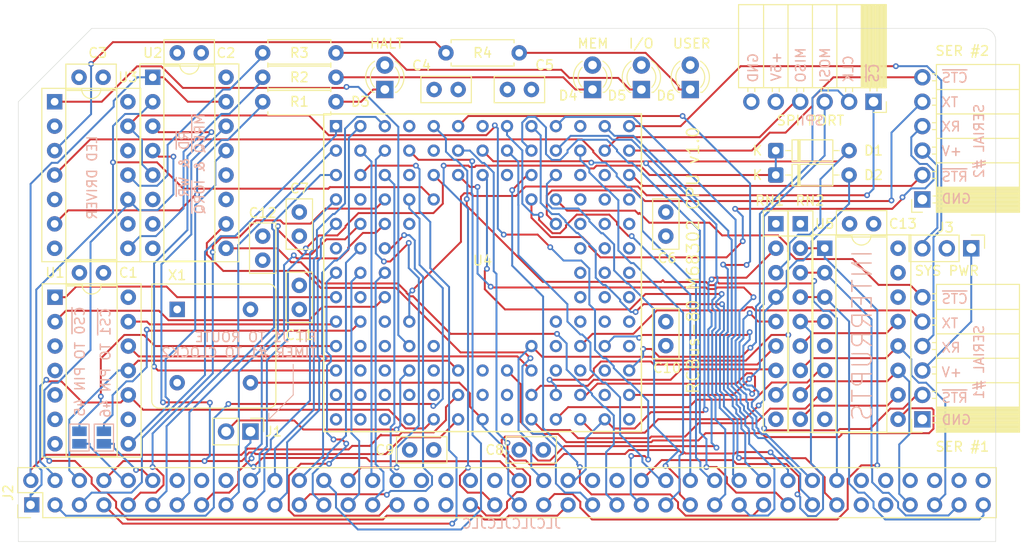
<source format=kicad_pcb>
(kicad_pcb (version 20241229) (generator "pcbnew") (generator_version "9.0")
  (layers (0 "F.Cu" signal) (4 "In1.Cu" power) (6 "In2.Cu" power) (2 "B.Cu" signal) (13 "F.Paste" user) (15 "B.Paste" user) (5 "F.SilkS" user "F.Silkscreen") (7 "B.SilkS" user "B.Silkscreen") (1 "F.Mask" user) (3 "B.Mask" user) (25 "Edge.Cuts" user))
  (net 0 "")
  (net 1 "/~{EXT_RESET}")
  (net 2 "GND")
  (net 3 "/~{HALT}")
  (net 4 "/~{RESET}")
  (net 5 "/D12")
  (net 6 "/A8")
  (net 7 "/A10")
  (net 8 "/D9")
  (net 9 "Net-(D6-K)")
  (net 11 "/A14")
  (net 12 "/A9")
  (net 15 "/D11")
  (net 16 "+5V")
  (net 17 "/~{INT6}")
  (net 18 "/A4")
  (net 19 "/~{INT4}")
  (net 20 "/~{IORQ}")
  (net 21 "/D0")
  (net 22 "/~{RD}")
  (net 23 "/A11")
  (net 24 "/~{INT1}")
  (net 25 "/A23")
  (net 26 "/D5")
  (net 27 "/A12")
  (net 28 "/D10")
  (net 29 "/D13")
  (net 30 "/~{INT5}")
  (net 31 "/A13")
  (net 32 "/~{UDS}")
  (net 33 "/A7")
  (net 34 "/D14")
  (net 35 "/~{INT2}")
  (net 36 "/D1")
  (net 37 "/A6")
  (net 38 "/A2")
  (net 39 "/D4")
  (net 40 "/~{TOUT1}")
  (net 41 "/A18")
  (net 42 "/A17")
  (net 43 "/~{INT7}")
  (net 44 "/D3")
  (net 45 "/A5")
  (net 46 "/A16")
  (net 47 "/D15")
  (net 48 "/A22")
  (net 49 "/~{M1}")
  (net 50 "/~{CS_ROM}")
  (net 51 "/A15")
  (net 52 "/A19")
  (net 53 "/~{MREQ}")
  (net 54 "/~{LDS}")
  (net 55 "/A1")
  (net 56 "/D7")
  (net 57 "/D8")
  (net 58 "/~{INT3}")
  (net 59 "/A20")
  (net 60 "/SYSCLK")
  (net 61 "/~{AS}")
  (net 62 "/~{WR}")
  (net 63 "/D2")
  (net 64 "/A3")
  (net 65 "/~{DTACK}")
  (net 66 "/D6")
  (net 67 "/A21")
  (net 68 "/~{BGACK}")
  (net 69 "/~{BR}")
  (net 70 "/~{CS_RAM}")
  (net 72 "/~{INT0}")
  (net 73 "/~{IPL1}")
  (net 74 "/~{IPL2}")
  (net 75 "/~{BERR}")
  (net 76 "/~{IPL0}")
  (net 77 "/R{slash}~{W}")
  (net 78 "Net-(J3-Pin_3)")
  (net 80 "Net-(J1-Pin_1)")
  (net 81 "Net-(D3-K)")
  (net 82 "Net-(D4-K)")
  (net 83 "/~{RTS1}")
  (net 87 "/~{CTS1}")
  (net 89 "/RXD1")
  (net 98 "/TXD1")
  (net 99 "Net-(D5-K)")
  (net 100 "/~{CTS2}")
  (net 101 "/TXD2")
  (net 102 "/RXD2")
  (net 103 "/~{RTS2}")
  (net 104 "/SPI_MISO")
  (net 105 "/SPI_MOSI")
  (net 106 "/~{SPI_CS}")
  (net 107 "/SPI_CLK")
  (net 108 "Net-(JP1-A)")
  (net 109 "Net-(JP2-A)")
  (net 111 "Net-(U4-FC2)")
  (net 112 "Net-(U2B-A1)")
  (net 113 "/~{AVEC}")
  (net 114 "Net-(U4-FC0)")
  (net 115 "Net-(U4-FC1)")
  (net 117 "/~{RC_BUS}")
  (net 121 "/~{USER_LED}")
  (net 158 "Net-(R1-Pad2)")
  (net 159 "Net-(R2-Pad2)")
  (net 160 "Net-(R3-Pad2)")
  (net 161 "Net-(R4-Pad2)")
  (net 162 "Net-(J3-Pin_1)")
  (footprint "Capacitor_THT:C_Disc_D5.0mm_W2.5mm_P2.50mm" (layer "F.Cu") (at 144.74 100.965 180)
    (property "Reference" "C8")
    (property "Value" "100n")
  )
  (footprint "Capacitor_THT:C_Disc_D5.0mm_W2.5mm_P2.50mm" (layer "F.Cu") (at 157.48 87.63 -90)
    (property "Reference" "C10")
    (property "Value" "100n")
  )
  (footprint "MyLibrary2023:DIP-16_W7.62mm_Socket" (layer "F.Cu") (at 104.14 62.23)
    (property "Reference" "U2")
    (property "Value" "74LS139")
  )
  (footprint "Capacitor_THT:C_Disc_D5.0mm_W2.5mm_P2.50mm" (layer "F.Cu") (at 98.98 62.23 180)
    (property "Reference" "C3")
    (property "Value" "100n")
  )
  (footprint "MyLibrary2023:PGA132" (layer "F.Cu") (at 138.43 82.55)
    (property "Reference" "U4")
    (property "Value" "68302RC")
  )
  (footprint "Capacitor_THT:C_Disc_D5.0mm_W2.5mm_P2.50mm" (layer "F.Cu") (at 119.38 76.24 -90)
    (property "Reference" "C7")
    (property "Value" "100n")
  )
  (footprint "Capacitor_THT:C_Disc_D5.0mm_W2.5mm_P2.50mm" (layer "F.Cu") (at 109.18 59.69 180)
    (property "Reference" "C2")
    (property "Value" "100n")
  )
  (footprint "LED_THT:LED_D3.0mm" (layer "F.Cu") (at 160.02 63.5 90)
    (property "Reference" "D6")
    (property "Value" "LED" (hide yes))
  )
  (footprint "Connector_PinSocket_2.54mm:PinSocket_1x06_P2.54mm_Horizontal" (layer "F.Cu") (at 184.15 97.79 180)
    (property "Reference" "J4" (hide yes))
    (property "Value" "Conn_01x06")
  )
  (footprint "MyLibrary2023:DIP-14_W7.62mm_Socket" (layer "F.Cu") (at 93.98 85.09)
    (property "Reference" "U1")
    (property "Value" "74LS10")
  )
  (footprint "Resistor_THT:R_Axial_DIN0207_L6.3mm_D2.5mm_P7.62mm_Horizontal" (layer "F.Cu") (at 123.19 62.23 180)
    (property "Reference" "R2")
    (property "Value" "1K" (hide yes))
  )
  (footprint "Oscillator:Oscillator_DIP-8" (layer "F.Cu") (at 106.68 86.36 -90)
    (property "Reference" "X1")
    (property "Value" "CXO_DIP8")
  )
  (footprint "Connector_PinHeader_2.54mm:PinHeader_1x02_P2.54mm_Vertical" (layer "F.Cu") (at 114.3 99.06 -90)
    (property "Reference" "J1")
    (property "Value" "Conn_01x02")
  )
  (footprint "MyLibrary2023:DIP-14_W7.62mm_Socket" (layer "F.Cu") (at 93.94 64.77)
    (property "Reference" "U3")
    (property "Value" "74LS125")
  )
  (footprint "LED_THT:LED_D3.0mm" (layer "F.Cu") (at 128.27 63.5 90)
    (property "Reference" "D3")
    (property "Value" "LED" (hide yes))
  )
  (footprint "Capacitor_THT:C_Disc_D5.0mm_W2.5mm_P2.50mm" (layer "F.Cu") (at 119.38 83.86 -90)
    (property "Reference" "C11")
    (property "Value" "100n")
  )
  (footprint "Capacitor_THT:C_Disc_D5.0mm_W2.5mm_P2.50mm" (layer "F.Cu") (at 130.85 100.965)
    (property "Reference" "C9")
    (property "Value" "100n")
  )
  (footprint "MyLibrary2023:RCBus_80p_Medium" (layer "F.Cu") (at 90.17 110.49)
    (property "Reference" "J2")
    (property "Value" "RCBus_80PIN_68000")
    (fp_line (start 0 -45.72) (end 0 0) (stroke (width 0.05)) (layer "Edge.Cuts"))
    (fp_line (start 0 0) (end 101.6 0) (stroke (width 0.05)) (layer "Edge.Cuts"))
    (fp_line (start 7.62 -53.34) (end 0 -45.72) (stroke (width 0.05)) (layer "Edge.Cuts"))
    (fp_line (start 100.33 -53.34) (end 7.62 -53.34) (stroke (width 0.05)) (layer "Edge.Cuts"))
    (fp_line (start 101.6 0) (end 101.6 -52.07) (stroke (width 0.05)) (layer "Edge.Cuts"))
    (fp_arc (start 100.33 -53.34) (mid 101.228026 -52.968026) (end 101.6 -52.07) (stroke (width 0.05)) (layer "Edge.Cuts"))
  )
  (footprint "Capacitor_THT:C_Disc_D5.0mm_W2.5mm_P2.50mm" (layer "F.Cu") (at 133.39 63.5)
    (property "Reference" "C4")
    (property "Value" "100n")
  )
  (footprint "LED_THT:LED_D3.0mm" (layer "F.Cu") (at 154.94 63.5 90)
    (property "Reference" "D5")
    (property "Value" "LED" (hide yes))
  )
  (footprint "Connector_PinSocket_2.54mm:PinSocket_1x06_P2.54mm_Horizontal" (layer "F.Cu") (at 184.15 74.93 180)
    (property "Reference" "J5" (hide yes))
    (property "Value" "Conn_01x06")
  )
  (footprint "Connector_PinHeader_2.54mm:PinHeader_1x03_P2.54mm_Vertical" (layer "F.Cu") (at 189.23 80.01 -90)
    (property "Reference" "J3")
    (property "Value" "Conn_01x03")
  )
  (footprint "MyLibrary2023:DIP-16_W7.62mm_Socket" (layer "F.Cu") (at 174 80)
    (property "Reference" "U5")
    (property "Value" "74LS148")
  )
  (footprint "Resistor_THT:R_Axial_DIN0207_L6.3mm_D2.5mm_P7.62mm_Horizontal" (layer "F.Cu") (at 123.19 64.77 180)
    (property "Reference" "R1")
    (property "Value" "1K" (hide yes))
  )
  (footprint "Resistor_THT:R_Axial_DIN0207_L6.3mm_D2.5mm_P7.62mm_Horizontal" (layer "F.Cu") (at 142.24 59.69 180)
    (property "Reference" "R4")
    (property "Value" "1K")
  )
  (footprint "Resistor_THT:R_Array_SIP9" (layer "F.Cu") (at 168.92 77.46 -90)
    (property "Reference" "RN1")
    (property "Value" "4K7")
  )
  (footprint "Diode_THT:D_DO-35_SOD27_P7.62mm_Horizontal" (layer "F.Cu") (at 168.91 72.39)
    (property "Reference" "D2")
    (property "Value" "BAT43")
  )
  (footprint "Capacitor_THT:C_Disc_D5.0mm_W2.5mm_P2.50mm" (layer "F.Cu") (at 179.08 77.46 180)
    (property "Reference" "C13")
    (property "Value" "100n")
  )
  (footprint "Capacitor_THT:C_Disc_D5.0mm_W2.5mm_P2.50mm" (layer "F.Cu") (at 157.48 78.74 90)
    (property "Reference" "C6")
    (property "Value" "100n")
  )
  (footprint "Resistor_THT:R_Array_SIP9" (layer "F.Cu") (at 171.46 77.46 -90)
    (property "Reference" "RN2")
    (property "Value" "10K")
  )
  (footprint "Diode_THT:D_DO-35_SOD27_P7.62mm_Horizontal" (layer "F.Cu") (at 168.91 69.85)
    (property "Reference" "D1")
    (property "Value" "BAT43")
  )
  (footprint "Capacitor_THT:C_Disc_D5.0mm_W2.5mm_P2.50mm" (layer "F.Cu") (at 141.01 63.5)
    (property "Reference" "C5")
    (property "Value" "100n")
  )
  (footprint "Capacitor_THT:C_Disc_D5.0mm_W2.5mm_P2.50mm" (layer "F.Cu") (at 115.57 78.74 -90)
    (property "Reference" "C12")
    (property "Value" "100n")
  )
  (footprint "Resistor_THT:R_Axial_DIN0207_L6.3mm_D2.5mm_P7.62mm_Horizontal" (layer "F.Cu") (at 123.19 59.69 180)
    (property "Reference" "R3")
    (property "Value" "1K")
  )
  (footprint "LED_THT:LED_D3.0mm" (layer "F.Cu") (at 149.86 63.5 90)
    (property "Reference" "D4")
    (property "Value" "LED" (hide yes))
  )
  (footprint "Connector_PinSocket_2.54mm:PinSocket_1x06_P2.54mm_Horizontal" (layer "F.Cu") (at 179.07 64.77 -90)
    (property "Reference" "J6" (hide yes))
    (property "Value" "Conn_01x06")
  )
  (footprint "Capacitor_THT:C_Disc_D5.0mm_W2.5mm_P2.50mm" (layer "F.Cu") (at 99.02 82.55 180)
    (property "Reference" "C1")
    (property "Value" "100n")
  )
  (footprint "Jumper:SolderJumper-2_P1.3mm_Open_Pad1.0x1.5mm" (layer "B.Cu") (at 99.06 99.68 -90)
    (property "Reference" "JP2" (hide yes))
    (property "Value" "SolderJumper_2_Open" (hide yes))
  )
  (footprint "Jumper:SolderJumper-2_P1.3mm_Open_Pad1.0x1.5mm" (layer "B.Cu") (at 96.52 99.68 -90)
    (property "Reference" "JP1" (hide yes))
    (property "Value" "SolderJumper_2_Open" (hide yes))
  )
  (gr_line (start 116.205 97.79) (end 116.205 97.155) (stroke (width 0.1)) (layer "B.SilkS"))
  (gr_line (start 118.745 95.25) (end 116.205 97.79) (stroke (width 0.1)) (layer "B.SilkS"))
  (gr_line (start 116.205 97.79) (end 116.84 97.79) (stroke (width 0.1)) (layer "B.SilkS"))
  (gr_line (start 118.745 92.075) (end 118.745 95.25) (stroke (width 0.1)) (layer "B.SilkS"))
  (gr_text "SER #2" (at 185.42 60.071 0) (layer "F.SilkS") (effects (font (size 1 1)) (justify left bottom)))
  (gr_text "RCBus-80 M68302 CPU v1.0" (at 161.036 95.25 90) (layer "F.SilkS") (effects (font (size 1.25 1.25)) (justify left bottom)))
  (gr_text "SPI PORT" (at 168.91 67.31 0) (layer "F.SilkS") (effects (font (size 1 1)) (justify left bottom)))
  (gr_text "I/O" (at 153.543 59.309 0) (layer "F.SilkS") (effects (font (size 1 1)) (justify left bottom)))
  (gr_text "USER" (at 158.115 59.309 0) (layer "F.SilkS") (effects (font (size 1 1)) (justify left bottom)))
  (gr_text "HALT" (at 126.619 59.309 0) (layer "F.SilkS") (effects (font (size 1 1)) (justify left bottom)))
  (gr_text "MEM" (at 148.209 59.309 0) (layer "F.SilkS") (effects (font (size 1 1)) (justify left bottom)))
  (gr_text "SER #1" (at 185.42 101.219 0) (layer "F.SilkS") (effects (font (size 1 1)) (justify left bottom)))
  (gr_text "SYS PWR" (at 183.261 82.931 0) (layer "F.SilkS") (effects (font (size 1 1)) (justify left bottom)))
  (gr_text "RX" (at 186.055 67.945 0) (layer "B.SilkS") (effects (font (size 1 1)) (justify right bottom mirror)))
  (gr_text "SERIAL #1" (at 190.627 87.884 90) (layer "B.SilkS") (effects (font (size 1 1)) (justify left bottom mirror)))
  (gr_text "LED DRIVER" (at 98.425 68.199 90) (layer "B.SilkS") (effects (font (size 1 1)) (justify left bottom mirror)))
  (gr_text "+5V" (at 169.545 62.738 90) (layer "B.SilkS") (effects (font (size 1 1)) (justify right bottom mirror)))
  (gr_text "~{CS}" (at 179.705 62.865 90) (layer "B.SilkS") (effects (font (size 1 1)) (justify right bottom mirror)))
  (gr_text "~{RTS}" (at 186.055 96.139 0) (layer "B.SilkS") (effects (font (size 1 1)) (justify right bottom mirror)))
  (gr_text "~{RTS}" (at 186.055 73.152 0) (layer "B.SilkS") (effects (font (size 1 1)) (justify right bottom mirror)))
  (gr_text "+V" (at 186.055 70.485 0) (layer "B.SilkS") (effects (font (size 1 1)) (justify right bottom mirror)))
  (gr_text "~{CS1} TO PIN 46" (at 99.822 86.106 90) (layer "B.SilkS") (effects (font (size 1 1)) (justify left bottom mirror)))
  (gr_text "CLK" (at 177.038 62.865 90) (layer "B.SilkS") (effects (font (size 1 1)) (justify right bottom mirror)))
  (gr_text "MISO" (at 172.085 62.865 90) (layer "B.SilkS") (effects (font (size 1 1)) (justify right bottom mirror)))
  (gr_text "SPI" (at 173.99 67.31 0) (layer "B.SilkS") (effects (font (size 1 1)) (justify left bottom mirror)))
  (gr_text "GND" (at 167.132 62.865 90) (layer "B.SilkS") (effects (font (size 1 1)) (justify right bottom mirror)))
  (gr_text "~{CTS}" (at 186.055 85.852 0) (layer "B.SilkS") (effects (font (size 1 1)) (justify right bottom mirror)))
  (gr_text "JLCJLCJLCJLC" (at 146.685 109.22 0) (layer "B.SilkS") (effects (font (size 1 1)) (justify left bottom mirror)))
  (gr_text "~{CTS}" (at 186.055 62.865 0) (layer "B.SilkS") (effects (font (size 1 1)) (justify right bottom mirror)))
  (gr_text "TX" (at 186.055 65.405 0) (layer "B.SilkS") (effects (font (size 1 1)) (justify right bottom mirror)))
  (gr_text "+V" (at 186.055 93.472 0) (layer "B.SilkS") (effects (font (size 1 1)) (justify right bottom mirror)))
  (gr_text "FIT J1 TO ROUTE\nTIMER #1 TO CLOCK2" (at 121.285 91.44 0) (layer "B.SilkS") (effects (font (size 1 1)) (justify left bottom mirror)))
  (gr_text "INTERRUPTS" (at 179.07 80.01 90) (layer "B.SilkS") (effects (font (size 2 2)) (justify left bottom mirror)))
  (gr_text "~{CS0} TO PIN 45" (at 97.155 85.979 90) (layer "B.SilkS") (effects (font (size 1 1)) (justify left bottom mirror)))
  (gr_text "MOSI" (at 174.625 62.865 90) (layer "B.SilkS") (effects (font (size 1 1)) (justify right bottom mirror)))
  (gr_text "GND" (at 186.055 98.425 0) (layer "B.SilkS") (effects (font (size 1 1)) (justify right bottom mirror)))
  (gr_text "TX" (at 186.055 88.392 0) (layer "B.SilkS") (effects (font (size 1 1)) (justify right bottom mirror)))
  (gr_text "GND" (at 186.055 75.438 0) (layer "B.SilkS") (effects (font (size 1 1)) (justify right bottom mirror)))
  (gr_text "RX" (at 186.055 90.932 0) (layer "B.SilkS") (effects (font (size 1 1)) (justify right bottom mirror)))
  (gr_text "~{RD} & ~{WR}\n~{MREQ} & ~{IORQ}" (at 109.601 71.247 90) (layer "B.SilkS") (effects (font (size 1 1)) (justify bottom mirror)))
  (gr_text "SERIAL #2" (at 190.627 64.897 90) (layer "B.SilkS") (effects (font (size 1 1)) (justify left bottom mirror)))
  (segment (start 136.8787 105.41) (end 136.0693 104.6006) (width 0.2032) (layer "F.Cu") (net 1))
  (segment (start 149.192 71.4157) (end 149.4822 71.7059) (width 0.2032) (layer "F.Cu") (net 1))
  (segment (start 149.9819 71.7059) (end 150.2709 71.4169) (width 0.2032) (layer "F.Cu") (net 1))
  (segment (start 137.6045 71.5584) (end 137.7472 71.4157) (width 0.2032) (layer "F.Cu") (net 1))
  (segment (start 134.3813 71.4157) (end 136.9621 71.4157) (width 0.2032) (layer "F.Cu") (net 1))
  (segment (start 136.0693 104.6006) (end 136.0693 103.6647) (width 0.2032) (layer "F.Cu") (net 1))
  (segment (start 150.2709 71.4169) (end 154.8209 71.4169) (width 0.2032) (layer "F.Cu") (net 1))
  (segment (start 138.43 105.41) (end 136.8787 105.41) (width 0.2032) (layer "F.Cu") (net 1))
  (segment (start 139.7 106.68) (end 138.43 105.41) (width 0.2032) (layer "F.Cu") (net 1))
  (segment (start 149.4822 71.7059) (end 149.9819 71.7059) (width 0.2032) (layer "F.Cu") (net 1))
  (segment (start 155.794 72.39) (end 168.91 72.39) (width 0.2032) (layer "F.Cu") (net 1))
  (segment (start 154.8209 71.4169) (end 155.794 72.39) (width 0.2032) (layer "F.Cu") (net 1))
  (segment (start 136.9621 71.4157) (end 137.1048 71.5584) (width 0.2032) (layer "F.Cu") (net 1))
  (segment (start 136.0693 103.6647) (end 136.9153 102.8187) (width 0.2032) (layer "F.Cu") (net 1))
  (segment (start 137.1048 71.5584) (end 137.6045 71.5584) (width 0.2032) (layer "F.Cu") (net 1))
  (segment (start 137.7472 71.4157) (end 149.192 71.4157) (width 0.2032) (layer "F.Cu") (net 1))
  (via (at 134.3813 71.4157) (size 0.6) (drill 0.3) (layers "F.Cu" "B.Cu") (net 1))
  (via (at 136.9153 102.8187) (size 0.6) (drill 0.3) (layers "F.Cu" "B.Cu") (net 1))
  (segment (start 136.9153 75.8722) (end 136.9153 102.8187) (width 0.2032) (layer "B.Cu") (net 1))
  (segment (start 168.91 72.39) (end 168.91 69.85) (width 0.2032) (layer "B.Cu") (net 1))
  (segment (start 134.3813 73.3382) (end 136.9153 75.8722) (width 0.2032) (layer "B.Cu") (net 1))
  (segment (start 134.3813 71.4157) (end 134.3813 73.3382) (width 0.2032) (layer "B.Cu") (net 1))
  (segment (start 148.7518 68.6841) (end 97.6459 68.6841) (width 0.2032) (layer "F.Cu") (net 3))
  (segment (start 161.3625 97.0419) (end 155.9362 97.0419) (width 0.2032) (layer "F.Cu") (net 3))
  (segment (start 152.0793 98.7393) (end 151.13 97.79) (width 0.2032) (layer "F.Cu") (net 3))
  (segment (start 150.9046 70.9773) (end 149.9356 70.0083) (width 0.2032) (layer "F.Cu") (net 3))
  (segment (start 149.9356 69.8679) (end 148.7518 68.6841) (width 0.2032) (layer "F.Cu") (net 3))
  (segment (start 154.2388 98.7393) (end 152.0793 98.7393) (width 0.2032) (layer "F.Cu") (net 3))
  (segment (start 176.53 69.85) (end 175.4027 70.9773) (width 0.2032) (layer "F.Cu") (net 3))
  (segment (start 161.6215 96.7829) (end 161.3625 97.0419) (width 0.2032) (layer "F.Cu") (net 3))
  (segment (start 155.9362 97.0419) (end 154.2388 98.7393) (width 0.2032) (layer "F.Cu") (net 3))
  (segment (start 155.4239 70.9773) (end 155.4239 71.1668) (width 0.2032) (layer "F.Cu") (net 3))
  (segment (start 97.6459 68.6841) (end 93.94 72.39) (width 0.2032) (layer "F.Cu") (net 3))
  (segment (start 155.4239 70.9773) (end 150.9046 70.9773) (width 0.2032) (layer "F.Cu") (net 3))
  (segment (start 149.9356 70.0083) (end 149.9356 69.8679) (width 0.2032) (layer "F.Cu") (net 3))
  (segment (start 175.4027 70.9773) (end 155.4239 70.9773) (width 0.2032) (layer "F.Cu") (net 3))
  (via (at 161.6215 96.7829) (size 0.6) (drill 0.3) (layers "F.Cu" "B.Cu") (net 3))
  (via (at 155.4239 71.1668) (size 0.6) (drill 0.3) (layers "F.Cu" "B.Cu") (net 3))
  (segment (start 170.3327 81.1273) (end 168.92 82.54) (width 0.2032) (layer "B.Cu") (net 3))
  (segment (start 170.3327 79.4973) (end 170.3327 81.1273) (width 0.2032) (layer "B.Cu") (net 3))
  (segment (start 173.5491 72.8309) (end 173.5491 77.4445) (width 0.2032) (layer "B.Cu") (net 3))
  (segment (start 149.1489 103.0002) (end 149.1489 99.7711) (width 0.2032) (layer "B.Cu") (net 3))
  (segment (start 149.1489 99.7711) (end 151.13 97.79) (width 0.2032) (layer "B.Cu") (net 3))
  (segment (start 176.53 69.85) (end 173.5491 72.8309) (width 0.2032) (layer "B.Cu") (net 3))
  (segment (start 172.4063 78.5873) (end 171.2427 78.5873) (width 0.2032) (layer "B.Cu") (net 3))
  (segment (start 171.2427 78.5873) (end 170.3327 79.4973) (width 0.2032) (layer "B.Cu") (net 3))
  (segment (start 161.4924 96.6538) (end 161.6215 96.7829) (width 0.2032) (layer "B.Cu") (net 3))
  (segment (start 148.0091 104.14) (end 149.1489 103.0002) (width 0.2032) (layer "B.Cu") (net 3))
  (segment (start 155.4239 71.1668) (end 161.4924 77.2353) (width 0.2032) (layer "B.Cu") (net 3))
  (segment (start 147.32 104.14) (end 148.0091 104.14) (width 0.2032) (layer "B.Cu") (net 3))
  (segment (start 161.4924 77.2353) (end 161.4924 96.6538) (width 0.2032) (layer "B.Cu") (net 3))
  (segment (start 173.5491 77.4445) (end 172.4063 78.5873) (width 0.2032) (layer "B.Cu") (net 3))
  (segment (start 148.59 97.79) (end 149.979 99.179) (width 0.2032) (layer "F.Cu") (net 4))
  (segment (start 165.6989 97.7727) (end 167.1278 96.3438) (width 0.2032) (layer "F.Cu") (net 4))
  (segment (start 149.979 99.179) (end 155.2887 99.179) (width 0.2032) (layer "F.Cu") (net 4))
  (segment (start 156.695 97.7727) (end 165.6989 97.7727) (width 0.2032) (layer "F.Cu") (net 4))
  (segment (start 155.2887 99.179) (end 156.695 97.7727) (width 0.2032) (layer "F.Cu") (net 4))
  (via (at 167.1278 96.3438) (size 0.6) (drill 0.3) (layers "F.Cu" "B.Cu") (net 4))
  (segment (start 171.7678 81.27) (end 172.6394 80.3984) (width 0.2032) (layer "B.Cu") (net 4))
  (segment (start 170.0473 83.9527) (end 170.0473 82.3612) (width 0.2032) (layer "B.Cu") (net 4))
  (segment (start 168.92 85.08) (end 170.0473 83.9527) (width 0.2032) (layer "B.Cu") (net 4))
  (segment (start 167.7204 95.7512) (end 167.1278 96.3438) (width 0.2032) (layer "B.Cu") (net 4))
  (segment (start 172.6394 79.269) (end 176.53 75.3784) (width 0.2032) (layer "B.Cu") (net 4))
  (segment (start 172.6394 80.3984) (end 172.6394 79.269) (width 0.2032) (layer "B.Cu") (net 4))
  (segment (start 170.0473 82.3612) (end 171.1385 81.27) (width 0.2032) (layer "B.Cu") (net 4))
  (segment (start 168.92 85.4117) (end 167.7204 86.6113) (width 0.2032) (layer "B.Cu") (net 4))
  (segment (start 171.1385 81.27) (end 171.7678 81.27) (width 0.2032) (layer "B.Cu") (net 4))
  (segment (start 176.53 75.3784) (end 176.53 72.39) (width 0.2032) (layer "B.Cu") (net 4))
  (segment (start 168.92 85.08) (end 168.92 85.4117) (width 0.2032) (layer "B.Cu") (net 4))
  (segment (start 167.7204 86.6113) (end 167.7204 95.7512) (width 0.2032) (layer "B.Cu") (net 4))
  (segment (start 163.476 81.7368) (end 163.4368 81.6976) (width 0.2032) (layer "F.Cu") (net 5))
  (segment (start 165.8721 81.7368) (end 163.476 81.7368) (width 0.2032) (layer "F.Cu") (net 5))
  (segment (start 135.89 67.31) (end 136.9433 66.2567) (width 0.2032) (layer "F.Cu") (net 5))
  (segment (start 136.9433 66.2567) (end 159.2209 66.2567) (width 0.2032) (layer "F.Cu") (net 5))
  (via (at 159.2209 66.2567) (size 0.6) (drill 0.3) (layers "F.Cu" "B.Cu") (net 5))
  (via (at 165.8721 81.7368) (size 0.6) (drill 0.3) (layers "F.Cu" "B.Cu") (net 5))
  (via (at 163.4368 81.6976) (size 0.6) (drill 0.3) (layers "F.Cu" "B.Cu") (net 5))
  (segment (start 164.835 97.1949) (end 164.835 97.1997) (width 0.2032) (layer "B.Cu") (net 5))
  (segment (start 164.7973 96.7755) (end 164.7973 97.1572) (width 0.2032) (layer "B.Cu") (net 5))
  (segment (start 163.5169 94.6882) (end 164.4316 95.6029) (width 0.2032) (layer "B.Cu") (net 5))
  (segment (start 163.5169 89.1083) (end 163.5169 94.6882) (width 0.2032) (layer "B.Cu") (net 5))
  (segment (start 164.4316 95.6029) (end 164.4316 96.4098) (width 0.2032) (layer "B.Cu") (net 5))
  (segment (start 163.9218 88.7034) (end 163.5169 89.1083) (width 0.2032) (layer "B.Cu") (net 5))
  (segment (start 164.835 97.1997) (end 165.1285 97.4932) (width 0.2032) (layer "B.Cu") (net 5))
  (segment (start 163.4368 81.6976) (end 163.9218 82.1826) (width 0.2032) (layer "B.Cu") (net 5))
  (segment (start 164.7973 97.1572) (end 164.835 97.1949) (width 0.2032) (layer "B.Cu") (net 5))
  (segment (start 165.1285 97.4932) (end 165.1306 97.4932) (width 0.2032) (layer "B.Cu") (net 5))
  (segment (start 164.4316 96.4098) (end 164.7973 96.7755) (width 0.2032) (layer "B.Cu") (net 5))
  (segment (start 165.3303 98.7554) (end 165.7367 99.1618) (width 0.2032) (layer "B.Cu") (net 5))
  (segment (start 166.2403 73.2761) (end 166.2403 81.3686) (width 0.2032) (layer "B.Cu") (net 5))
  (segment (start 165.1306 97.4932) (end 165.3303 97.6929) (width 0.2032) (layer "B.Cu") (net 5))
  (segment (start 165.7367 102.2367) (end 167.64 104.14) (width 0.2032) (layer "B.Cu") (net 5))
  (segment (start 165.3303 97.6929) (end 165.3303 98.7554) (width 0.2032) (layer "B.Cu") (net 5))
  (segment (start 165.7367 99.1618) (end 165.7367 102.2367) (width 0.2032) (layer "B.Cu") (net 5))
  (segment (start 163.9218 82.1826) (end 163.9218 88.7034) (width 0.2032) (layer "B.Cu") (net 5))
  (segment (start 166.2403 81.3686) (end 165.8721 81.7368) (width 0.2032) (layer "B.Cu") (net 5))
  (segment (start 159.2209 66.2567) (end 166.2403 73.2761) (width 0.2032) (layer "B.Cu") (net 5))
  (segment (start 120.646 80.6272) (end 119.6826 80.6272) (width 0.2032) (layer "F.Cu") (net 6))
  (segment (start 117.1524 78.097) (end 117.1524 77.7077) (width 0.2032) (layer "F.Cu") (net 6))
  (segment (start 125.73 77.47) (end 124.1283 79.0717) (width 0.2032) (layer "F.Cu") (net 6))
  (segment (start 124.1283 79.0717) (end 122.2015 79.0717) (width 0.2032) (layer "F.Cu") (net 6))
  (segment (start 122.2015 79.0717) (end 120.646 80.6272) (width 0.2032) (layer "F.Cu") (net 6))
  (segment (start 119.6826 80.6272) (end 117.1524 78.097) (width 0.2032) (layer "F.Cu") (net 6))
  (via (at 117.1524 77.7077) (size 0.6) (drill 0.3) (layers "F.Cu" "B.Cu") (net 6))
  (segment (start 113.0892 92.8277) (end 117.1524 88.7645) (width 0.2032) (layer "B.Cu") (net 6))
  (segment (start 113.0892 105.3508) (end 113.0892 92.8277) (width 0.2032) (layer "B.Cu") (net 6))
  (segment (start 117.1524 88.7645) (end 117.1524 77.7077) (width 0.2032) (layer "B.Cu") (net 6))
  (segment (start 111.76 106.68) (end 113.0892 105.3508) (width 0.2032) (layer "B.Cu") (net 6))
  (segment (start 116.7475 88.25) (end 107.95 97.0475) (width 0.2032) (layer "B.Cu") (net 7))
  (segment (start 123.19 72.39) (end 121.584 72.39) (width 0.2032) (layer "B.Cu") (net 7))
  (segment (start 121.584 72.39) (end 116.5491 77.4249) (width 0.2032) (layer "B.Cu") (net 7))
  (segment (start 107.95 97.0475) (end 107.95 105.41) (width 0.2032) (layer "B.Cu") (net 7))
  (segment (start 116.7475 78.1559) (end 116.7475 88.25) (width 0.2032) (layer "B.Cu") (net 7))
  (segment (start 116.5491 77.9575) (end 116.7475 78.1559) (width 0.2032) (layer "B.Cu") (net 7))
  (segment (start 116.5491 77.4249) (end 116.5491 77.9575) (width 0.2032) (layer "B.Cu") (net 7))
  (segment (start 107.95 105.41) (end 106.68 106.68) (width 0.2032) (layer "B.Cu") (net 7))
  (segment (start 146.489 78.4373) (end 145.6903 78.4373) (width 0.2032) (layer "F.Cu") (net 8))
  (segment (start 148.2118 76.5091) (end 147.1048 77.6161) (width 0.2032) (layer "F.Cu") (net 8))
  (segment (start 145.6903 78.4373) (end 144.3072 77.0542) (width 0.2032) (layer "F.Cu") (net 8))
  (segment (start 152.4001 77.5392) (end 152.4001 77.3043) (width 0.2032) (layer "F.Cu") (net 8))
  (segment (start 151.6049 76.5091) (end 148.2118 76.5091) (width 0.2032) (layer "F.Cu") (net 8))
  (segment (start 147.1048 77.6161) (end 147.1048 77.8215) (width 0.2032) (layer "F.Cu") (net 8))
  (segment (start 144.3072 77.0542) (end 144.3072 76.7014) (width 0.2032) (layer "F.Cu") (net 8))
  (segment (start 153.9316 78.74) (end 153.6009 78.74) (width 0.2032) (layer "F.Cu") (net 8))
  (segment (start 144.3072 76.7014) (end 144.4842 76.5244) (width 0.2032) (layer "F.Cu") (net 8))
  (segment (start 153.6009 78.74) (end 152.4001 77.5392) (width 0.2032) (layer "F.Cu") (net 8))
  (segment (start 152.4001 77.3043) (end 151.6049 76.5091) (width 0.2032) (layer "F.Cu") (net 8))
  (segment (start 147.1048 77.8215) (end 146.489 78.4373) (width 0.2032) (layer "F.Cu") (net 8))
  (via (at 153.9316 78.74) (size 0.6) (drill 0.3) (layers "F.Cu" "B.Cu") (net 8))
  (via (at 144.4842 76.5244) (size 0.6) (drill 0.3) (layers "F.Cu" "B.Cu") (net 8))
  (segment (start 140.9701 68.2399) (end 140.9701 67.31) (width 0.2032) (layer "B.Cu") (net 8))
  (segment (start 160.02 104.14) (end 160.02 84.8284) (width 0.2032) (layer "B.Cu") (net 8))
  (segment (start 142.5609 69.8307) (end 140.9701 68.2399) (width 0.2032) (layer "B.Cu") (net 8))
  (segment (start 144.4842 76.5244) (end 143.7175 76.5244) (width 0.2032) (layer "B.Cu") (net 8))
  (segment (start 143.7175 76.5244) (end 142.5609 75.3678) (width 0.2032) (layer "B.Cu") (net 8))
  (segment (start 160.02 84.8284) (end 153.9316 78.74) (width 0.2032) (layer "B.Cu") (net 8))
  (segment (start 142.5609 75.3678) (end 142.5609 69.8307) (width 0.2032) (layer "B.Cu") (net 8))
  (segment (start 140.9701 67.31) (end 140.97 67.31) (width 0.2032) (layer "B.Cu") (net 8))
  (segment (start 158.8167 63.124) (end 155.3827 59.69) (width 0.2032) (layer "F.Cu") (net 9))
  (segment (start 155.3827 59.69) (end 142.24 59.69) (width 0.2032) (layer "F.Cu") (net 9))
  (segment (start 160.02 63.5) (end 158.8167 63.5) (width 0.2032) (layer "F.Cu") (net 9))
  (segment (start 158.8167 63.5) (end 158.8167 63.124) (width 0.2032) (layer "F.Cu") (net 9))
  (segment (start 103.0109 104.3227) (end 103.0109 99.7356) (width 0.2032) (layer "B.Cu") (net 11))
  (segment (start 109.5694 93.1771) (end 109.5694 80.3671) (width 0.2032) (layer "B.Cu") (net 11))
  (segment (start 96.52 106.68) (end 97.79 105.41) (width 0.2032) (layer "B.Cu") (net 11))
  (segment (start 123.19 67.31) (end 123.19 68.2483) (width 0.2032) (layer "B.Cu") (net 11))
  (segment (start 101.9236 105.41) (end 103.0109 104.3227) (width 0.2032) (layer "B.Cu") (net 11))
  (segment (start 111.1965 78.74) (end 112.6983 78.74) (width 0.2032) (layer "B.Cu") (net 11))
  (segment (start 97.79 105.41) (end 101.9236 105.41) (width 0.2032) (layer "B.Cu") (net 11))
  (segment (start 109.5694 80.3671) (end 111.1965 78.74) (width 0.2032) (layer "B.Cu") (net 11))
  (segment (start 112.6983 78.74) (end 123.19 68.2483) (width 0.2032) (layer "B.Cu") (net 11))
  (segment (start 103.0109 99.7356) (end 109.5694 93.1771) (width 0.2032) (layer "B.Cu") (net 11))
  (segment (start 123.5934 81.0536) (end 119.1201 81.0536) (width 0.2032) (layer "F.Cu") (net 12))
  (segment (start 113.03 104.4636) (end 112.0836 105.41) (width 0.2032) (layer "F.Cu") (net 12))
  (segment (start 127.3317 78.4083) (end 125.9892 78.4083) (width 0.2032) (layer "F.Cu") (net 12))
  (segment (start 124.4601 79.9374) (end 124.4601 80.1869) (width 0.2032) (layer "F.Cu") (net 12))
  (segment (start 119.1201 81.0536) (end 118.8038 80.7373) (width 0.2032) (layer "F.Cu") (net 12))
  (segment (start 124.4601 80.1869) (end 123.5934 81.0536) (width 0.2032) (layer "F.Cu") (net 12))
  (segment (start 125.9892 78.4083) (end 124.4601 79.9374) (width 0.2032) (layer "F.Cu") (net 12))
  (segment (start 114.4161 101.8422) (end 113.03 103.2283) (width 0.2032) (layer "F.Cu") (net 12))
  (segment (start 112.0836 105.41) (end 110.49 105.41) (width 0.2032) (layer "F.Cu") (net 12))
  (segment (start 128.27 77.47) (end 127.3317 78.4083) (width 0.2032) (layer "F.Cu") (net 12))
  (segment (start 110.49 105.41) (end 109.22 106.68) (width 0.2032) (layer "F.Cu") (net 12))
  (segment (start 113.03 103.2283) (end 113.03 104.4636) (width 0.2032) (layer "F.Cu") (net 12))
  (via (at 114.4161 101.8422) (size 0.6) (drill 0.3) (layers "F.Cu" "B.Cu") (net 12))
  (via (at 118.8038 80.7373) (size 0.6) (drill 0.3) (layers "F.Cu" "B.Cu") (net 12))
  (segment (start 117.7934 81.7477) (end 118.8038 80.7373) (width 0.2032) (layer "B.Cu") (net 12))
  (segment (start 117.7934 88.7639) (end 117.7934 81.7477) (width 0.2032) (layer "B.Cu") (net 12))
  (segment (start 114.4161 101.8422) (end 114.4161 101.4041) (width 0.2032) (layer "B.Cu") (net 12))
  (segment (start 114.4161 101.4041) (end 115.472 100.3482) (width 0.2032) (layer "B.Cu") (net 12))
  (segment (start 115.472 100.3482) (end 115.472 91.0853) (width 0.2032) (layer "B.Cu") (net 12))
  (segment (start 115.472 91.0853) (end 117.7934 88.7639) (width 0.2032) (layer "B.Cu") (net 12))
  (segment (start 138.6615 82.3567) (end 138.8837 82.1345) (width 0.2032) (layer "F.Cu") (net 15))
  (segment (start 140.7571 86.36) (end 138.6615 84.2644) (width 0.2032) (layer "F.Cu") (net 15))
  (segment (start 138.6615 84.2644) (end 138.6615 82.3567) (width 0.2032) (layer "F.Cu") (net 15))
  (segment (start 155.3614 84.7558) (end 153.7572 86.36) (width 0.2032) (layer "F.Cu") (net 15))
  (segment (start 153.7572 86.36) (end 140.7571 86.36) (width 0.2032) (layer "F.Cu") (net 15))
  (segment (start 163.2842 84.7558) (end 155.3614 84.7558) (width 0.2032) (layer "F.Cu") (net 15))
  (via (at 138.8837 82.1345) (size 0.6) (drill 0.3) (layers "F.Cu" "B.Cu") (net 15))
  (via (at 163.2842 84.7558) (size 0.6) (drill 0.3) (layers "F.Cu" "B.Cu") (net 15))
  (segment (start 163.2842 84.9967) (end 162.7151 85.5658) (width 0.2032) (layer "B.Cu") (net 15))
  (segment (start 164.4743 103.5143) (end 165.1 104.14) (width 0.2032) (layer "B.Cu") (net 15))
  (segment (start 163.2842 84.7558) (end 163.2842 84.9967) (width 0.2032) (layer "B.Cu") (net 15))
  (segment (start 138.8837 82.1345) (end 138.8837 72.8437) (width 0.2032) (layer "B.Cu") (net 15))
  (segment (start 162.7071 95.0236) (end 163.0873 95.4038) (width 0.2032) (layer "B.Cu") (net 15))
  (segment (start 163.0872 86.4375) (end 163.0873 86.4375) (width 0.2032) (layer "B.Cu") (net 15))
  (segment (start 164.5205 101.5) (end 164.4743 101.5462) (width 0.2032) (layer "B.Cu") (net 15))
  (segment (start 164.4743 101.5462) (end 164.4743 103.5143) (width 0.2032) (layer "B.Cu") (net 15))
  (segment (start 163.0873 96.5972) (end 164.5205 98.0304) (width 0.2032) (layer "B.Cu") (net 15))
  (segment (start 163.0873 95.4038) (end 163.0873 96.5972) (width 0.2032) (layer "B.Cu") (net 15))
  (segment (start 162.7151 85.5658) (end 162.7151 86.0654) (width 0.2032) (layer "B.Cu") (net 15))
  (segment (start 162.7071 88.7729) (end 162.7071 95.0236) (width 0.2032) (layer "B.Cu") (net 15))
  (segment (start 163.0873 88.3927) (end 162.7071 88.7729) (width 0.2032) (layer "B.Cu") (net 15))
  (segment (start 162.7151 86.0654) (end 163.0872 86.4375) (width 0.2032) (layer "B.Cu") (net 15))
  (segment (start 138.8837 72.8437) (end 138.43 72.39) (width 0.2032) (layer "B.Cu") (net 15))
  (segment (start 163.0873 86.4375) (end 163.0873 88.3927) (width 0.2032) (layer "B.Cu") (net 15))
  (segment (start 164.5205 98.0304) (end 164.5205 101.5) (width 0.2032) (layer "B.Cu") (net 15))
  (segment (start 171.46 85.08) (end 174 85.08) (width 0.2032) (layer "F.Cu") (net 17))
  (segment (start 176.53 87.61) (end 176.53 104.4636) (width 0.2032) (layer "B.Cu") (net 17))
  (segment (start 176.53 104.4636) (end 177.4764 105.41) (width 0.2032) (layer "B.Cu") (net 17))
  (segment (start 179.07 106.3564) (end 179.07 106.9745) (width 0.2032) (layer "B.Cu") (net 17))
  (segment (start 179.07 106.9745) (end 180.2936 108.1981) (width 0.2032) (layer "B.Cu") (net 17))
  (segment (start 190.5 106.68) (end 190.5 107.7707) (width 0.2032) (layer "B.Cu") (net 17))
  (segment (start 174 85.08) (end 176.53 87.61) (width 0.2032) (layer "B.Cu") (net 17))
  (segment (start 177.4764 105.41) (end 178.1236 105.41) (width 0.2032) (layer "B.Cu") (net 17))
  (segment (start 190.0726 108.1981) (end 190.5 107.7707) (width 0.2032) (layer "B.Cu") (net 17))
  (segment (start 180.2936 108.1981) (end 190.0726 108.1981) (width 0.2032) (layer "B.Cu") (net 17))
  (segment (start 178.1236 105.41) (end 179.07 106.3564) (width 0.2032) (layer "B.Cu") (net 17))
  (segment (start 124.2256 81.5144) (end 124.2256 99.488) (width 0.2032) (layer "B.Cu") (net 18))
  (segment (start 120.7722 103.4448) (end 120.7722 105.5322) (width 0.2032) (layer "B.Cu") (net 18))
  (segment (start 122.2171 101.8052) (end 122.217 101.8052) (width 0.2032) (layer "B.Cu") (net 18))
  (segment (start 121.8635 102.3535) (end 120.7722 103.4448) (width 0.2032) (layer "B.Cu") (net 18))
  (segment (start 121.8635 102.1587) (end 121.8635 102.3535) (width 0.2032) (layer "B.Cu") (net 18))
  (segment (start 124.2256 99.488) (end 122.3144 101.3992) (width 0.2032) (layer "B.Cu") (net 18))
  (segment (start 122.3144 101.3992) (end 122.3144 101.7079) (width 0.2032) (layer "B.Cu") (net 18))
  (segment (start 125.73 80.01) (end 124.2256 81.5144) (width 0.2032) (layer "B.Cu") (net 18))
  (segment (start 122.217 101.8052) (end 121.8635 102.1587) (width 0.2032) (layer "B.Cu") (net 18))
  (segment (start 120.7722 105.5322) (end 121.92 106.68) (width 0.2032) (layer "B.Cu") (net 18))
  (segment (start 122.3144 101.7079) (end 122.2171 101.8052) (width 0.2032) (layer "B.Cu") (net 18))
  (segment (start 171.46 80) (end 174 80) (width 0.2032) (layer "F.Cu") (net 19))
  (segment (start 177.8027 102.5686) (end 179.4641 102.5686) (width 0.2032) (layer "F.Cu") (net 19))
  (segment (start 145.9061 105.5539) (end 147.7875 105.5539) (width 0.2032) (layer "F.Cu") (net 19))
  (segment (start 149.8196 108.2041) (end 175.3014 108.2041) (width 0.2032) (layer "F.Cu") (net 19))
  (segment (start 175.3014 108.2041) (end 176.3873 107.1182) (width 0.2032) (layer "F.Cu") (net 19))
  (segment (start 148.59 106.9745) (end 149.8196 108.2041) (width 0.2032) (layer "F.Cu") (net 19))
  (segment (start 176.3873 103.984) (end 177.8027 102.5686) (width 0.2032) (layer "F.Cu") (net 19))
  (segment (start 147.7875 105.5539) (end 148.59 106.3564) (width 0.2032) (layer "F.Cu") (net 19))
  (segment (start 144.78 106.68) (end 145.9061 105.5539) (width 0.2032) (layer "F.Cu") (net 19))
  (segment (start 176.3873 107.1182) (end 176.3873 103.984) (width 0.2032) (layer "F.Cu") (net 19))
  (segment (start 179.4641 102.5686) (end 179.4641 102.5685) (width 0.2032) (layer "F.Cu") (net 19))
  (segment (start 148.59 106.3564) (end 148.59 106.9745) (width 0.2032) (layer "F.Cu") (net 19))
  (via (at 179.4641 102.5685) (size 0.6) (drill 0.3) (layers "F.Cu" "B.Cu") (net 19))
  (segment (start 174.1379 81.1033) (end 174 81.1033) (width 0.2032) (layer "B.Cu") (net 19))
  (segment (start 179.4641 102.5685) (end 179.4641 86.4295) (width 0.2032) (layer "B.Cu") (net 19))
  (segment (start 179.4641 86.4295) (end 174.1379 81.1033) (width 0.2032) (layer "B.Cu") (net 19))
  (segment (start 174 80) (end 174 81.1033) (width 0.2032) (layer "B.Cu") (net 19))
  (segment (start 122.4293 68.2483) (end 138.8194 68.2483) (width 0.2032) (layer "F.Cu") (net 20))
  (segment (start 153.883 101.5992) (end 153.883 101.5991) (width 0.2032) (layer "F.Cu") (net 20))
  (segment (start 138.8194 68.2483) (end 139.7 67.3677) (width 0.2032) (layer "F.Cu") (net 20))
  (segment (start 139.7 67.3677) (end 139.7 67.2254) (width 0.2032) (layer "F.Cu") (net 20))
  (segment (start 120.3801 66.1991) (end 122.4293 68.2483) (width 0.2032) (layer "F.Cu") (net 20))
  (segment (start 155.2809 101.5992) (end 153.883 101.5992) (width 0.2032) (layer "F.Cu") (net 20))
  (segment (start 140.6285 78.5837) (end 144.152 78.5837) (width 0.2032) (layer "F.Cu") (net 20))
  (segment (start 155.6453 101.9636) (end 155.2809 101.5992) (width 0.2032) (layer "F.Cu") (net 20))
  (segment (start 144.152 78.5837) (end 145.4627 79.8944) (width 0.2032) (layer "F.Cu") (net 20))
  (segment (start 101.56 67.31) (end 102.6709 66.1991) (width 0.2032) (layer "F.Cu") (net 20))
  (segment (start 102.6709 66.1991) (end 120.3801 66.1991) (width 0.2032) (layer "F.Cu") (net 20))
  (via (at 139.7 67.2254) (size 0.6) (drill 0.3) (layers "F.Cu" "B.Cu") (net 20))
  (via (at 155.6453 101.9636) (size 0.6) (drill 0.3) (layers "F.Cu" "B.Cu") (net 20))
  (via (at 145.4627 79.8944) (size 0.6) (drill 0.3) (layers "F.Cu" "B.Cu") (net 20))
  (via (at 140.6285 78.5837) (size 0.6) (drill 0.3) (layers "F.Cu" "B.Cu") (net 20))
  (via (at 153.883 101.5991) (size 0.6) (drill 0.3) (layers "F.Cu" "B.Cu") (net 20))
  (segment (start 152.0683 92.4509) (end 153.5974 93.98) (width 0.2032) (layer "B.Cu") (net 20))
  (segment (start 140.0144 67.5398) (end 140.0144 77.9696) (width 0.2032) (layer "B.Cu") (net 20))
  (segment (start 153.883 101.5992) (end 153.883 101.5991) (width 0.2032) (layer "B.Cu") (net 20))
  (segment (start 149.5283 85.8515) (end 150.1196 86.4428) (width 0.2032) (layer "B.Cu") (net 20))
  (segment (start 149.5283 82.1185) (end 149.5283 85.8515) (width 0.2032) (layer "B.Cu") (net 20))
  (segment (start 155.6453 95.8819) (end 155.6453 101.9636) (width 0.2032) (layer "B.Cu") (net 20))
  (segment (start 103.0121 68.7621) (end 103.0121 71.2621) (width 0.2032) (layer "B.Cu") (net 20))
  (segment (start 151.2543 91.44) (end 152.0683 92.254) (width 0.2032) (layer "B.Cu") (net 20))
  (segment (start 153.883 101.5991) (end 153.8297 101.6524) (width 0.2032) (layer "B.Cu") (net 20))
  (segment (start 146.8483 81.28) (end 148.6898 81.28) (width 0.2032) (layer "B.Cu") (net 20))
  (segment (start 150.1196 86.4428) (end 150.1196 90.5761) (width 0.2032) (layer "B.Cu") (net 20))
  (segment (start 101.56 67.31) (end 103.0121 68.7621) (width 0.2032) (layer "B.Cu") (net 20))
  (segment (start 145.4627 79.8944) (end 146.8483 81.28) (width 0.2032) (layer "B.Cu") (net 20))
  (segment (start 153.5974 93.98) (end 153.7434 93.98) (width 0.2032) (layer "B.Cu") (net 20))
  (segment (start 153.7434 93.98) (end 155.6453 95.8819) (width 0.2032) (layer "B.Cu") (net 20))
  (segment (start 150.9835 91.44) (end 151.2543 91.44) (width 0.2032) (layer "B.Cu") (net 20))
  (segment (start 139.7 67.2254) (end 140.0144 67.5398) (width 0.2032) (layer "B.Cu") (net 20))
  (segment (start 153.8297 101.6524) (end 153.8297 105.5697) (width 0.2032) (layer "B.Cu") (net 20))
  (segment (start 152.0683 92.254) (end 152.0683 92.4509) (width 0.2032) (layer "B.Cu") (net 20))
  (segment (start 153.8297 105.5697) (end 154.94 106.68) (width 0.2032) (layer "B.Cu") (net 20))
  (segment (start 150.1196 90.5761) (end 150.9835 91.44) (width 0.2032) (layer "B.Cu") (net 20))
  (segment (start 103.0121 71.2621) (end 104.14 72.39) (width 0.2032) (layer "B.Cu") (net 20))
  (segment (start 148.6898 81.28) (end 149.5283 82.1185) (width 0.2032) (layer "B.Cu") (net 20))
  (segment (start 140.0144 77.9696) (end 140.6285 78.5837) (width 0.2032) (layer "B.Cu") (net 20))
  (segment (start 149.5283 72.1186) (end 149.5283 71.7519) (width 0.2032) (layer "B.Cu") (net 21))
  (segment (start 153.8615 81.5475) (end 152.5444 80.2304) (width 0.2032) (layer "B.Cu") (net 21))
  (segment (start 158.8931 105.2669) (end 158.8931 101.5991) (width 0.2032) (layer "B.Cu") (net 21))
  (segment (start 152.5444 80.2304) (end 152.5444 75.0173) (width 0.2032) (layer "B.Cu") (net 21))
  (segment (start 154.1219 81.5475) (end 153.8615 81.5475) (width 0.2032) (layer "B.Cu") (net 21))
  (segment (start 151.2879 73.8782) (end 149.5283 72.1186) (width 0.2032) (layer "B.Cu") (net 21))
  (segment (start 158.8931 101.5991) (end 158.8932 101.5991) (width 0.2032) (layer "B.Cu") (net 21))
  (segment (start 159.2703 86.6959) (end 154.1219 81.5475) (width 0.2032) (layer "B.Cu") (net 21))
  (segment (start 159.2703 101.222) (end 159.2703 86.6959) (width 0.2032) (layer "B.Cu") (net 21))
  (segment (start 157.48 106.68) (end 158.8931 105.2669) (width 0.2032) (layer "B.Cu") (net 21))
  (segment (start 148.59 70.8136) (end 148.59 69.85) (width 0.2032) (layer "B.Cu") (net 21))
  (segment (start 158.8932 101.5991) (end 159.2703 101.222) (width 0.2032) (layer "B.Cu") (net 21))
  (segment (start 151.4053 73.8782) (end 151.2879 73.8782) (width 0.2032) (layer "B.Cu") (net 21))
  (segment (start 152.5444 75.0173) (end 151.4053 73.8782) (width 0.2032) (layer "B.Cu") (net 21))
  (segment (start 149.5283 71.7519) (end 148.59 70.8136) (width 0.2032) (layer "B.Cu") (net 21))
  (segment (start 130.8762 84.9966) (end 131.203 84.9966) (width 0.2032) (layer "F.Cu") (net 22))
  (segment (start 119.5292 81.4585) (end 121.7327 83.662) (width 0.2032) (layer "F.Cu") (net 22))
  (segment (start 129.6233 83.662) (end 130.5227 84.5614) (width 0.2032) (layer "F.Cu") (net 22))
  (segment (start 135.1064 88.9) (end 146.1638 88.9) (width 0.2032) (layer "F.Cu") (net 22))
  (segment (start 118.5367 81.4585) (end 119.5292 81.4585) (width 0.2032) (layer "F.Cu") (net 22))
  (segment (start 111.76 80.01) (end 117.0882 80.01) (width 0.2032) (layer "F.Cu") (net 22))
  (segment (start 130.5227 84.6431) (end 130.8762 84.9966) (width 0.2032) (layer "F.Cu") (net 22))
  (segment (start 121.7327 83.662) (end 129.6233 83.662) (width 0.2032) (layer "F.Cu") (net 22))
  (segment (start 131.203 84.9966) (end 135.1064 88.9) (width 0.2032) (layer "F.Cu") (net 22))
  (segment (start 117.0882 80.01) (end 118.5367 81.4585) (width 0.2032) (layer "F.Cu") (net 22))
  (segment (start 130.5227 84.5614) (end 130.5227 84.6431) (width 0.2032) (layer "F.Cu") (net 22))
  (via (at 146.1638 88.9) (size 0.6) (drill 0.3) (layers "F.Cu" "B.Cu") (net 22))
  (segment (start 147.1691 92.6187) (end 147.1691 89.9053) (width 0.2032) (layer "B.Cu") (net 22))
  (segment (start 149.8091 95.2692) (end 149.8091 95.1265) (width 0.2032) (layer "B.Cu") (net 22))
  (segment (start 148.8642 94.1816) (end 148.732 94.1816) (width 0.2032) (layer "B.Cu") (net 22))
  (segment (start 151.2026 96.52) (end 151.0599 96.52) (width 0.2032) (layer "B.Cu") (net 22))
  (segment (start 152.0715 100.3882) (end 152.0715 97.3889) (width 0.2032) (layer "B.Cu") (net 22))
  (segment (start 149.8091 95.1265) (end 148.8642 94.1816) (width 0.2032) (layer "B.Cu") (net 22))
  (segment (start 147.1691 89.9053) (end 146.1638 88.9) (width 0.2032) (layer "B.Cu") (net 22))
  (segment (start 151.2787 105.5587) (end 151.2787 101.181) (width 0.2032) (layer "B.Cu") (net 22))
  (segment (start 152.0715 97.3889) (end 151.2026 96.52) (width 0.2032) (layer "B.Cu") (net 22))
  (segment (start 151.0599 96.52) (end 149.8091 95.2692) (width 0.2032) (layer "B.Cu") (net 22))
  (segment (start 151.2787 101.181) (end 152.0715 100.3882) (width 0.2032) (layer "B.Cu") (net 22))
  (segment (start 148.732 94.1816) (end 147.1691 92.6187) (width 0.2032) (layer "B.Cu") (net 22))
  (segment (start 152.4 106.68) (end 151.2787 105.5587) (width 0.2032) (layer "B.Cu") (net 22))
  (segment (start 105.5777 105.2423) (end 104.14 106.68) (width 0.2032) (layer "B.Cu") (net 23))
  (segment (start 113.0301 91.0539) (end 105.5777 98.5063) (width 0.2032) (layer "B.Cu") (net 23))
  (segment (start 123.19 69.85) (end 122.845 69.85) (width 0.2032) (layer "B.Cu") (net 23))
  (segment (start 105.5777 98.5063) (end 105.5777 105.2423) (width 0.2032) (layer "B.Cu") (net 23))
  (segment (start 113.0301 79.6649) (end 113.0301 91.0539) (width 0.2032) (layer "B.Cu") (net 23))
  (segment (start 122.845 69.85) (end 113.0301 79.6649) (width 0.2032) (layer "B.Cu") (net 23))
  (segment (start 180.4927 93.8273) (end 172.8727 93.8273) (width 0.2032) (layer "F.Cu") (net 24))
  (segment (start 172.8727 93.8273) (end 171.46 95.24) (width 0.2032) (layer "F.Cu") (net 24))
  (segment (start 181.62 92.7) (end 180.4927 93.8273) (width 0.2032) (layer "F.Cu") (net 24))
  (segment (start 182.88 106.68) (end 181.744 105.544) (width 0.2032) (layer "B.Cu") (net 24))
  (segment (start 181.744 105.544) (end 181.744 100.3969) (width 0.2032) (layer "B.Cu") (net 24))
  (segment (start 181.744 100.3969) (end 182.7853 99.3556) (width 0.2032) (layer "B.Cu") (net 24))
  (segment (start 182.7853 93.8653) (end 181.62 92.7) (width 0.2032) (layer "B.Cu") (net 24))
  (segment (start 182.7853 99.3556) (end 182.7853 93.8653) (width 0.2032) (layer "B.Cu") (net 24))
  (segment (start 133.35 72.39) (end 134.2954 73.3354) (width 0.2032) (layer "F.Cu") (net 25))
  (segment (start 134.2954 73.3354) (end 134.2954 75.3692) (width 0.2032) (layer "F.Cu") (net 25))
  (segment (start 124.1791 77.6927) (end 124.1791 77.8255) (width 0.2032) (layer "F.Cu") (net 25))
  (segment (start 125.5236 76.3482) (end 124.1791 77.6927) (width 0.2032) (layer "F.Cu") (net 25))
  (segment (start 134.2954 75.3692) (end 133.3164 76.3482) (width 0.2032) (layer "F.Cu") (net 25))
  (segment (start 121.4035 78.6667) (end 120.0465 80.0237) (width 0.2032) (layer "F.Cu") (net 25))
  (segment (start 133.3164 76.3482) (end 125.5236 76.3482) (width 0.2032) (layer "F.Cu") (net 25))
  (segment (start 124.1791 77.8255) (end 123.3379 78.6667) (width 0.2032) (layer "F.Cu") (net 25))
  (segment (start 123.3379 78.6667) (end 121.4035 78.6667) (width 0.2032) (layer "F.Cu") (net 25))
  (via (at 120.0465 80.0237) (size 0.6) (drill 0.3) (layers "F.Cu" "B.Cu") (net 25))
  (segment (start 118.1983 89.4463) (end 118.1983 82.3132) (width 0.2032) (layer "B.Cu") (net 25))
  (segment (start 115.2479 101.3596) (end 116.0073 100.6002) (width 0.2032) (layer "B.Cu") (net 25))
  (segment (start 115.2479 103.1921) (end 115.2479 101.3596) (width 0.2032) (layer "B.Cu") (net 25))
  (segment (start 120.0465 80.465) (end 120.0465 80.0237) (width 0.2032) (layer "B.Cu") (net 25))
  (segment (start 118.1983 82.3132) (end 120.0465 80.465) (width 0.2032) (layer "B.Cu") (net 25))
  (segment (start 116.0073 91.6373) (end 118.1983 89.4463) (width 0.2032) (layer "B.Cu") (net 25))
  (segment (start 114.3 104.14) (end 115.2479 103.1921) (width 0.2032) (layer "B.Cu") (net 25))
  (segment (start 116.0073 100.6002) (end 116.0073 91.6373) (width 0.2032) (layer "B.Cu") (net 25))
  (segment (start 162.7594 102.7455) (end 163.83 103.8161) (width 0.2032) (layer "F.Cu") (net 26))
  (segment (start 161.7014 102.7455) (end 162.7594 102.7455) (width 0.2032) (layer "F.Cu") (net 26))
  (segment (start 163.83 104.4343) (end 164.8057 105.41) (width 0.2032) (layer "F.Cu") (net 26))
  (segment (start 163.83 103.8161) (end 163.83 104.4343) (width 0.2032) (layer "F.Cu") (net 26))
  (segment (start 164.8057 105.41) (end 168.91 105.41) (width 0.2032) (layer "F.Cu") (net 26))
  (segment (start 168.91 105.41) (end 170.18 106.68) (width 0.2032) (layer "F.Cu") (net 26))
  (via (at 161.7014 102.7455) (size 0.6) (drill 0.3) (layers "F.Cu" "B.Cu") (net 26))
  (segment (start 143.1499 66.3431) (end 143.9198 66.3431) (width 0.2032) (layer "B.Cu") (net 26))
  (segment (start 148.3405 68.7227) (end 151.3528 68.7227) (width 0.2032) (layer "B.Cu") (net 26))
  (segment (start 161.0182 78.178) (end 161.0182 99.167) (width 0.2032) (layer "B.Cu") (net 26))
  (segment (start 153.6009 71.12) (end 153.9602 71.12) (width 0.2032) (layer "B.Cu") (net 26))
  (segment (start 142.5525 66.9405) (end 143.1499 66.3431) (width 0.2032) (layer "B.Cu") (net 26))
  (segment (start 142.5525 68.8925) (end 142.5525 66.9405) (width 0.2032) (layer "B.Cu") (net 26))
  (segment (start 161.7014 99.8502) (end 161.7014 102.7455) (width 0.2032) (layer "B.Cu") (net 26))
  (segment (start 151.3528 68.7227) (end 152.4 69.7699) (width 0.2032) (layer "B.Cu") (net 26))
  (segment (start 145.0195 70.209) (end 145.6311 70.8206) (width 0.2032) (layer "B.Cu") (net 26))
  (segment (start 152.4 69.7699) (end 152.4 69.9191) (width 0.2032) (layer "B.Cu") (net 26))
  (segment (start 147.2613 70.0511) (end 147.2613 69.8019) (width 0.2032) (layer "B.Cu") (net 26))
  (segment (start 152.4 69.9191) (end 153.6009 71.12) (width 0.2032) (layer "B.Cu") (net 26))
  (segment (start 147.2613 69.8019) (end 148.3405 68.7227) (width 0.2032) (layer "B.Cu") (net 26))
  (segment (start 143.51 69.85) (end 142.5525 68.8925) (width 0.2032) (layer "B.Cu") (net 26))
  (segment (start 145.6311 70.8206) (end 146.4918 70.8206) (width 0.2032) (layer "B.Cu") (net 26))
  (segment (start 143.9198 66.3431) (end 145.0195 67.4428) (width 0.2032) (layer "B.Cu") (net 26))
  (segment (start 161.0182 99.167) (end 161.7014 99.8502) (width 0.2032) (layer "B.Cu") (net 26))
  (segment (start 153.9602 71.12) (end 161.0182 78.178) (width 0.2032) (layer "B.Cu") (net 26))
  (segment (start 145.0195 67.4428) (end 145.0195 70.209) (width 0.2032) (layer "B.Cu") (net 26))
  (segment (start 146.4918 70.8206) (end 147.2613 70.0511) (width 0.2032) (layer "B.Cu") (net 26))
  (segment (start 122.1096 75.8817) (end 120.548 77.4433) (width 0.2032) (layer "F.Cu") (net 27))
  (segment (start 128.27 74.93) (end 127.3183 75.8817) (width 0.2032) (layer "F.Cu") (net 27))
  (segment (start 110.3812 79.7831) (end 110.3812 80.4088) (width 0.2032) (layer "F.Cu") (net 27))
  (segment (start 104.1247 102.7421) (end 104.3466 102.7421) (width 0.2032) (layer "F.Cu") (net 27))
  (segment (start 127.3183 75.8817) (end 122.1096 75.8817) (width 0.2032) (layer "F.Cu") (net 27))
  (segment (start 120.548 77.4433) (end 117.7412 77.4433) (width 0.2032) (layer "F.Cu") (net 27))
  (segment (start 105.2661 104.6075) (end 104.4636 105.41) (width 0.2032) (layer "F.Cu") (net 27))
  (segment (start 117.7412 77.4433) (end 117.4023 77.1044) (width 0.2032) (layer "F.Cu") (net 27))
  (segment (start 104.4636 105.41) (end 102.87 105.41) (width 0.2032) (layer "F.Cu") (net 27))
  (segment (start 117.4023 77.1044) (end 114.8688 77.1044) (width 0.2032) (layer "F.Cu") (net 27))
  (segment (start 102.87 105.41) (end 101.6 106.68) (width 0.2032) (layer "F.Cu") (net 27))
  (segment (start 104.3466 102.7421) (end 105.2661 103.6616) (width 0.2032) (layer "F.Cu") (net 27))
  (segment (start 114.8688 77.1044) (end 113.0905 78.8827) (width 0.2032) (layer "F.Cu") (net 27))
  (segment (start 105.2661 103.6616) (end 105.2661 104.6075) (width 0.2032) (layer "F.Cu") (net 27))
  (segment (start 113.0905 78.8827) (end 111.2816 78.8827) (width 0.2032) (layer "F.Cu") (net 27))
  (segment (start 111.2816 78.8827) (end 110.3812 79.7831) (width 0.2032) (layer "F.Cu") (net 27))
  (via (at 104.1247 102.7421) (size 0.6) (drill 0.3) (layers "F.Cu" "B.Cu") (net 27))
  (via (at 110.3812 80.4088) (size 0.6) (drill 0.3) (layers "F.Cu" "B.Cu") (net 27))
  (segment (start 104.1247 99.262) (end 104.1247 102.7421) (width 0.2032) (layer "B.Cu") (net 27))
  (segment (start 110.3812 93.0055) (end 104.1247 99.262) (width 0.2032) (layer "B.Cu") (net 27))
  (segment (start 110.3812 80.4088) (end 110.3812 93.0055) (width 0.2032) (layer "B.Cu") (net 27))
  (segment (start 149.5866 70.9568) (end 139.5368 70.9568) (width 0.2032) (layer "F.Cu") (net 28))
  (segment (start 149.7322 71.1024) (end 149.5866 70.9568) (width 0.2032) (layer "F.Cu") (net 28))
  (segment (start 139.5368 70.9568) (end 138.43 69.85) (width 0.2032) (layer "F.Cu") (net 28))
  (via (at 149.7322 71.1024) (size 0.6) (drill 0.3) (layers "F.Cu" "B.Cu") (net 28))
  (segment (start 160.6133 101.774) (end 161.0705 102.2312) (width 0.2032) (layer "B.Cu") (net 28))
  (segment (start 149.7322 71.1024) (end 151.2264 71.1024) (width 0.2032) (layer "B.Cu") (net 28))
  (segment (start 152.3698 72.2458) (end 152.3698 72.531) (width 0.2032) (layer "B.Cu") (net 28))
  (segment (start 162.56 104.14) (end 162.2416 104.14) (width 0.2032) (layer "B.Cu") (net 28))
  (segment (start 151.2264 71.1024) (end 152.3698 72.2458) (width 0.2032) (layer "B.Cu") (net 28))
  (segment (start 153.769 73.66) (end 155.0165 74.9075) (width 0.2032) (layer "B.Cu") (net 28))
  (segment (start 160.6133 83.7643) (end 160.6133 101.774) (width 0.2032) (layer "B.Cu") (net 28))
  (segment (start 155.0165 78.1675) (end 160.6133 83.7643) (width 0.2032) (layer "B.Cu") (net 28))
  (segment (start 162.2416 104.14) (end 161.0705 102.9689) (width 0.2032) (layer "B.Cu") (net 28))
  (segment (start 161.0705 102.9689) (end 161.0705 102.2312) (width 0.2032) (layer "B.Cu") (net 28))
  (segment (start 152.3698 72.531) (end 153.4988 73.66) (width 0.2032) (layer "B.Cu") (net 28))
  (segment (start 153.4988 73.66) (end 153.769 73.66) (width 0.2032) (layer "B.Cu") (net 28))
  (segment (start 155.0165 74.9075) (end 155.0165 78.1675) (width 0.2032) (layer "B.Cu") (net 28))
  (segment (start 153.244 101.3851) (end 146.8987 101.3851) (width 0.2032) (layer "F.Cu") (net 29))
  (segment (start 164.6834 101.3371) (end 159.512 101.3371) (width 0.2032) (layer "F.Cu") (net 29))
  (segment (start 153.244 101.385) (end 153.244 101.3851) (width 0.2032) (layer "F.Cu") (net 29))
  (segment (start 158.8227 100.9802) (end 153.6488 100.9802) (width 0.2032) (layer "F.Cu") (net 29))
  (segment (start 141.7463 102.071) (end 142.9175 102.071) (width 0.2032) (layer "F.Cu") (net 29))
  (segment (start 145.8079 102.4759) (end 146.8987 101.3851) (width 0.2032) (layer "F.Cu") (net 29))
  (segment (start 159.2276 101.3851) (end 159.3938 101.2189) (width 0.2032) (layer "F.Cu") (net 29))
  (segment (start 141.02 100.2381) (end 141.02 101.3447) (width 0.2032) (layer "F.Cu") (net 29))
  (segment (start 164.8278 101.1927) (end 164.6834 101.3371) (width 0.2032) (layer "F.Cu") (net 29))
  (segment (start 141.02 101.3447) (end 141.7463 102.071) (width 0.2032) (layer "F.Cu") (net 29))
  (segment (start 159.2276 101.3851) (end 158.8227 100.9802) (width 0.2032) (layer "F.Cu") (net 29))
  (segment (start 143.3224 102.4759) (end 145.8079 102.4759) (width 0.2032) (layer "F.Cu") (net 29))
  (segment (start 168.3683 101.2174) (end 168.3436 101.1927) (width 0.2032) (layer "F.Cu") (net 29))
  (segment (start 142.9175 102.071) (end 143.3224 102.4759) (width 0.2032) (layer "F.Cu") (net 29))
  (segment (start 159.512 101.3371) (end 159.3938 101.2189) (width 0.2032) (layer "F.Cu") (net 29))
  (segment (start 168.3436 101.1927) (end 164.8278 101.1927) (width 0.2032) (layer "F.Cu") (net 29))
  (segment (start 153.6488 100.9802) (end 153.244 101.385) (width 0.2032) (layer "F.Cu") (net 29))
  (via (at 141.02 100.2381) (size 0.6) (drill 0.3) (layers "F.Cu" "B.Cu") (net 29))
  (via (at 168.3683 101.2174) (size 0.6) (drill 0.3) (layers "F.Cu" "B.Cu") (net 29))
  (segment (start 139.5859 82.3822) (end 139.5859 72.1364) (width 0.2032) (layer "B.Cu") (net 29))
  (segment (start 137.1031 69.8501) (end 137.1031 69.85) (width 0.2032) (layer "B.Cu") (net 29))
  (segment (start 138.5808 71.1313) (end 138.3843 71.1313) (width 0.2032) (layer "B.Cu") (net 29))
  (segment (start 141.02 100.2381) (end 139.8736 99.0917) (width 0.2032) (layer "B.Cu") (net 29))
  (segment (start 170.18 103.0291) (end 170.18 104.14) (width 0.2032) (layer "B.Cu") (net 29))
  (segment (start 139.5859 72.1364) (end 138.5808 71.1313) (width 0.2032) (layer "B.Cu") (net 29))
  (segment (start 137.1031 69.85) (end 135.89 69.85) (width 0.2032) (layer "B.Cu") (net 29))
  (segment (start 139.8736 99.0917) (end 139.8736 82.6699) (width 0.2032) (layer "B.Cu") (net 29))
  (segment (start 139.8736 82.6699) (end 139.5859 82.3822) (width 0.2032) (layer "B.Cu") (net 29))
  (segment (start 168.3683 101.2174) (end 170.18 103.0291) (width 0.2032) (layer "B.Cu") (net 29))
  (segment (start 138.3843 71.1313) (end 137.1031 69.8501) (width 0.2032) (layer "B.Cu") (net 29))
  (segment (start 171.46 82.54) (end 174 82.54) (width 0.2032) (layer "F.Cu") (net 30))
  (segment (start 181.6255 106.3997) (end 181.6255 106.9843) (width 0.2032) (layer "B.Cu") (net 30))
  (segment (start 182.4182 107.777) (end 186.863 107.777) (width 0.2032) (layer "B.Cu") (net 30))
  (segment (start 178.8608 102.8183) (end 178.9305 102.888) (width 0.2032) (layer "B.Cu") (net 30))
  (segment (start 174 82.54) (end 178.8608 87.4008) (width 0.2032) (layer "B.Cu") (net 30))
  (segment (start 178.8608 87.4008) (end 178.8608 102.8183) (width 0.2032) (layer "B.Cu") (net 30))
  (segment (start 180.6514 105.4256) (end 181.6255 106.3997) (width 0.2032) (layer "B.Cu") (net 30))
  (segment (start 178.9305 104.3241) (end 180.032 105.4256) (width 0.2032) (layer "B.Cu") (net 30))
  (segment (start 178.9305 102.888) (end 178.9305 104.3241) (width 0.2032) (layer "B.Cu") (net 30))
  (segment (start 186.863 107.777) (end 187.96 106.68) (width 0.2032) (layer "B.Cu") (net 30))
  (segment (start 181.6255 106.9843) (end 182.4182 107.777) (width 0.2032) (layer "B.Cu") (net 30))
  (segment (start 180.032 105.4256) (end 180.6514 105.4256) (width 0.2032) (layer "B.Cu") (net 30))
  (segment (start 135.2708 108.6295) (end 101.0095 108.6295) (width 0.2032) (layer "F.Cu") (net 31))
  (segment (start 131.4992 71.4146) (end 126.7054 71.4146) (width 0.2032) (layer "F.Cu") (net 31))
  (segment (start 101.0095 108.6295) (end 99.06 106.68) (width 0.2032) (layer "F.Cu") (net 31))
  (segment (start 126.7054 71.4146) (end 125.73 72.39) (width 0.2032) (layer "F.Cu") (net 31))
  (via (at 131.4992 71.4146) (size 0.6) (drill 0.3) (layers "F.Cu" "B.Cu") (net 31))
  (via (at 135.2708 108.6295) (size 0.6) (drill 0.3) (layers "F.Cu" "B.Cu") (net 31))
  (segment (start 131.8776 76.1622) (end 132.9923 77.2769) (width 0.2032) (layer "B.Cu") (net 31))
  (segment (start 135.2708 108.6295) (end 135.7207 108.1796) (width 0.2032) (layer "B.Cu") (net 31))
  (segment (start 134.9465 101.0033) (end 134.9465 84.0264) (width 0.2032) (layer "B.Cu") (net 31))
  (segment (start 135.7207 108.1796) (end 135.7207 101.7775) (width 0.2032) (layer "B.Cu") (net 31))
  (segment (start 135.7207 101.7775) (end 134.9465 101.0033) (width 0.2032) (layer "B.Cu") (net 31))
  (segment (start 131.8776 71.793) (end 131.4992 71.4146) (width 0.2032) (layer "B.Cu") (net 31))
  (segment (start 132.9923 82.0722) (end 134.9465 84.0264) (width 0.2032) (layer "B.Cu") (net 31))
  (segment (start 132.9923 82.0722) (end 132.9923 77.2769) (width 0.2032) (layer "B.Cu") (net 31))
  (segment (start 131.8776 76.1622) (end 131.8776 71.793) (width 0.2032) (layer "B.Cu") (net 31))
  (segment (start 101.6 95.25) (end 100.8126 96.0374) (width 0.2032) (layer "F.Cu") (net 32))
  (segment (start 103.1417 96.7917) (end 128.6771 96.7917) (width 0.2032) (layer "F.Cu") (net 32))
  (segment (start 129.8717 98.1787) (end 130.4213 98.7283) (width 0.2032) (layer "F.Cu") (net 32))
  (segment (start 94.6415 93.8373) (end 93.2445 93.8373) (width 0.2032) (layer "F.Cu") (net 32))
  (segment (start 100.8126 96.0374) (end 96.8416 96.0374) (width 0.2032) (layer "F.Cu") (net 32))
  (segment (start 101.6 95.25) (end 103.1417 96.7917) (width 0.2032) (layer "F.Cu") (net 32))
  (segment (start 93.2445 93.8373) (end 93.082 93.6748) (width 0.2032) (layer "F.Cu") (net 32))
  (segment (start 128.6771 96.7917) (end 129.8717 97.9863) (width 0.2032) (layer "F.Cu") (net 32))
  (segment (start 130.4213 98.7283) (end 132.4117 98.7283) (width 0.2032) (layer "F.Cu") (net 32))
  (segment (start 129.8717 97.9863) (end 129.8717 98.1787) (width 0.2032) (layer "F.Cu") (net 32))
  (segment (start 132.4117 98.7283) (end 133.35 97.79) (width 0.2032) (layer "F.Cu") (net 32))
  (segment (start 96.8416 96.0374) (end 94.6415 93.8373) (width 0.2032) (layer "F.Cu") (net 32))
  (via (at 93.082 93.6748) (size 0.6) (drill 0.3) (layers "F.Cu" "B.Cu") (net 32))
  (segment (start 93.98 103.706) (end 93.98 104.14) (width 0.2032) (layer "B.Cu") (net 32))
  (segment (start 92.4364 94.3204) (end 92.4364 102.1624) (width 0.2032) (layer "B.Cu") (net 32))
  (segment (start 93.082 93.6748) (end 92.4364 94.3204) (width 0.2032) (layer "B.Cu") (net 32))
  (segment (start 92.4364 102.1624) (end 93.98 103.706) (width 0.2032) (layer "B.Cu") (net 32))
  (segment (start 120.4833 95.8444) (end 120.4833 80.4877) (width 0.2032) (layer "B.Cu") (net 33))
  (segment (start 116.4122 100.768) (end 116.4122 99.9155) (width 0.2032) (layer "B.Cu") (net 33))
  (segment (start 114.3 106.68) (end 115.7449 105.2351) (width 0.2032) (layer "B.Cu") (net 33))
  (segment (start 120.8017 77.3183) (end 123.19 74.93) (width 0.2032) (layer "B.Cu") (net 33))
  (segment (start 115.7449 105.2351) (end 115.7449 101.4353) (width 0.2032) (layer "B.Cu") (net 33))
  (segment (start 116.4122 99.9155) (end 120.4833 95.8444) (width 0.2032) (layer "B.Cu") (net 33))
  (segment (start 120.4833 80.4877) (end 120.8017 80.1693) (width 0.2032) (layer "B.Cu") (net 33))
  (segment (start 120.8017 80.1693) (end 120.8017 77.3183) (width 0.2032) (layer "B.Cu") (net 33))
  (segment (start 115.7449 101.4353) (end 116.4122 100.768) (width 0.2032) (layer "B.Cu") (net 33))
  (segment (start 162.8178 84.0804) (end 165.5805 84.0804) (width 0.2032) (layer "F.Cu") (net 34))
  (segment (start 137.1227 73.6227) (end 135.89 72.39) (width 0.2032) (layer "F.Cu") (net 34))
  (segment (start 137.905 73.6227) (end 137.1227 73.6227) (width 0.2032) (layer "F.Cu") (net 34))
  (segment (start 165.5805 84.0804) (end 166.5917 85.0916) (width 0.2032) (layer "F.Cu") (net 34))
  (segment (start 139.3513 84.0804) (end 161.6555 84.0804) (width 0.2032) (layer "F.Cu") (net 34))
  (segment (start 161.8191 84.244) (end 162.6542 84.244) (width 0.2032) (layer "F.Cu") (net 34))
  (segment (start 162.6542 84.244) (end 162.8178 84.0804) (width 0.2032) (layer "F.Cu") (net 34))
  (segment (start 139.2703 83.9994) (end 139.3513 84.0804) (width 0.2032) (layer "F.Cu") (net 34))
  (segment (start 161.6555 84.0804) (end 161.8191 84.244) (width 0.2032) (layer "F.Cu") (net 34))
  (via (at 139.2703 83.9994) (size 0.6) (drill 0.3) (layers "F.Cu" "B.Cu") (net 34))
  (via (at 166.5917 85.0916) (size 0.6) (drill 0.3) (layers "F.Cu" "B.Cu") (net 34))
  (via (at 137.905 73.6227) (size 0.6) (drill 0.3) (layers "F.Cu" "B.Cu") (net 34))
  (segment (start 166.8987 98.606) (end 167.101 98.8083) (width 0.2032) (layer "B.Cu") (net 34))
  (segment (start 166.8987 97.5408) (end 166.8987 98.606) (width 0.2032) (layer "B.Cu") (net 34))
  (segment (start 166.012 96.0815) (end 166.012 96.6541) (width 0.2032) (layer "B.Cu") (net 34))
  (segment (start 164.7316 89.6114) (end 164.7316 94.1851) (width 0.2032) (layer "B.Cu") (net 34))
  (segment (start 165.848 95.9175) (end 166.012 96.0815) (width 0.2032) (layer "B.Cu") (net 34))
  (segment (start 165.7022 95.0844) (end 165.848 95.2302) (width 0.2032) (layer "B.Cu") (net 34))
  (segment (start 165.6309 95.0844) (end 165.7022 95.0844) (width 0.2032) (layer "B.Cu") (net 34))
  (segment (start 165.1365 89.2065) (end 164.7316 89.6114) (width 0.2032) (layer "B.Cu") (net 34))
  (segment (start 137.905 82.6341) (end 137.905 73.6227) (width 0.2032) (layer "B.Cu") (net 34))
  (segment (start 167.4545 99.3321) (end 167.9121 99.3321) (width 0.2032) (layer "B.Cu") (net 34))
  (segment (start 165.848 95.2302) (end 165.848 95.9175) (width 0.2032) (layer "B.Cu") (net 34))
  (segment (start 164.7316 94.1851) (end 165.6309 95.0844) (width 0.2032) (layer "B.Cu") (net 34))
  (segment (start 165.1365 86.5468) (end 165.1365 89.2065) (width 0.2032) (layer "B.Cu") (net 34))
  (segment (start 166.5917 85.0916) (end 165.1365 86.5468) (width 0.2032) (layer "B.Cu") (net 34))
  (segment (start 166.012 96.6541) (end 166.8987 97.5408) (width 0.2032) (layer "B.Cu") (net 34))
  (segment (start 167.9121 99.3321) (end 172.72 104.14) (width 0.2032) (layer "B.Cu") (net 34))
  (segment (start 139.2703 83.9994) (end 137.905 82.6341) (width 0.2032) (layer "B.Cu") (net 34))
  (segment (start 167.101 98.9786) (end 167.4545 99.3321) (width 0.2032) (layer "B.Cu") (net 34))
  (segment (start 167.101 98.8083) (end 167.101 98.9786) (width 0.2032) (layer "B.Cu") (net 34))
  (segment (start 180.35 91.43) (end 181.62 90.16) (width 0.2032) (layer "F.Cu") (net 35))
  (segment (start 172.73 91.43) (end 180.35 91.43) (width 0.2032) (layer "F.Cu") (net 35))
  (segment (start 171.46 92.7) (end 172.73 91.43) (width 0.2032) (layer "F.Cu") (net 35))
  (segment (start 182.9869 93.1978) (end 182.9869 91.5269) (width 0.2032) (layer "B.Cu") (net 35))
  (segment (start 183.7691 93.98) (end 182.9869 93.1978) (width 0.2032) (layer "B.Cu") (net 35))
  (segment (start 186.5321 95.9767) (end 184.5354 93.98) (width 0.2032) (layer "B.Cu") (net 35))
  (segment (start 184.5354 93.98) (end 183.7691 93.98) (width 0.2032) (layer "B.Cu") (net 35))
  (segment (start 182.9869 91.5269) (end 181.62 90.16) (width 0.2032) (layer "B.Cu") (net 35))
  (segment (start 185.42 106.68) (end 186.5321 105.5679) (width 0.2032) (layer "B.Cu") (net 35))
  (segment (start 186.5321 105.5679) (end 186.5321 95.9767) (width 0.2032) (layer "B.Cu") (net 35))
  (segment (start 157.5683 102.6306) (end 158.9293 103.9916) (width 0.2032) (layer "F.Cu") (net 36))
  (segment (start 157.4519 102.6306) (end 157.5683 102.6306) (width 0.2032) (layer "F.Cu") (net 36))
  (segment (start 158.9293 105.5893) (end 160.02 106.68) (width 0.2032) (layer "F.Cu") (net 36))
  (segment (start 158.9293 103.9916) (end 158.9293 105.5893) (width 0.2032) (layer "F.Cu") (net 36))
  (via (at 157.4519 102.6306) (size 0.6) (drill 0.3) (layers "F.Cu" "B.Cu") (net 36))
  (segment (start 156.2611 86.3327) (end 156.2611 98.4733) (width 0.2032) (layer "B.Cu") (net 36))
  (segment (start 153.455 83.662) (end 153.5904 83.662) (width 0.2032) (layer "B.Cu") (net 36))
  (segment (start 149.5283 77.0109) (end 149.5283 77.1962) (width 0.2032) (layer "B.Cu") (net 36))
  (segment (start 150.9421 78.4439) (end 152.1039 79.6057) (width 0.2032) (layer "B.Cu") (net 36))
  (segment (start 145.1117 75.3187) (end 145.6613 75.8683) (width 0.2032) (layer "B.Cu") (net 36))
  (segment (start 146.05 72.39) (end 145.1117 73.3283) (width 0.2032) (layer "B.Cu") (net 36))
  (segment (start 150.776 78.4439) (end 150.9421 78.4439) (width 0.2032) (layer "B.Cu") (net 36))
  (segment (start 152.1039 82.3109) (end 153.455 83.662) (width 0.2032) (layer "B.Cu") (net 36))
  (segment (start 153.5904 83.662) (end 156.2611 86.3327) (width 0.2032) (layer "B.Cu") (net 36))
  (segment (start 156.2611 98.4733) (end 158.8537 101.0659) (width 0.2032) (layer "B.Cu") (net 36))
  (segment (start 149.5283 77.1962) (end 150.776 78.4439) (width 0.2032) (layer "B.Cu") (net 36))
  (segment (start 158.8537 101.0659) (end 158.8374 101.0822) (width 0.2032) (layer "B.Cu") (net 36))
  (segment (start 158.7675 101.0822) (end 157.4519 102.3978) (width 0.2032) (layer "B.Cu") (net 36))
  (segment (start 148.3857 75.8683) (end 149.5283 77.0109) (width 0.2032) (layer "B.Cu") (net 36))
  (segment (start 145.6613 75.8683) (end 148.3857 75.8683) (width 0.2032) (layer "B.Cu") (net 36))
  (segment (start 157.4519 102.3978) (end 157.4519 102.6306) (width 0.2032) (layer "B.Cu") (net 36))
  (segment (start 158.8374 101.0822) (end 158.7675 101.0822) (width 0.2032) (layer "B.Cu") (net 36))
  (segment (start 152.1039 79.6057) (end 152.1039 82.3109) (width 0.2032) (layer "B.Cu") (net 36))
  (segment (start 145.1117 73.3283) (end 145.1117 75.3187) (width 0.2032) (layer "B.Cu") (net 36))
  (segment (start 121.6116 79.0484) (end 123.19 77.47) (width 0.2032) (layer "B.Cu") (net 37))
  (segment (start 121.5519 91.5294) (end 121.4419 91.6394) (width 0.2032) (layer "B.Cu") (net 37))
  (segment (start 121.2931 91.2706) (end 121.2931 81.3229) (width 0.2032) (layer "B.Cu") (net 37))
  (segment (start 121.4419 96.836) (end 118.11 100.1679) (width 0.2032) (layer "B.Cu") (net 37))
  (segment (start 121.2931 81.3229) (end 121.6116 81.0044) (width 0.2032) (layer "B.Cu") (net 37))
  (segment (start 118.11 100.1679) (end 118.11 105.41) (width 0.2032) (layer "B.Cu") (net 37))
  (segment (start 121.2931 91.2706) (end 121.5519 91.5294) (width 0.2032) (layer "B.Cu") (net 37))
  (segment (start 121.6116 81.0044) (end 121.6116 79.0484) (width 0.2032) (layer "B.Cu") (net 37))
  (segment (start 118.11 105.41) (end 116.84 106.68) (width 0.2032) (layer "B.Cu") (net 37))
  (segment (start 121.4419 91.6394) (end 121.4419 96.836) (width 0.2032) (layer "B.Cu") (net 37))
  (segment (start 128.1262 105.1268) (end 127 106.253) (width 0.2032) (layer "B.Cu") (net 38))
  (segment (start 127.3134 102.455) (end 128.1262 103.2678) (width 0.2032) (layer "B.Cu") (net 38))
  (segment (start 127 106.253) (end 127 106.68) (width 0.2032) (layer "B.Cu") (net 38))
  (segment (start 128.27 82.55) (end 127.3134 83.5066) (width 0.2032) (layer "B.Cu") (net 38))
  (segment (start 128.1262 103.2678) (end 128.1262 105.1268) (width 0.2032) (layer "B.Cu") (net 38))
  (segment (start 127.3134 83.5066) (end 127.3134 102.455) (width 0.2032) (layer "B.Cu") (net 38))
  (segment (start 159.5359 107.7992) (end 158.75 107.0133) (width 0.2032) (layer "F.Cu") (net 39))
  (segment (start 158.75 107.0133) (end 158.75 106.4038) (width 0.2032) (layer "F.Cu") (net 39))
  (segment (start 143.51 72.39) (end 143.0782 72.39) (width 0.2032) (layer "F.Cu") (net 39))
  (segment (start 166.5208 107.7992) (end 159.5359 107.7992) (width 0.2032) (layer "F.Cu") (net 39))
  (segment (start 143.0782 72.39) (end 141.5077 73.9605) (width 0.2032) (layer "F.Cu") (net 39))
  (segment (start 158.75 106.4038) (end 157.9355 105.5893) (width 0.2032) (layer "F.Cu") (net 39))
  (segment (start 149.7489 105.5893) (end 148.5456 104.386) (width 0.2032) (layer "F.Cu") (net 39))
  (segment (start 148.5456 104.386) (end 148.5456 102.7503) (width 0.2032) (layer "F.Cu") (net 39))
  (segment (start 167.64 106.68) (end 166.5208 107.7992) (width 0.2032) (layer "F.Cu") (net 39))
  (segment (start 157.9355 105.5893) (end 149.7489 105.5893) (width 0.2032) (layer "F.Cu") (net 39))
  (via (at 148.5456 102.7503) (size 0.6) (drill 0.3) (layers "F.Cu" "B.Cu") (net 39))
  (via (at 141.5077 73.9605) (size 0.6) (drill 0.3) (layers "F.Cu" "B.Cu") (net 39))
  (segment (start 148.2675 102.4722) (end 148.2675 102.2349) (width 0.2032) (layer "B.Cu") (net 39))
  (segment (start 144.7211 85.0245) (end 141.5077 81.8111) (width 0.2032) (layer "B.Cu") (net 39))
  (segment (start 148.2675 102.4722) (end 148.5456 102.7503) (width 0.2032) (layer "B.Cu") (net 39))
  (segment (start 141.5077 81.8111) (end 141.5077 73.9605) (width 0.2032) (layer "B.Cu") (net 39))
  (segment (start 148.2675 102.2349) (end 144.7211 98.6885) (width 0.2032) (layer "B.Cu") (net 39))
  (segment (start 144.7211 98.6885) (end 144.7211 85.0245) (width 0.2032) (layer "B.Cu") (net 39))
  (segment (start 129.4837 98.8466) (end 119.7929 98.8466) (width 0.2032) (layer "F.Cu") (net 40))
  (segment (start 112.9133 97.9067) (end 111.76 99.06) (width 0.2032) (layer "F.Cu") (net 40))
  (segment (start 118.853 97.9067) (end 112.9133 97.9067) (width 0.2032) (layer "F.Cu") (net 40))
  (segment (start 119.7929 98.8466) (end 118.853 97.9067) (width 0.2032) (layer "F.Cu") (net 40))
  (via (at 129.4837 98.8466) (size 0.6) (drill 0.3) (layers "F.Cu" "B.Cu") (net 40))
  (segment (start 129.8717 93.6483) (end 129.8717 98.4586) (width 0.2032) (layer "B.Cu") (net 40))
  (segment (start 129.8717 98.4586) (end 129.4837 98.8466) (width 0.2032) (layer "B.Cu") (net 40))
  (segment (start 130.81 92.71) (end 129.8717 93.6483) (width 0.2032) (layer "B.Cu") (net 40))
  (segment (start 125.73 69.85) (end 126.8776 70.9976) (width 0.2032) (layer "B.Cu") (net 41))
  (segment (start 126.8776 104.0176) (end 127 104.14) (width 0.2032) (layer "B.Cu") (net 41))
  (segment (start 126.8776 70.9976) (end 126.8776 104.0176) (width 0.2032) (layer "B.Cu") (net 41))
  (segment (start 129.2567 73.3767) (end 129.2567 98.2205) (width 0.2032) (layer "B.Cu") (net 42))
  (segment (start 128.8804 103.0369) (end 129.2457 103.4022) (width 0.2032) (layer "B.Cu") (net 42))
  (segment (start 129.2458 103.8458) (end 129.54 104.14) (width 0.2032) (layer "B.Cu") (net 42))
  (segment (start 128.8804 98.5968) (end 128.8804 103.0369) (width 0.2032) (layer "B.Cu") (net 42))
  (segment (start 129.2567 98.2205) (end 128.8804 98.5968) (width 0.2032) (layer "B.Cu") (net 42))
  (segment (start 129.2458 103.4022) (end 129.2458 103.8458) (width 0.2032) (layer "B.Cu") (net 42))
  (segment (start 129.2457 103.4022) (end 129.2458 103.4022) (width 0.2032) (layer "B.Cu") (net 42))
  (segment (start 128.27 72.39) (end 129.2567 73.3767) (width 0.2032) (layer "B.Cu") (net 42))
  (segment (start 164.8606 102.4321) (end 170.0169 102.4321) (width 0.2032) (layer "F.Cu") (net 43))
  (segment (start 164.4557 102.0272) (end 164.8606 102.4321) (width 0.2032) (layer "F.Cu") (net 43))
  (segment (start 171.46 87.62) (end 174 87.62) (width 0.2032) (layer "F.Cu") (net 43))
  (segment (start 170.0169 102.4321) (end 171.3215 103.7367) (width 0.2032) (layer "F.Cu") (net 43))
  (segment (start 171.3215 103.7367) (end 171.3215 105.4226) (width 0.2032) (layer "F.Cu") (net 43))
  (segment (start 171.3215 105.4226) (end 171.1607 105.5834) (width 0.2032) (layer "F.Cu") (net 43))
  (segment (start 154.94 104.14) (end 157.0528 102.0272) (width 0.2032) (layer "F.Cu") (net 43))
  (segment (start 157.0528 102.0272) (end 164.4557 102.0272) (width 0.2032) (layer "F.Cu") (net 43))
  (via (at 171.1607 105.5834) (size 0.6) (drill 0.3) (layers "F.Cu" "B.Cu") (net 43))
  (segment (start 171.45 105.8727) (end 171.1607 105.5834) (width 0.2032) (layer "B.Cu") (net 43))
  (segment (start 172.5644 88.7244) (end 172.5644 102.3468) (width 0.2032) (layer "B.Cu") (net 43))
  (segment (start 173.8226 107.1201) (end 173.0982 107.8445) (width 0.2032) (layer "B.Cu") (net 43))
  (segment (start 173.0982 107.8445) (end 172.2612 107.8445) (width 0.2032) (layer "B.Cu") (net 43))
  (segment (start 171.46 87.62) (end 172.5644 88.7244) (width 0.2032) (layer "B.Cu") (net 43))
  (segment (start 171.45 107.0333) (end 171.45 105.8727) (width 0.2032) (layer "B.Cu") (net 43))
  (segment (start 173.8226 103.605) (end 173.8226 107.1201) (width 0.2032) (layer "B.Cu") (net 43))
  (segment (start 172.5644 102.3468) (end 173.8226 103.605) (width 0.2032) (layer "B.Cu") (net 43))
  (segment (start 172.2612 107.8445) (end 171.45 107.0333) (width 0.2032) (layer "B.Cu") (net 43))
  (segment (start 163.9718 78.1939) (end 163.9718 78.7665) (width 0.2032) (layer "B.Cu") (net 44))
  (segment (start 168.1111 107.7888) (end 166.2088 107.7888) (width 0.2032) (layer "B.Cu") (net 44))
  (segment (start 166.0889 98.7656) (end 166.0889 98.9414) (width 0.2032) (layer "B.Cu") (net 44))
  (segment (start 164.3267 79.1214) (end 164.3267 88.8711) (width 0.2032) (layer "B.Cu") (net 44))
  (segment (start 165.2022 96.6078) (end 165.2022 96.9895) (width 0.2032) (layer "B.Cu") (net 44))
  (segment (start 166.2088 107.7888) (end 165.1 106.68) (width 0.2032) (layer "B.Cu") (net 44))
  (segment (start 168.7661 102.9681) (end 168.7661 107.1338) (width 0.2032) (layer "B.Cu") (net 44))
  (segment (start 165.2983 97.0883) (end 165.7352 97.5252) (width 0.2032) (layer "B.Cu") (net 44))
  (segment (start 163.9218 89.276) (end 163.9218 94.5205) (width 0.2032) (layer "B.Cu") (net 44))
  (segment (start 165.2414 97.0287) (end 165.2414 97.0335) (width 0.2032) (layer "B.Cu") (net 44))
  (segment (start 151.13 67.31) (end 152.1363 68.3163) (width 0.2032) (layer "B.Cu") (net 44))
  (segment (start 164.8365 95.4352) (end 164.8365 96.2421) (width 0.2032) (layer "B.Cu") (net 44))
  (segment (start 166.1416 100.3436) (end 168.7661 102.9681) (width 0.2032) (layer "B.Cu") (net 44))
  (segment (start 164.3267 88.8711) (end 163.9218 89.276) (width 0.2032) (layer "B.Cu") (net 44))
  (segment (start 164.8365 96.2421) (end 165.2022 96.6078) (width 0.2032) (layer "B.Cu") (net 44))
  (segment (start 165.2022 96.9895) (end 165.2414 97.0287) (width 0.2032) (layer "B.Cu") (net 44))
  (segment (start 154.0942 68.3163) (end 163.9718 78.1939) (width 0.2032) (layer "B.Cu") (net 44))
  (segment (start 165.7352 98.4119) (end 166.0889 98.7656) (width 0.2032) (layer "B.Cu") (net 44))
  (segment (start 166.0889 98.9414) (end 166.1416 98.9941) (width 0.2032) (layer "B.Cu") (net 44))
  (segment (start 163.9718 78.7665) (end 164.3267 79.1214) (width 0.2032) (layer "B.Cu") (net 44))
  (segment (start 163.9218 94.5205) (end 164.8365 95.4352) (width 0.2032) (layer "B.Cu") (net 44))
  (segment (start 166.1416 98.9941) (end 166.1416 100.3436) (width 0.2032) (layer "B.Cu") (net 44))
  (segment (start 152.1363 68.3163) (end 154.0942 68.3163) (width 0.2032) (layer "B.Cu") (net 44))
  (segment (start 165.7352 97.5252) (end 165.7352 98.4119) (width 0.2032) (layer "B.Cu") (net 44))
  (segment (start 165.2962 97.0883) (end 165.2983 97.0883) (width 0.2032) (layer "B.Cu") (net 44))
  (segment (start 168.7661 107.1338) (end 168.1111 107.7888) (width 0.2032) (layer "B.Cu") (net 44))
  (segment (start 165.2414 97.0335) (end 165.2962 97.0883) (width 0.2032) (layer "B.Cu") (net 44))
  (segment (start 128.9035 80.01) (end 130.2735 78.64) (width 0.2032) (layer "F.Cu") (net 45))
  (segment (start 119.38 106.68) (end 120.4827 105.5773) (width 0.2032) (layer "F.Cu") (net 45))
  (segment (start 128.27 80.01) (end 128.9035 80.01) (width 0.2032) (layer "F.Cu") (net 45))
  (segment (start 128.4172 105.5773) (end 128.473 105.6331) (width 0.2032) (layer "F.Cu") (net 45))
  (segment (start 120.4827 105.5773) (end 128.4172 105.5773) (width 0.2032) (layer "F.Cu") (net 45))
  (via (at 128.473 105.6331) (size 0.6) (drill 0.3) (layers "F.Cu" "B.Cu") (net 45))
  (via (at 130.2735 78.64) (size 0.6) (drill 0.3) (layers "F.Cu" "B.Cu") (net 45))
  (segment (start 132.5319 105.2307) (end 128.8754 105.2307) (width 0.2032) (layer "B.Cu") (net 45))
  (segment (start 131.3815 82.1131) (end 132.2411 82.9727) (width 0.2032) (layer "B.Cu") (net 45))
  (segment (start 130.8244 78.64) (end 131.3815 79.1971) (width 0.2032) (layer "B.Cu") (net 45))
  (segment (start 132.2411 82.9727) (end 132.2411 102.7585) (width 0.2032) (layer "B.Cu") (net 45))
  (segment (start 133.1707 104.5919) (end 132.5319 105.2307) (width 0.2032) (layer "B.Cu") (net 45))
  (segment (start 133.1707 103.6881) (end 133.1707 104.5919) (width 0.2032) (layer "B.Cu") (net 45))
  (segment (start 130.2735 78.64) (end 130.8244 78.64) (width 0.2032) (layer "B.Cu") (net 45))
  (segment (start 132.2411 102.7585) (end 133.1707 103.6881) (width 0.2032) (layer "B.Cu") (net 45))
  (segment (start 131.3815 79.1971) (end 131.3815 82.1131) (width 0.2032) (layer "B.Cu") (net 45))
  (segment (start 128.8754 105.2307) (end 128.473 105.6331) (width 0.2032) (layer "B.Cu") (net 45))
  (segment (start 122.3881 73.8173) (end 122.3806 73.8098) (width 0.2032) (layer "F.Cu") (net 46))
  (segment (start 122.3806 73.8098) (end 107.325 73.8098) (width 0.2032) (layer "F.Cu") (net 46))
  (segment (start 122.5543 73.6511) (end 122.3881 73.8173) (width 0.2032) (layer "F.Cu") (net 46))
  (segment (start 104.5837 71.0685) (end 100.0087 71.0685) (width 0.2032) (layer "F.Cu") (net 46))
  (segment (start 107.325 73.8098) (end 104.5837 71.0685) (width 0.2032) (layer "F.Cu") (net 46))
  (segment (start 132.0711 73.6511) (end 122.5543 73.6511) (width 0.2032) (layer "F.Cu") (net 46))
  (segment (start 133.35 74.93) (end 132.0711 73.6511) (width 0.2032) (layer "F.Cu") (net 46))
  (via (at 100.0087 71.0685) (size 0.6) (drill 0.3) (layers "F.Cu" "B.Cu") (net 46))
  (segment (start 92.581 104.5846) (end 91.5763 105.5893) (width 0.2032) (layer "B.Cu") (net 46))
  (segment (start 92.0315 102.5319) (end 92.581 103.0814) (width 0.2032) (layer "B.Cu") (net 46))
  (segment (start 102.87 66.04) (end 101.2654 66.04) (width 0.2032) (layer "B.Cu") (net 46))
  (segment (start 100.0087 67.2967) (end 100.0087 71.0685) (width 0.2032) (layer "B.Cu") (net 46))
  (segment (start 92.0315 84.3076) (end 92.0315 102.5319) (width 0.2032) (layer "B.Cu") (net 46))
  (segment (start 100.0087 71.0685) (end 100.0087 76.3304) (width 0.2032) (layer "B.Cu") (net 46))
  (segment (start 101.2654 66.04) (end 100.0087 67.2967) (width 0.2032) (layer "B.Cu") (net 46))
  (segment (start 104.14 64.77) (end 102.87 66.04) (width 0.2032) (layer "B.Cu") (net 46))
  (segment (start 91.44 106.68) (end 91.44 105.5893) (width 0.2032) (layer "B.Cu") (net 46))
  (segment (start 92.581 103.0814) (end 92.581 104.5846) (width 0.2032) (layer "B.Cu") (net 46))
  (segment (start 100.0087 76.3304) (end 92.0315 84.3076) (width 0.2032) (layer "B.Cu") (net 46))
  (segment (start 91.5763 105.5893) (end 91.44 105.5893) (width 0.2032) (layer "B.Cu") (net 46))
  (segment (start 156.9995 83.4951) (end 144.6868 83.4951) (width 0.2032) (layer "F.Cu") (net 47))
  (segment (start 136.7823 75.5906) (end 136.7823 74.8861) (width 0.2032) (layer "F.Cu") (net 47))
  (segment (start 163.0114 83.6572) (end 172.6526 83.6572) (width 0.2032) (layer "F.Cu") (net 47))
  (segment (start 157.1657 83.3289) (end 157.3496 83.5128) (width 0.2032) (layer "F.Cu") (net 47))
  (segment (start 144.6868 83.4951) (end 136.7823 75.5906) (width 0.2032) (layer "F.Cu") (net 47))
  (segment (start 161.9868 83.8391) (end 162.4865 83.8391) (width 0.2032) (layer "F.Cu") (net 47))
  (segment (start 162.4865 83.8391) (end 162.7979 83.5277) (width 0.2032) (layer "F.Cu") (net 47))
  (segment (start 157.3496 83.5128) (end 161.6605 83.5128) (width 0.2032) (layer "F.Cu") (net 47))
  (segment (start 162.8819 83.5277) (end 163.0114 83.6572) (width 0.2032) (layer "F.Cu") (net 47))
  (segment (start 172.6526 83.6572) (end 172.9058 83.404) (width 0.2032) (layer "F.Cu") (net 47))
  (segment (start 161.6605 83.5128) (end 161.9868 83.8391) (width 0.2032) (layer "F.Cu") (net 47))
  (segment (start 162.7979 83.5277) (end 162.8819 83.5277) (width 0.2032) (layer "F.Cu") (net 47))
  (segment (start 157.1657 83.3289) (end 156.9995 83.4951) (width 0.2032) (layer "F.Cu") (net 47))
  (via (at 136.7823 74.8861) (size 0.6) (drill 0.3) (layers "F.Cu" "B.Cu") (net 47))
  (via (at 172.9058 83.404) (size 0.6) (drill 0.3) (layers "F.Cu" "B.Cu") (net 47))
  (segment (start 175.26 87.2968) (end 175.26 104.14) (width 0.2032) (layer "B.Cu") (net 47))
  (segment (start 134.6201 69.9666) (end 135.4674 70.8139) (width 0.2032) (layer "B.Cu") (net 47))
  (segment (start 173.8423 86.5167) (end 174.4799 86.5167) (width 0.2032) (layer "B.Cu") (net 47))
  (segment (start 172.9058 83.404) (end 172.8141 83.4957) (width 0.2032) (layer "B.Cu") (net 47))
  (segment (start 174.4799 86.5167) (end 175.26 87.2968) (width 0.2032) (layer "B.Cu") (net 47))
  (segment (start 134.6201 68.5801) (end 134.6201 69.9666) (width 0.2032) (layer "B.Cu") (net 47))
  (segment (start 172.8141 83.4957) (end 172.8141 85.4885) (width 0.2032) (layer "B.Cu") (net 47))
  (segment (start 135.4674 70.8139) (end 135.6992 70.8139) (width 0.2032) (layer "B.Cu") (net 47))
  (segment (start 172.8141 85.4885) (end 173.8423 86.5167) (width 0.2032) (layer "B.Cu") (net 47))
  (segment (start 133.35 67.31) (end 134.6201 68.5801) (width 0.2032) (layer "B.Cu") (net 47))
  (segment (start 136.8396 71.9543) (end 136.8396 74.8288) (width 0.2032) (layer "B.Cu") (net 47))
  (segment (start 136.8396 74.8288) (end 136.7823 74.8861) (width 0.2032) (layer "B.Cu") (net 47))
  (segment (start 135.6992 70.8139) (end 136.8396 71.9543) (width 0.2032) (layer "B.Cu") (net 47))
  (segment (start 124.1283 75.3497) (end 124.1283 67.5847) (width 0.2032) (layer "B.Cu") (net 48))
  (segment (start 121.2067 80.8367) (end 121.2067 78.1124) (width 0.2032) (layer "B.Cu") (net 48))
  (segment (start 124.1283 67.5847) (end 125.3632 66.3498) (width 0.2032) (layer "B.Cu") (net 48))
  (segment (start 116.84 104.14) (end 116.84 100.8297) (width 0.2032) (layer "B.Cu") (net 48))
  (segment (start 123.0332 76.4448) (end 124.1283 75.3497) (width 0.2032) (layer "B.Cu") (net 48))
  (segment (start 120.8882 81.1552) (end 121.2067 80.8367) (width 0.2032) (layer "B.Cu") (net 48))
  (segment (start 120.8882 96.7815) (end 120.8882 81.1552) (width 0.2032) (layer "B.Cu") (net 48))
  (segment (start 122.8743 76.4448) (end 123.0332 76.4448) (width 0.2032) (layer "B.Cu") (net 48))
  (segment (start 116.84 100.8297) (end 120.8882 96.7815) (width 0.2032) (layer "B.Cu") (net 48))
  (segment (start 125.3632 66.3498) (end 127.3098 66.3498) (width 0.2032) (layer "B.Cu") (net 48))
  (segment (start 121.2067 78.1124) (end 122.8743 76.4448) (width 0.2032) (layer "B.Cu") (net 48))
  (segment (start 127.3098 66.3498) (end 128.27 67.31) (width 0.2032) (layer "B.Cu") (net 48))
  (segment (start 144.2037 102.071) (end 143.4901 101.3574) (width 0.2032) (layer "F.Cu") (net 49))
  (segment (start 162.4065 83.0659) (end 162.2366 83.2358) (width 0.2032) (layer "F.Cu") (net 49))
  (segment (start 142.4358 99.5893) (end 140.7727 99.5893) (width 0.2032) (layer "F.Cu") (net 49))
  (segment (start 143.3673 104.6171) (end 142.6321 105.3523) (width 0.2032) (layer "F.Cu") (net 49))
  (segment (start 140.1892 107.7856) (end 138.8129 107.7856) (width 0.2032) (layer "F.Cu") (net 49))
  (segment (start 165.8541 83.0659) (end 162.4065 83.0659) (width 0.2032) (layer "F.Cu") (net 49))
  (segment (start 143.4901 101.3574) (end 143.4901 100.6436) (width 0.2032) (layer "F.Cu") (net 49))
  (segment (start 142.6321 105.3523) (end 141.9821 105.3523) (width 0.2032) (layer "F.Cu") (net 49))
  (segment (start 140.4156 101.3129) (end 142.008 102.9053) (width 0.2032) (layer "F.Cu") (net 49))
  (segment (start 143.3673 103.7181) (end 143.3673 104.6171) (width 0.2032) (layer "F.Cu") (net 49))
  (segment (start 140.7727 99.5893) (end 140.4156 99.9464) (width 0.2032) (layer "F.Cu") (net 49))
  (segment (start 140.97 107.0048) (end 140.1892 107.7856) (width 0.2032) (layer "F.Cu") (net 49))
  (segment (start 162.5835 100.5753) (end 146.9341 100.5753) (width 0.2032) (layer "F.Cu") (net 49))
  (segment (start 143.4901 100.6436) (end 142.4358 99.5893) (width 0.2032) (layer "F.Cu") (net 49))
  (segment (start 141.9821 105.3523) (end 140.97 106.3644) (width 0.2032) (layer "F.Cu") (net 49))
  (segment (start 138.8129 107.7856) (end 137.7073 106.68) (width 0.2032) (layer "F.Cu") (net 49))
  (segment (start 140.97 106.3644) (end 140.97 107.0048) (width 0.2032) (layer "F.Cu") (net 49))
  (segment (start 168.92 80) (end 165.8541 83.0659) (width 0.2032) (layer "F.Cu") (net 49))
  (segment (start 145.4384 102.071) (end 144.2037 102.071) (width 0.2032) (layer "F.Cu") (net 49))
  (segment (start 146.9341 100.5753) (end 145.4384 102.071) (width 0.2032) (layer "F.Cu") (net 49))
  (segment (start 162.742 100.7338) (end 162.5835 100.5753) (width 0.2032) (layer "F.Cu") (net 49))
  (segment (start 142.5545 102.9053) (end 143.3673 103.7181) (width 0.2032) (layer "F.Cu") (net 49))
  (segment (start 140.4156 99.9464) (end 140.4156 101.3129) (width 0.2032) (layer "F.Cu") (net 49))
  (segment (start 142.008 102.9053) (end 142.5545 102.9053) (width 0.2032) (layer "F.Cu") (net 49))
  (segment (start 137.7073 106.68) (end 137.16 106.68) (width 0.2032) (layer "F.Cu") (net 49))
  (via (at 162.742 100.7338) (size 0.6) (drill 0.3) (layers "F.Cu" "B.Cu") (net 49))
  (via (at 162.2366 83.2358) (size 0.6) (drill 0.3) (layers "F.Cu" "B.Cu") (net 49))
  (segment (start 162.2366 83.2358) (end 161.9053 83.5671) (width 0.2032) (layer "B.Cu") (net 49))
  (segment (start 161.8973 88.4375) (end 161.8973 95.359) (width 0.2032) (layer "B.Cu") (net 49))
  (segment (start 162.2366 100.2284) (end 162.742 100.7338) (width 0.2032) (layer "B.Cu") (net 49))
  (segment (start 162.2366 88.0982) (end 161.8973 88.4375) (width 0.2032) (layer "B.Cu") (net 49))
  (segment (start 161.9053 86.4008) (end 162.2366 86.7321) (width 0.2032) (layer "B.Cu") (net 49))
  (segment (start 161.8973 95.359) (end 162.2366 95.6983) (width 0.2032) (layer "B.Cu") (net 49))
  (segment (start 162.2366 95.6983) (end 162.2366 100.2284) (width 0.2032) (layer "B.Cu") (net 49))
  (segment (start 161.9053 83.5671) (end 161.9053 86.4008) (width 0.2032) (layer "B.Cu") (net 49))
  (segment (start 162.2366 86.7321) (end 162.2366 88.0982) (width 0.2032) (layer "B.Cu") (net 49))
  (segment (start 97.5733 100.33) (end 97.5733 100.5813) (width 0.2032) (layer "B.Cu") (net 50))
  (segment (start 97.5733 100.5813) (end 101.132 104.14) (width 0.2032) (layer "B.Cu") (net 50))
  (segment (start 101.132 104.14) (end 101.6 104.14) (width 0.2032) (layer "B.Cu") (net 50))
  (segment (start 96.52 100.33) (end 97.5733 100.33) (width 0.2032) (layer "B.Cu") (net 50))
  (segment (start 112.0085 96.1884) (end 133.0991 96.1884) (width 0.2032) (layer "F.Cu") (net 51))
  (segment (start 133.0991 96.1884) (end 133.3063 96.3956) (width 0.2032) (layer "F.Cu") (net 51))
  (via (at 112.0085 96.1884) (size 0.6) (drill 0.3) (layers "F.Cu" "B.Cu") (net 51))
  (via (at 133.3063 96.3956) (size 0.6) (drill 0.3) (layers "F.Cu" "B.Cu") (net 51))
  (segment (start 134.2912 95.6593) (end 133.5549 96.3956) (width 0.2032) (layer "B.Cu") (net 51))
  (segment (start 110.49 97.7069) (end 110.49 106.9556) (width 0.2032) (layer "B.Cu") (net 51))
  (segment (start 133.5549 96.3956) (end 133.3063 96.3956) (width 0.2032) (layer "B.Cu") (net 51))
  (segment (start 110.49 106.9556) (end 109.6387 107.8069) (width 0.2032) (layer "B.Cu") (net 51))
  (segment (start 109.6387 107.8069) (end 95.1069 107.8069) (width 0.2032) (layer "B.Cu") (net 51))
  (segment (start 134.2912 84.1455) (end 134.2912 95.6593) (width 0.2032) (layer "B.Cu") (net 51))
  (segment (start 131.8776 81.7319) (end 134.2912 84.1455) (width 0.2032) (layer "B.Cu") (net 51))
  (segment (start 130.81 74.93) (end 130.81 75.869) (width 0.2032) (layer "B.Cu") (net 51))
  (segment (start 131.8776 76.9366) (end 131.8776 81.7319) (width 0.2032) (layer "B.Cu") (net 51))
  (segment (start 112.0085 96.1884) (end 110.49 97.7069) (width 0.2032) (layer "B.Cu") (net 51))
  (segment (start 95.1069 107.8069) (end 93.98 106.68) (width 0.2032) (layer "B.Cu") (net 51))
  (segment (start 130.81 75.869) (end 131.8776 76.9366) (width 0.2032) (layer "B.Cu") (net 51))
  (segment (start 125.8021 102.7979) (end 124.46 104.14) (width 0.2032) (layer "F.Cu") (net 52))
  (segment (start 128.823 81.38) (end 130.7538 79.4492) (width 0.2032) (layer "F.Cu") (net 52))
  (segment (start 129.4945 102.7979) (end 125.8021 102.7979) (width 0.2032) (layer "F.Cu") (net 52))
  (segment (start 128.17 81.38) (end 128.823 81.38) (width 0.2032) (layer "F.Cu") (net 52))
  (via (at 128.17 81.38) (size 0.6) (drill 0.3) (layers "F.Cu" "B.Cu") (net 52))
  (via (at 129.4945 102.7979) (size 0.6) (drill 0.3) (layers "F.Cu" "B.Cu") (net 52))
  (via (at 130.7538 79.4492) (size 0.6) (drill 0.3) (layers "F.Cu" "B.Cu") (net 52))
  (segment (start 128.27 69.85) (end 127.3317 70.7883) (width 0.2032) (layer "B.Cu") (net 52))
  (segment (start 127.3317 70.7883) (end 127.3317 80.5417) (width 0.2032) (layer "B.Cu") (net 52))
  (segment (start 131.8014 98.4533) (end 129.4945 100.7602) (width 0.2032) (layer "B.Cu") (net 52))
  (segment (start 130.7538 79.4492) (end 130.7538 82.0581) (width 0.2032) (layer "B.Cu") (net 52))
  (segment (start 130.7538 82.0581) (end 131.8014 83.1057) (width 0.2032) (layer "B.Cu") (net 52))
  (segment (start 131.8014 83.1057) (end 131.8014 98.4533) (width 0.2032) (layer "B.Cu") (net 52))
  (segment (start 127.3317 80.5417) (end 128.17 81.38) (width 0.2032) (layer "B.Cu") (net 52))
  (segment (start 129.4945 100.7602) (end 129.4945 102.7979) (width 0.2032) (layer "B.Cu") (net 52))
  (segment (start 139.6982 108.207) (end 140.286 108.207) (width 0.2032) (layer "F.Cu") (net 53))
  (segment (start 100.33 106.9754) (end 101.5586 108.204) (width 0.2032) (layer "F.Cu") (net 53))
  (segment (start 139.6967 108.2055) (end 139.6982 108.207) (width 0.2032) (layer "F.Cu") (net 53))
  (segment (start 96.0531 102.1086) (end 97.79 103.8455) (width 0.2032) (layer "F.Cu") (net 53))
  (segment (start 97.79 104.4636) (end 98.7364 105.41) (width 0.2032) (layer "F.Cu") (net 53))
  (segment (start 104.7683 70.4783) (end 106.2888 70.4783) (width 0.2032) (layer "F.Cu") (net 53))
  (segment (start 146.1994 107.8006) (end 147.32 106.68) (width 0.2032) (layer "F.Cu") (net 53))
  (segment (start 99.3836 105.41) (end 100.33 106.3564) (width 0.2032) (layer "F.Cu") (net 53))
  (segment (start 141.1602 107.8006) (end 146.1994 107.8006) (width 0.2032) (layer "F.Cu") (net 53))
  (segment (start 93.3888 102.1086) (end 96.0531 102.1086) (width 0.2032) (layer "F.Cu") (net 53))
  (segment (start 138.2085 107.8006) (end 138.6134 108.2055) (width 0.2032) (layer "F.Cu") (net 53))
  (segment (start 97.79 103.8455) (end 97.79 104.4636) (width 0.2032) (layer "F.Cu") (net 53))
  (segment (start 101.5586 108.204) (end 128.0553 108.204) (width 0.2032) (layer "F.Cu") (net 53))
  (segment (start 140.2875 108.2055) (end 140.7553 108.2055) (width 0.2032) (layer "F.Cu") (net 53))
  (segment (start 140.7553 108.2055) (end 141.1602 107.8006) (width 0.2032) (layer "F.Cu") (net 53))
  (segment (start 104.14 69.85) (end 104.7683 70.4783) (width 0.2032) (layer "F.Cu") (net 53))
  (segment (start 138.6134 108.2055) (end 139.6967 108.2055) (width 0.2032) (layer "F.Cu") (net 53))
  (segment (start 128.0553 108.204) (end 128.4587 107.8006) (width 0.2032) (layer "F.Cu") (net 53))
  (segment (start 100.33 106.3564) (end 100.33 106.9754) (width 0.2032) (layer "F.Cu") (net 53))
  (segment (start 128.4587 107.8006) (end 138.2085 107.8006) (width 0.2032) (layer "F.Cu") (net 53))
  (segment (start 140.286 108.207) (end 140.2875 108.2055) (width 0.2032) (layer "F.Cu") (net 53))
  (segment (start 98.7364 105.41) (end 99.3836 105.41) (width 0.2032) (layer "F.Cu") (net 53))
  (via (at 93.3888 102.1086) (size 0.6) (drill 0.3) (layers "F.Cu" "B.Cu") (net 53))
  (via (at 106.2888 70.4783) (size 0.6) (drill 0.3) (layers "F.Cu" "B.Cu") (net 53))
  (segment (start 106.2888 74.3987) (end 104.6463 76.0412) (width 0.2032) (layer "B.Cu") (net 53))
  (segment (start 93.6526 93.98) (end 94.2779 93.98) (width 0.2032) (layer "B.Cu") (net 53))
  (segment (start 92.8756 101.5954) (end 92.8756 94.757) (width 0.2032) (layer "B.Cu") (net 53))
  (segment (start 101.56 75.4874) (end 101.56 74.93) (width 0.2032) (layer "B.Cu") (net 53))
  (segment (start 93.3888 102.1086) (end 92.8756 101.5954) (width 0.2032) (layer "B.Cu") (net 53))
  (segment (start 106.2888 70.4783) (end 106.2888 74.3987) (width 0.2032) (layer "B.Cu") (net 53))
  (segment (start 102.6712 76.0412) (end 101.56 74.93) (width 0.2032) (layer "B.Cu") (net 53))
  (segment (start 94.2779 93.98) (end 97.6718 90.5861) (width 0.2032) (layer "B.Cu") (net 53))
  (segment (start 92.8756 94.757) (end 93.6526 93.98) (width 0.2032) (layer "B.Cu") (net 53))
  (segment (start 104.6463 76.0412) (end 102.6712 76.0412) (width 0.2032) (layer "B.Cu") (net 53))
  (segment (start 97.6718 90.5861) (end 97.6718 79.3756) (width 0.2032) (layer "B.Cu") (net 53))
  (segment (start 97.6718 79.3756) (end 101.56 75.4874) (width 0.2032) (layer "B.Cu") (net 53))
  (segment (start 134.8759 91.6959) (end 102.6141 91.6959) (width 0.2032) (layer "F.Cu") (net 54))
  (segment (start 135.89 92.71) (end 134.8759 91.6959) (width 0.2032) (layer "F.Cu") (net 54))
  (segment (start 102.6141 91.6959) (end 101.6 92.71) (width 0.2032) (layer "F.Cu") (net 54))
  (segment (start 96.52 104.14) (end 95.4667 103.0867) (width 0.2032) (layer "B.Cu") (net 54))
  (segment (start 100.5692 92.71) (end 101.6 92.71) (width 0.2032) (layer "B.Cu") (net 54))
  (segment (start 95.4667 103.0867) (end 95.4667 97.8125) (width 0.2032) (layer "B.Cu") (net 54))
  (segment (start 95.4667 97.8125) (end 100.5692 92.71) (width 0.2032) (layer "B.Cu") (net 54))
  (segment (start 128.8049 106.68) (end 129.54 106.68) (width 0.2032) (layer "F.Cu") (net 55))
  (segment (start 119.5309 102.4085) (end 118.2845 103.6549) (width 0.2032) (layer "F.Cu") (net 55))
  (segment (start 122.4668 102.4085) (end 119.5309 102.4085) (width 0.2032) (layer "F.Cu") (net 55))
  (segment (start 118.2845 107.2292) (end 118.8544 107.7991) (width 0.2032) (layer "F.Cu") (net 55))
  (segment (start 123.8236 99.8795) (end 124.2554 100.3113) (width 0.2032) (layer "F.Cu") (net 55))
  (segment (start 118.8544 107.7991) (end 127.6858 107.7991) (width 0.2032) (layer "F.Cu") (net 55))
  (segment (start 127.6858 107.7991) (end 128.8049 106.68) (width 0.2032) (layer "F.Cu") (net 55))
  (segment (start 122.9325 99.8795) (end 123.8236 99.8795) (width 0.2032) (layer "F.Cu") (net 55))
  (segment (start 118.2845 103.6549) (end 118.2845 107.2292) (width 0.2032) (layer "F.Cu") (net 55))
  (via (at 122.9325 99.8795) (size 0.6) (drill 0.3) (layers "F.Cu" "B.Cu") (net 55))
  (via (at 124.2554 100.3113) (size 0.6) (drill 0.3) (layers "F.Cu" "B.Cu") (net 55))
  (via (at 122.4668 102.4085) (size 0.6) (drill 0.3) (layers "F.Cu" "B.Cu") (net 55))
  (segment (start 122.2037 90.7595) (end 122.2037 83.5363) (width 0.2032) (layer "B.Cu") (net 55))
  (segment (start 124.2554 100.3113) (end 124.2554 100.6199) (width 0.2032) (layer "B.Cu") (net 55))
  (segment (start 122.2517 99.1987) (end 122.2517 92.1766) (width 0.2032) (layer "B.Cu") (net 55))
  (segment (start 122.2517 92.1766) (end 122.6551 91.7732) (width 0.2032) (layer "B.Cu") (net 55))
  (segment (start 122.6551 91.2109) (end 122.2037 90.7595) (width 0.2032) (layer "B.Cu") (net 55))
  (segment (start 124.2554 100.6199) (end 122.4668 102.4085) (width 0.2032) (layer "B.Cu") (net 55))
  (segment (start 122.9325 99.8795) (end 122.2517 99.1987) (width 0.2032) (layer "B.Cu") (net 55))
  (segment (start 122.6551 91.7732) (end 122.6551 91.2109) (width 0.2032) (layer "B.Cu") (net 55))
  (segment (start 122.2037 83.5363) (end 123.19 82.55) (width 0.2032) (layer "B.Cu") (net 55))
  (segment (start 173.99 105.41) (end 175.26 106.68) (width 0.2032) (layer "F.Cu") (net 56))
  (segment (start 173.99 103.8126) (end 173.99 105.41) (width 0.2032) (layer "F.Cu") (net 56))
  (segment (start 163.3184 85.8156) (end 155.1547 85.8156) (width 0.2032) (layer "F.Cu") (net 56))
  (segment (start 155.1547 85.8156) (end 154.3425 86.6278) (width 0.2032) (layer "F.Cu") (net 56))
  (segment (start 172.003 101.8256) (end 173.99 103.8126) (width 0.2032) (layer "F.Cu") (net 56))
  (segment (start 165.1072 101.8256) (end 172.003 101.8256) (width 0.2032) (layer "F.Cu") (net 56))
  (segment (start 165.0776 101.796) (end 165.1072 101.8256) (width 0.2032) (layer "F.Cu") (net 56))
  (via (at 165.0776 101.796) (size 0.6) (drill 0.3) (layers "F.Cu" "B.Cu") (net 56))
  (via (at 154.3425 86.6278) (size 0.6) (drill 0.3) (layers "F.Cu" "B.Cu") (net 56))
  (via (at 163.3184 85.8156) (size 0.6) (drill 0.3) (layers "F.Cu" "B.Cu") (net 56))
  (segment (start 163.112 88.9406) (end 163.112 94.8559) (width 0.2032) (layer "B.Cu") (net 56))
  (segment (start 150.1917 80.2691) (end 148.3309 78.4083) (width 0.2032) (layer "B.Cu") (net 56))
  (segment (start 163.112 94.8559) (end 163.5169 95.2608) (width 0.2032) (layer "B.Cu") (net 56))
  (segment (start 148.2013 78.4083) (end 147.0346 77.2416) (width 0.2032) (layer "B.Cu") (net 56))
  (segment (start 163.5169 95.2608) (end 163.5169 96.4494) (width 0.2032) (layer "B.Cu") (net 56))
  (segment (start 163.3184 85.8156) (end 163.5169 86.0141) (width 0.2032) (layer "B.Cu") (net 56))
  (segment (start 152.7317 85.5201) (end 152.7317 85.3491) (width 0.2032) (layer "B.Cu") (net 56))
  (segment (start 144.4703 68.2703) (end 143.51 67.31) (width 0.2032) (layer "B.Cu") (net 56))
  (segment (start 148.3309 78.4083) (end 148.2013 78.4083) (width 0.2032) (layer "B.Cu") (net 56))
  (segment (start 164.9254 97.8627) (end 164.9254 101.6438) (width 0.2032) (layer "B.Cu") (net 56))
  (segment (start 146.3656 76.4519) (end 145.637 76.4519) (width 0.2032) (layer "B.Cu") (net 56))
  (segment (start 163.5169 88.5357) (end 163.112 88.9406) (width 0.2032) (layer "B.Cu") (net 56))
  (segment (start 153.8394 86.6278) (end 152.7317 85.5201) (width 0.2032) (layer "B.Cu") (net 56))
  (segment (start 154.3425 86.6278) (end 153.8394 86.6278) (width 0.2032) (layer "B.Cu") (net 56))
  (segment (start 150.1917 83.0615) (end 150.1917 80.2691) (width 0.2032) (layer "B.Cu") (net 56))
  (segment (start 164.4301 97.3626) (end 164.4301 97.3674) (width 0.2032) (layer "B.Cu") (net 56))
  (segment (start 147.0346 77.1209) (end 146.3656 76.4519) (width 0.2032) (layer "B.Cu") (net 56))
  (segment (start 145.637 76.4519) (end 144.4703 75.2852) (width 0.2032) (layer "B.Cu") (net 56))
  (segment (start 150.9502 83.82) (end 150.1917 83.0615) (width 0.2032) (layer "B.Cu") (net 56))
  (segment (start 163.5169 96.4494) (end 164.4301 97.3626) (width 0.2032) (layer "B.Cu") (net 56))
  (segment (start 163.5169 86.0141) (end 163.5169 88.5357) (width 0.2032) (layer "B.Cu") (net 56))
  (segment (start 144.4703 75.2852) (end 144.4703 68.2703) (width 0.2032) (layer "B.Cu") (net 56))
  (segment (start 164.4301 97.3674) (end 164.9254 97.8627) (width 0.2032) (layer "B.Cu") (net 56))
  (segment (start 164.9254 101.6438) (end 165.0776 101.796) (width 0.2032) (layer "B.Cu") (net 56))
  (segment (start 152.7317 85.3491) (end 151.2026 83.82) (width 0.2032) (layer "B.Cu") (net 56))
  (segment (start 147.0346 77.2416) (end 147.0346 77.1209) (width 0.2032) (layer "B.Cu") (net 56))
  (segment (start 151.2026 83.82) (end 150.9502 83.82) (width 0.2032) (layer "B.Cu") (net 56))
  (segment (start 142.1547 75.5321) (end 142.1547 80.7256) (width 0.2032) (layer "B.Cu") (net 57))
  (segment (start 142.1455 75.5229) (end 142.1547 75.5321) (width 0.2032) (layer "B.Cu") (net 57))
  (segment (start 150.9502 93.98) (end 151.2026 93.98) (width 0.2032) (layer "B.Cu") (net 57))
  (segment (start 142.1547 80.7256) (end 147.2468 85.8177) (width 0.2032) (layer "B.Cu") (net 57))
  (segment (start 140.97 69.85) (end 142.1455 71.0255) (width 0.2032) (layer "B.Cu") (net 57))
  (segment (start 147.2468 87.6169) (end 148.6031 88.9732) (width 0.2032) (layer "B.Cu") (net 57))
  (segment (start 152.7245 99.3845) (end 155.042 101.702) (width 0.2032) (layer "B.Cu") (net 57))
  (segment (start 149.6411 92.6709) (end 150.9502 93.98) (width 0.2032) (layer "B.Cu") (net 57))
  (segment (start 148.6031 88.9732) (end 148.7929 88.9732) (width 0.2032) (layer "B.Cu") (net 57))
  (segment (start 152.7245 95.5019) (end 152.7245 99.3845) (width 0.2032) (layer "B.Cu") (net 57))
  (segment (start 149.6411 89.8214) (end 149.6411 92.6709) (width 0.2032) (layer "B.Cu") (net 57))
  (segment (start 142.1455 71.0255) (end 142.1455 75.5229) (width 0.2032) (layer "B.Cu") (net 57))
  (segment (start 156.9686 104.14) (end 157.48 104.14) (width 0.2032) (layer "B.Cu") (net 57))
  (segment (start 155.042 101.702) (end 155.042 102.2134) (width 0.2032) (layer "B.Cu") (net 57))
  (segment (start 155.042 102.2134) (end 156.9686 104.14) (width 0.2032) (layer "B.Cu") (net 57))
  (segment (start 151.2026 93.98) (end 152.7245 95.5019) (width 0.2032) (layer "B.Cu") (net 57))
  (segment (start 148.7929 88.9732) (end 149.6411 89.8214) (width 0.2032) (layer "B.Cu") (net 57))
  (segment (start 147.2468 85.8177) (end 147.2468 87.6169) (width 0.2032) (layer "B.Cu") (net 57))
  (segment (start 172.7893 88.8307) (end 180.4093 88.8307) (width 0.2032) (layer "F.Cu") (net 58))
  (segment (start 180.4093 88.8307) (end 181.62 87.62) (width 0.2032) (layer "F.Cu") (net 58))
  (segment (start 171.46 90.16) (end 172.7893 88.8307) (width 0.2032) (layer "F.Cu") (net 58))
  (segment (start 130.81 69.85) (end 131.7652 70.8052) (width 0.2032) (layer "F.Cu") (net 59))
  (segment (start 131.7652 70.8052) (end 137.2047 70.8052) (width 0.2032) (layer "F.Cu") (net 59))
  (segment (start 137.2047 70.8052) (end 137.3546 70.9551) (width 0.2032) (layer "F.Cu") (net 59))
  (via (at 137.3546 70.9551) (size 0.6) (drill 0.3) (layers "F.Cu" "B.Cu") (net 59))
  (segment (start 125.4703 109.239) (end 123.19 106.9587) (width 0.2032) (layer "B.Cu") (net 59))
  (segment (start 136.1816 109.239) (end 125.4703 109.239) (width 0.2032) (layer "B.Cu") (net 59))
  (segment (start 138.2635 107.1571) (end 136.1816 109.239) (width 0.2032) (layer "B.Cu") (net 59))
  (segment (start 137.3546 70.9551) (end 137.3017 71.008) (width 0.2032) (layer "B.Cu") (net 59))
  (segment (start 137.3017 74.3216) (end 137.3857 74.4056) (width 0.2032) (layer "B.Cu") (net 59))
  (segment (start 137.3857 74.4056) (end 137.3857 99.4175) (width 0.2032) (layer "B.Cu") (net 59))
  (segment (start 137.3857 99.4175) (end 138.2635 100.2953) (width 0.2032) (layer "B.Cu") (net 59))
  (segment (start 123.19 105.41) (end 121.92 104.14) (width 0.2032) (layer "B.Cu") (net 59))
  (segment (start 137.3017 71.008) (end 137.3017 74.3216) (width 0.2032) (layer "B.Cu") (net 59))
  (segment (start 123.19 106.9587) (end 123.19 105.41) (width 0.2032) (layer "B.Cu") (net 59))
  (segment (start 138.2635 100.2953) (end 138.2635 107.1571) (width 0.2032) (layer "B.Cu") (net 59))
  (segment (start 136.0087 93.98) (end 114.3 93.98) (width 0.2032) (layer "F.Cu") (net 60))
  (segment (start 138.43 97.79) (end 137.112 96.472) (width 0.2032) (layer "F.Cu") (net 60))
  (segment (start 137.112 95.0833) (end 136.0087 93.98) (width 0.2032) (layer "F.Cu") (net 60))
  (segment (start 137.112 96.472) (end 137.112 95.0833) (width 0.2032) (layer "F.Cu") (net 60))
  (segment (start 138.43 98.5012) (end 141.0977 101.1689) (width 0.2032) (layer "B.Cu") (net 60))
  (segment (start 138.43 97.79) (end 138.43 98.5012) (width 0.2032) (layer "B.Cu") (net 60))
  (segment (start 141.0977 105.5377) (end 142.24 106.68) (width 0.2032) (layer "B.Cu") (net 60))
  (segment (start 141.0977 101.1689) (end 141.0977 105.5377) (width 0.2032) (layer "B.Cu") (net 60))
  (segment (start 114.8337 100.8324) (end 113.9986 100.8324) (width 0.2032) (layer "F.Cu") (net 61))
  (segment (start 127.9282 99.4499) (end 129.7336 99.4499) (width 0.2032) (layer "F.Cu") (net 61))
  (segment (start 105.2433 62.23) (end 107.7833 64.77) (width 0.2032) (layer "F.Cu") (net 61))
  (segment (start 133.353 99.1332) (end 134.6201 97.8661) (width 0.2032) (layer "F.Cu") (net 61))
  (segment (start 134.6201 97.8661) (end 134.6201 96.5199) (width 0.2032) (layer "F.Cu") (net 61))
  (segment (start 129.7336 99.4499) (end 130.0806 99.1029) (width 0.2032) (layer "F.Cu") (net 61))
  (segment (start 114.9159 100.9146) (end 114.8337 100.8324) (width 0.2032) (layer "F.Cu") (net 61))
  (segment (start 104.14 62.23) (end 105.2433 62.23) (width 0.2032) (layer "F.Cu") (net 61))
  (segment (start 130.2233 99.1029) (end 130.2536 99.1332) (width 0.2032) (layer "F.Cu") (net 61))
  (segment (start 93.0125 101.4768) (end 91.44 103.0493) (width 0.2032) (layer "F.Cu") (net 61))
  (segment (start 124.8728 100.547) (end 124.8728 100.5471) (width 0.2032) (layer "F.Cu") (net 61))
  (segment (start 91.44 104.14) (end 91.44 103.0493) (width 0.2032) (layer "F.Cu") (net 61))
  (segment (start 126.7097 100.547) (end 127.8675 99.3892) (width 0.2032) (layer "F.Cu") (net 61))
  (segment (start 113.3542 101.4768) (end 93.0125 101.4768) (width 0.2032) (layer "F.Cu") (net 61))
  (segment (start 107.7833 64.77) (end 111.76 64.77) (width 0.2032) (layer "F.Cu") (net 61))
  (segment (start 124.5053 100.9146) (end 114.9159 100.9146) (width 0.2032) (layer "F.Cu") (net 61))
  (segment (start 134.6201 96.5199) (end 135.89 95.25) (width 0.2032) (layer "F.Cu") (net 61))
  (segment (start 113.9986 100.8324) (end 113.3542 101.4768) (width 0.2032) (layer "F.Cu") (net 61))
  (segment (start 130.2536 99.1332) (end 133.353 99.1332) (width 0.2032) (layer "F.Cu") (net 61))
  (segment (start 130.0806 99.1029) (end 130.2233 99.1029) (width 0.2032) (layer "F.Cu") (net 61))
  (segment (start 126.7097 100.547) (end 124.8728 100.547) (width 0.2032) (layer "F.Cu") (net 61))
  (segment (start 127.8675 99.3892) (end 127.9282 99.4499) (width 0.2032) (layer "F.Cu") (net 61))
  (segment (start 124.8728 100.5471) (end 124.5053 100.9146) (width 0.2032) (layer "F.Cu") (net 61))
  (segment (start 91.44 73.3183) (end 93.6383 71.12) (width 0.2032) (layer "B.Cu") (net 61))
  (segment (start 91.44 104.14) (end 91.44 73.3183) (width 0.2032) (layer "B.Cu") (net 61))
  (segment (start 93.6383 71.12) (end 94.2479 71.12) (width 0.2032) (layer "B.Cu") (net 61))
  (segment (start 100.0818 64.6794) (end 102.5312 62.23) (width 0.2032) (layer "B.Cu") (net 61))
  (segment (start 94.2479 71.12) (end 100.0818 65.2861) (width 0.2032) (layer "B.Cu") (net 61))
  (segment (start 100.0818 65.2861) (end 100.0818 64.6794) (width 0.2032) (layer "B.Cu") (net 61))
  (segment (start 102.5312 62.23) (end 104.14 62.23) (width 0.2032) (layer "B.Cu") (net 61))
  (segment (start 129.4329 84.1259) (end 136.1362 90.8292) (width 0.2032) (layer "F.Cu") (net 62))
  (segment (start 121.617 84.1259) (end 129.4329 84.1259) (width 0.2032) (layer "F.Cu") (net 62))
  (segment (start 142.7949 90.8292) (end 143.4057 91.44) (width 0.2032) (layer "F.Cu") (net 62))
  (segment (start 109.7636 79.4664) (end 109.7636 80.6459) (width 0.2032) (layer "F.Cu") (net 62))
  (segment (start 136.1362 90.8292) (end 142.7949 90.8292) (width 0.2032) (layer "F.Cu") (net 62))
  (segment (start 111.4766 82.3589) (end 119.85 82.3589) (width 0.2032) (layer "F.Cu") (net 62))
  (segment (start 111.76 77.47) (end 109.7636 79.4664) (width 0.2032) (layer "F.Cu") (net 62))
  (segment (start 109.7636 80.6459) (end 111.4766 82.3589) (width 0.2032) (layer "F.Cu") (net 62))
  (segment (start 119.85 82.3589) (end 121.617 84.1259) (width 0.2032) (layer "F.Cu") (net 62))
  (via (at 143.4057 91.44) (size 0.6) (drill 0.3) (layers "F.Cu" "B.Cu") (net 62))
  (segment (start 146.05 104.4636) (end 146.9964 105.41) (width 0.2032) (layer "B.Cu") (net 62))
  (segment (start 146.05 100.6824) (end 146.05 104.4636) (width 0.2032) (layer "B.Cu") (net 62))
  (segment (start 148.59 105.41) (end 149.86 106.68) (width 0.2032) (layer "B.Cu") (net 62))
  (segment (start 142.5712 92.2745) (end 142.5712 98.2093) (width 0.2032) (layer "B.Cu") (net 62))
  (segment (start 146.9964 105.41) (end 148.59 105.41) (width 0.2032) (layer "B.Cu") (net 62))
  (segment (start 143.6569 99.295) (end 144.6626 99.295) (width 0.2032) (layer "B.Cu") (net 62))
  (segment (start 143.4057 91.44) (end 142.5712 92.2745) (width 0.2032) (layer "B.Cu") (net 62))
  (segment (start 144.6626 99.295) (end 146.05 100.6824) (width 0.2032) (layer "B.Cu") (net 62))
  (segment (start 142.5712 98.2093) (end 143.6569 99.295) (width 0.2032) (layer "B.Cu") (net 62))
  (segment (start 162.6439 95.533) (end 162.6439 97.8221) (width 0.2032) (layer "B.Cu") (net 63))
  (segment (start 162.3102 86.2331) (end 162.6439 86.5668) (width 0.2032) (layer "B.Cu") (net 63))
  (segment (start 162.3022 88.6052) (end 162.3022 95.1913) (width 0.2032) (layer "B.Cu") (net 63))
  (segment (start 152.236 68.7227) (end 153.928 68.7227) (width 0.2032) (layer "B.Cu") (net 63))
  (segment (start 162.3022 95.1913) (end 162.6439 95.533) (width 0.2032) (layer "B.Cu") (net 63))
  (segment (start 153.928 68.7227) (end 162.7341 77.5288) (width 0.2032) (layer "B.Cu") (net 63))
  (segment (start 162.6439 85.0644) (end 162.3102 85.3981) (width 0.2032) (layer "B.Cu") (net 63))
  (segment (start 146.05 69.85) (end 147.5822 68.3178) (width 0.2032) (layer "B.Cu") (net 63))
  (segment (start 162.7341 82.8801) (end 162.8399 82.9859) (width 0.2032) (layer "B.Cu") (net 63))
  (segment (start 162.8399 82.9859) (end 162.8399 83.4857) (width 0.2032) (layer "B.Cu") (net 63))
  (segment (start 163.6547 105.5853) (end 162.56 106.68) (width 0.2032) (layer "B.Cu") (net 63))
  (segment (start 162.7341 77.5288) (end 162.7341 82.8801) (width 0.2032) (layer "B.Cu") (net 63))
  (segment (start 152.2345 68.7212) (end 152.236 68.7227) (width 0.2032) (layer "B.Cu") (net 63))
  (segment (start 162.3102 85.3981) (end 162.3102 86.2331) (width 0.2032) (layer "B.Cu") (net 63))
  (segment (start 163.6547 98.8329) (end 163.6547 105.5853) (width 0.2032) (layer "B.Cu") (net 63))
  (segment (start 162.6439 83.6817) (end 162.6439 85.0644) (width 0.2032) (layer "B.Cu") (net 63))
  (segment (start 162.6439 97.8221) (end 163.6547 98.8329) (width 0.2032) (layer "B.Cu") (net 63))
  (segment (start 162.6439 86.5668) (end 162.6439 88.2635) (width 0.2032) (layer "B.Cu") (net 63))
  (segment (start 162.8399 83.4857) (end 162.6439 83.6817) (width 0.2032) (layer "B.Cu") (net 63))
  (segment (start 151.9239 68.7212) (end 152.2345 68.7212) (width 0.2032) (layer "B.Cu") (net 63))
  (segment (start 162.6439 88.2635) (end 162.3022 88.6052) (width 0.2032) (layer "B.Cu") (net 63))
  (segment (start 147.5822 68.3178) (end 151.5205 68.3178) (width 0.2032) (layer "B.Cu") (net 63))
  (segment (start 151.5205 68.3178) (end 151.9239 68.7212) (width 0.2032) (layer "B.Cu") (net 63))
  (segment (start 124.46 106.68) (end 125.6008 105.5392) (width 0.2032) (layer "B.Cu") (net 64))
  (segment (start 125.6008 100.0404) (end 124.7915 99.2311) (width 0.2032) (layer "B.Cu") (net 64))
  (segment (start 124.7915 99.2311) (end 124.7915 83.4885) (width 0.2032) (layer "B.Cu") (net 64))
  (segment (start 124.7915 83.4885) (end 125.73 82.55) (width 0.2032) (layer "B.Cu") (net 64))
  (segment (start 125.6008 105.5392) (end 125.6008 100.0404) (width 0.2032) (layer "B.Cu") (net 64))
  (segment (start 168.4575 89.0146) (end 168.4575 89.0145) (width 0.2032) (layer "F.Cu") (net 65))
  (segment (start 143.51 90.17) (end 144.6229 91.2829) (width 0.2032) (layer "F.Cu") (net 65))
  (segment (start 156.0087 91.2829) (end 156.4121 91.6863) (width 0.2032) (layer "F.Cu") (net 65))
  (segment (start 144.6229 91.2829) (end 156.0087 91.2829) (width 0.2032) (layer "F.Cu") (net 65))
  (segment (start 156.4121 91.6863) (end 165.7858 91.6863) (width 0.2032) (layer "F.Cu") (net 65))
  (segment (start 168.4575 89.0145) (end 170.2124 89.0145) (width 0.2032) (layer "F.Cu") (net 65))
  (segment (start 165.7858 91.6863) (end 168.4575 89.0146) (width 0.2032) (layer "F.Cu") (net 65))
  (via (at 170.2124 89.0145) (size 0.6) (drill 0.3) (layers "F.Cu" "B.Cu") (net 65))
  (segment (start 142.1663 98.9474) (end 143.49 100.2711) (width 0.2032) (layer "B.Cu") (net 65))
  (segment (start 170.2124 93.9476) (end 170.2124 89.0145) (width 0.2032) (layer "B.Cu") (net 65))
  (segment (start 168.92 95.24) (end 170.2124 93.9476) (width 0.2032) (layer "B.Cu") (net 65))
  (segment (start 143.49 102.85) (end 144.78 104.14) (width 0.2032) (layer "B.Cu") (net 65))
  (segment (start 142.1663 91.5137) (end 142.1663 98.9474) (width 0.2032) (layer "B.Cu") (net 65))
  (segment (start 143.51 90.17) (end 142.1663 91.5137) (width 0.2032) (layer "B.Cu") (net 65))
  (segment (start 143.49 100.2711) (end 143.49 102.85) (width 0.2032) (layer "B.Cu") (net 65))
  (segment (start 164.7316 89.0388) (end 164.3267 89.4437) (width 0.2032) (layer "B.Cu") (net 66))
  (segment (start 165.6463 96.861) (end 165.6463 96.8637) (width 0.2032) (layer "B.Cu") (net 66))
  (segment (start 154.0447 66.3523) (end 164.7316 77.0392) (width 0.2032) (layer "B.Cu") (net 66))
  (segment (start 171.45 105.0195) (end 172.72 106.2895) (width 0.2032) (layer "B.Cu") (net 66))
  (segment (start 165.2414 95.2675) (end 165.2414 96.0743) (width 0.2032) (layer "B.Cu") (net 66))
  (segment (start 166.6961 98.976) (end 166.6961 99.3489) (width 0.2032) (layer "B.Cu") (net 66))
  (segment (start 166.6961 99.3489) (end 167.0842 99.737) (width 0.2032) (layer "B.Cu") (net 66))
  (segment (start 172.72 106.2895) (end 172.72 106.68) (width 0.2032) (layer "B.Cu") (net 66))
  (segment (start 146.05 67.31) (end 147.0077 66.3523) (width 0.2032) (layer "B.Cu") (net 66))
  (segment (start 165.2414 96.0743) (end 165.6071 96.44) (width 0.2032) (layer "B.Cu") (net 66))
  (segment (start 167.0842 99.737) (end 167.7411 99.737) (width 0.2032) (layer "B.Cu") (net 66))
  (segment (start 165.6071 96.44) (end 165.6071 96.8218) (width 0.2032) (layer "B.Cu") (net 66))
  (segment (start 164.3267 94.3528) (end 165.2414 95.2675) (width 0.2032) (layer "B.Cu") (net 66))
  (segment (start 171.45 103.4459) (end 171.45 105.0195) (width 0.2032) (layer "B.Cu") (net 66))
  (segment (start 164.7316 77.0392) (end 164.7316 89.0388) (width 0.2032) (layer "B.Cu") (net 66))
  (segment (start 166.4938 98.7737) (end 166.6961 98.976) (width 0.2032) (layer "B.Cu") (net 66))
  (segment (start 166.4938 97.7112) (end 166.4938 98.7737) (width 0.2032) (layer "B.Cu") (net 66))
  (segment (start 147.0077 66.3523) (end 154.0447 66.3523) (width 0.2032) (layer "B.Cu") (net 66))
  (segment (start 165.6463 96.8637) (end 166.4938 97.7112) (width 0.2032) (layer "B.Cu") (net 66))
  (segment (start 165.6071 96.8218) (end 165.6463 96.861) (width 0.2032) (layer "B.Cu") (net 66))
  (segment (start 164.3267 89.4437) (end 164.3267 94.3528) (width 0.2032) (layer "B.Cu") (net 66))
  (segment (start 167.7411 99.737) (end 171.45 103.4459) (width 0.2032) (layer "B.Cu") (net 66))
  (segment (start 125.73 67.31) (end 124.5332 68.5068) (width 0.2032) (layer "B.Cu") (net 67))
  (segment (start 122.2139 91.44) (end 121.8468 91.8071) (width 0.2032) (layer "B.Cu") (net 67))
  (segment (start 121.75 90.9761) (end 122.2139 91.44) (width 0.2032) (layer "B.Cu") (net 67))
  (segment (start 123.0226 81.28) (end 121.75 82.5526) (width 0.2032) (layer "B.Cu") (net 67))
  (segment (start 121.8468 91.8071) (end 121.8468 101.6028) (width 0.2032) (layer "B.Cu") (net 67))
  (segment (start 124.5332 68.5068) (end 124.5332 80.0258) (width 0.2032) (layer "B.Cu") (net 67))
  (segment (start 119.38 104.0696) (end 119.38 104.14) (width 0.2032) (layer "B.Cu") (net 67))
  (segment (start 121.75 82.5526) (end 121.75 90.9761) (width 0.2032) (layer "B.Cu") (net 67))
  (segment (start 121.8468 101.6028) (end 119.38 104.0696) (width 0.2032) (layer "B.Cu") (net 67))
  (segment (start 124.5332 80.0258) (end 123.279 81.28) (width 0.2032) (layer "B.Cu") (net 67))
  (segment (start 123.279 81.28) (end 123.0226 81.28) (width 0.2032) (layer "B.Cu") (net 67))
  (segment (start 166.7482 93.3498) (end 166.3948 92.9964) (width 0.2032) (layer "F.Cu") (net 68))
  (segment (start 167.0778 87.62) (end 166.1966 86.7388) (width 0.2032) (layer "F.Cu") (net 68))
  (segment (start 166.3948 92.9964) (end 165.8951 92.9964) (width 0.2032) (layer "F.Cu") (net 68))
  (segment (start 164.8115 94.08) (end 150.3677 94.08) (width 0.2032) (layer "F.Cu") (net 68))
  (segment (start 165.8951 92.9964) (end 164.8115 94.08) (width 0.2032) (layer "F.Cu") (net 68))
  (segment (start 166.7482 94.741) (end 166.7482 93.3498) (width 0.2032) (layer "F.Cu") (net 68))
  (segment (start 150.3677 94.08) (end 149.1977 95.25) (width 0.2032) (layer "F.Cu") (net 68))
  (segment (start 149.1977 95.25) (end 148.59 95.25) (width 0.2032) (layer "F.Cu") (net 68))
  (segment (start 168.92 87.62) (end 167.0778 87.62) (width 0.2032) (layer "F.Cu") (net 68))
  (segment (start 166.4518 95.0374) (end 166.4518 95.1426) (width 0.2032) (layer "F.Cu") (net 68))
  (segment (start 166.4518 95.0374) (end 166.7482 94.741) (width 0.2032) (layer "F.Cu") (net 68))
  (via (at 166.4518 95.1426) (size 0.6) (drill 0.3) (layers "F.Cu" "B.Cu") (net 68))
  (via (at 166.1966 86.7388) (size 0.6) (drill 0.3) (layers "F.Cu" "B.Cu") (net 68))
  (segment (start 166.1966 86.7388) (end 165.5414 87.394) (width 0.2032) (layer "B.Cu") (net 68))
  (segment (start 166.4518 95.0374) (end 166.4518 95.1426) (width 0.2032) (layer "B.Cu") (net 68))
  (segment (start 165.1365 94.0174) (end 165.7986 94.6795) (width 0.2032) (layer "B.Cu") (net 68))
  (segment (start 165.7986 94.6795) (end 166.0939 94.6795) (width 0.2032) (layer "B.Cu") (net 68))
  (segment (start 165.1365 89.7791) (end 165.1365 94.0174) (width 0.2032) (layer "B.Cu") (net 68))
  (segment (start 166.0939 94.6795) (end 166.4518 95.0374) (width 0.2032) (layer "B.Cu") (net 68))
  (segment (start 165.5414 89.3742) (end 165.1365 89.7791) (width 0.2032) (layer "B.Cu") (net 68))
  (segment (start 165.5414 87.394) (end 165.5414 89.3742) (width 0.2032) (layer "B.Cu") (net 68))
  (segment (start 150.7413 91.7717) (end 155.9249 91.7717) (width 0.2032) (layer "F.Cu") (net 69))
  (segment (start 156.2444 92.0912) (end 166.9888 92.0912) (width 0.2032) (layer "F.Cu") (net 69))
  (segment (start 149.9915 93.0989) (end 149.9915 92.5215) (width 0.2032) (layer "F.Cu") (net 69))
  (segment (start 155.9249 91.7717) (end 156.2444 92.0912) (width 0.2032) (layer "F.Cu") (net 69))
  (segment (start 145.3944 93.6715) (end 149.4188 93.6715) (width 0.2032) (layer "F.Cu") (net 69))
  (segment (start 149.4188 93.6715) (end 149.9914 93.0989) (width 0.2032) (layer "F.Cu") (net 69))
  (segment (start 149.9915 92.5215) (end 150.7413 91.7717) (width 0.2032) (layer "F.Cu") (net 69))
  (segment (start 166.9888 92.0912) (end 168.92 90.16) (width 0.2032) (layer "F.Cu") (net 69))
  (segment (start 149.9914 93.0989) (end 149.9915 93.0989) (width 0.2032) (layer "F.Cu") (net 69))
  (via (at 145.3944 93.6715) (size 0.6) (drill 0.3) (layers "F.Cu" "B.Cu") (net 69))
  (segment (start 146.05 95.25) (end 146.05 94.3271) (width 0.2032) (layer "B.Cu") (net 69))
  (segment (start 146.05 94.3271) (end 145.3944 93.6715) (width 0.2032) (layer "B.Cu") (net 69))
  (segment (start 103.0494 103.0494) (end 102.4076 103.0494) (width 0.2032) (layer "F.Cu") (net 70))
  (segment (start 104.14 104.14) (end 103.0494 103.0494) (width 0.2032) (layer "F.Cu") (net 70))
  (via (at 102.4076 103.0494) (size 0.6) (drill 0.3) (layers "F.Cu" "B.Cu") (net 70))
  (segment (start 102.4076 103.0494) (end 100.1133 100.7551) (width 0.2032) (layer "B.Cu") (net 70))
  (segment (start 99.06 100.33) (end 100.1133 100.33) (width 0.2032) (layer "B.Cu") (net 70))
  (segment (start 100.1133 100.7551) (end 100.1133 100.33) (width 0.2032) (layer "B.Cu") (net 70))
  (segment (start 181.62 95.24) (end 180.4927 96.3673) (width 0.2032) (layer "F.Cu") (net 72))
  (segment (start 172.8727 96.3673) (end 171.46 97.78) (width 0.2032) (layer "F.Cu") (net 72))
  (segment (start 180.4927 96.3673) (end 172.8727 96.3673) (width 0.2032) (layer "F.Cu") (net 72))
  (segment (start 168.3295 96.6767) (end 166.8107 98.1955) (width 0.2032) (layer "F.Cu") (net 73))
  (segment (start 143.51 97.79) (end 144.6268 98.9068) (width 0.2032) (layer "F.Cu") (net 73))
  (segment (start 171.989 96.6767) (end 168.3295 96.6767) (width 0.2032) (layer "F.Cu") (net 73))
  (segment (start 159.4823 99.5785) (end 160.8653 98.1955) (width 0.2032) (layer "F.Cu") (net 73))
  (segment (start 155.8045 99.7492) (end 155.9752 99.5785) (width 0.2032) (layer "F.Cu") (net 73))
  (segment (start 144.6268 98.9068) (end 147.5115 98.9068) (width 0.2032) (layer "F.Cu") (net 73))
  (segment (start 155.9752 99.5785) (end 159.4823 99.5785) (width 0.2032) (layer "F.Cu") (net 73))
  (segment (start 148.3539 99.7492) (end 155.8045 99.7492) (width 0.2032) (layer "F.Cu") (net 73))
  (segment (start 166.8107 98.1955) (end 160.8653 98.1955) (width 0.2032) (layer "F.Cu") (net 73))
  (segment (start 174 95.24) (end 173.4257 95.24) (width 0.2032) (layer "F.Cu") (net 73))
  (segment (start 147.5115 98.9068) (end 148.3539 99.7492) (width 0.2032) (layer "F.Cu") (net 73))
  (segment (start 173.4257 95.24) (end 171.989 96.6767) (width 0.2032) (layer "F.Cu") (net 73))
  (segment (start 166.7017 95.7459) (end 168.4887 93.9589) (width 0.2032) (layer "F.Cu") (net 74))
  (segment (start 168.4887 93.9589) (end 168.4887 93.9588) (width 0.2032) (layer "F.Cu") (net 74))
  (segment (start 159.8835 96.52) (end 160.6576 95.7459) (width 0.2032) (layer "F.Cu") (net 74))
  (segment (start 147.32 96.52) (end 159.8835 96.52) (width 0.2032) (layer "F.Cu") (net 74))
  (segment (start 146.05 97.79) (end 147.32 96.52) (width 0.2032) (layer "F.Cu") (net 74))
  (segment (start 160.6576 95.7459) (end 166.7017 95.7459) (width 0.2032) (layer "F.Cu") (net 74))
  (segment (start 172.1669 93.9588) (end 173.4257 92.7) (width 0.2032) (layer "F.Cu") (net 74))
  (segment (start 168.4887 93.9588) (end 172.1669 93.9588) (width 0.2032) (layer "F.Cu") (net 74))
  (segment (start 173.4257 92.7) (end 174 92.7) (width 0.2032) (layer "F.Cu") (net 74))
  (segment (start 168.92 92.7) (end 168.8115 92.5915) (width 0.2032) (layer "F.Cu") (net 75))
  (segment (start 168.8115 92.5915) (end 159.0613 92.5915) (width 0.2032) (layer "F.Cu") (net 75))
  (segment (start 157.9777 93.6751) (end 149.9879 93.6751) (width 0.2032) (layer "F.Cu") (net 75))
  (segment (start 149.3603 94.3027) (end 144.4573 94.3027) (width 0.2032) (layer "F.Cu") (net 75))
  (segment (start 149.9879 93.6751) (end 149.3603 94.3027) (width 0.2032) (layer "F.Cu") (net 75))
  (segment (start 144.4573 94.3027) (end 143.51 95.25) (width 0.2032) (layer "F.Cu") (net 75))
  (segment (start 157.9777 93.6751) (end 159.0613 92.5915) (width 0.2032) (layer "F.Cu") (net 75))
  (segment (start 143.6445 99.3118) (end 146.2818 99.3118) (width 0.2032) (layer "F.Cu") (net 76))
  (segment (start 147.1256 100.1556) (end 155.9707 100.1556) (width 0.2032) (layer "F.Cu") (net 76))
  (segment (start 167.3501 99.2277) (end 167.4545 99.3321) (width 0.2032) (layer "F.Cu") (net 76))
  (segment (start 167.8552 99.6326) (end 175.4946 99.6326) (width 0.2032) (layer "F.Cu") (net 76))
  (segment (start 175.7318 99.2277) (end 184.8413 99.2277) (width 0.2032) (layer "F.Cu") (net 76))
  (segment (start 155.9707 100.1556) (end 156.1429 99.9834) (width 0.2032) (layer "F.Cu") (net 76))
  (segment (start 146.2818 99.3118) (end 147.1256 100.1556) (width 0.2032) (layer "F.Cu") (net 76))
  (segment (start 156.1429 99.9834) (end 160.8554 99.9834) (width 0.2032) (layer "F.Cu") (net 76))
  (segment (start 140.97 92.71) (end 142.398 94.138) (width 0.2032) (layer "F.Cu") (net 76))
  (segment (start 142.398 98.0653) (end 143.6445 99.3118) (width 0.2032) (layer "F.Cu") (net 76))
  (segment (start 175.4946 99.6326) (end 175.7318 99.3954) (width 0.2032) (layer "F.Cu") (net 76))
  (segment (start 185.3033 98.7657) (end 185.3033 96.8143) (width 0.2032) (layer "F.Cu") (net 76))
  (segment (start 182.7633 96.6367) (end 181.62 97.78) (width 0.2032) (layer "F.Cu") (net 76))
  (segment (start 167.5547 99.3321) (end 167.8552 99.6326) (width 0.2032) (layer "F.Cu") (net 76))
  (segment (start 167.4545 99.3321) (end 167.5547 99.3321) (width 0.2032) (layer "F.Cu") (net 76))
  (segment (start 175.7318 99.3954) (end 175.7318 99.2277) (width 0.2032) (layer "F.Cu") (net 76))
  (segment (start 161.6111 99.2277) (end 167.3501 99.2277) (width 0.2032) (layer "F.Cu") (net 76))
  (segment (start 185.1257 96.6367) (end 182.7633 96.6367) (width 0.2032) (layer "F.Cu") (net 76))
  (segment (start 185.3033 96.8143) (end 185.1257 96.6367) (width 0.2032) (layer "F.Cu") (net 76))
  (segment (start 142.398 94.138) (end 142.398 98.0653) (width 0.2032) (layer "F.Cu") (net 76))
  (segment (start 160.8554 99.9834) (end 161.6111 99.2277) (width 0.2032) (layer "F.Cu") (net 76))
  (segment (start 184.8413 99.2277) (end 185.3033 98.7657) (width 0.2032) (layer "F.Cu") (net 76))
  (segment (start 114.1663 101.2373) (end 113.8128 101.5908) (width 0.2032) (layer "F.Cu") (net 77))
  (segment (start 135.89 97.79) (end 134.0298 99.6502) (width 0.2032) (layer "F.Cu") (net 77))
  (segment (start 99.06 104.14) (end 101.074 102.126) (width 0.2032) (layer "F.Cu") (net 77))
  (segment (start 113.3979 102.126) (end 109.5276 102.126) (width 0.2032) (layer "F.Cu") (net 77))
  (segment (start 105.2068 96.0205) (end 110.0396 96.0205) (width 0.2032) (layer "F.Cu") (net 77))
  (segment (start 113.8128 101.5908) (end 113.8128 101.7111) (width 0.2032) (layer "F.Cu") (net 77))
  (segment (start 101.074 102.126) (end 109.5276 102.126) (width 0.2032) (layer "F.Cu") (net 77))
  (segment (start 114.829 101.4003) (end 114.666 101.2373) (width 0.2032) (layer "F.Cu") (net 77))
  (segment (start 113.8128 101.7111) (end 113.3979 102.126) (width 0.2032) (layer "F.Cu") (net 77))
  (segment (start 110.0396 96.0205) (end 110.0774 96.0583) (width 0.2032) (layer "F.Cu") (net 77))
  (segment (start 130.1059 99.6502) (end 128.3558 101.4003) (width 0.2032) (layer "F.Cu") (net 77))
  (segment (start 128.3558 101.4003) (end 114.829 101.4003) (width 0.2032) (layer "F.Cu") (net 77))
  (segment (start 114.666 101.2373) (end 114.1663 101.2373) (width 0.2032) (layer "F.Cu") (net 77))
  (segment (start 134.0298 99.6502) (end 130.1059 99.6502) (width 0.2032) (layer "F.Cu") (net 77))
  (via (at 110.0774 96.0583) (size 0.6) (drill 0.3) (layers "F.Cu" "B.Cu") (net 77))
  (via (at 105.2068 96.0205) (size 0.6) (drill 0.3) (layers "F.Cu" "B.Cu") (net 77))
  (via (at 109.5276 102.126) (size 0.6) (drill 0.3) (layers "F.Cu" "B.Cu") (net 77))
  (segment (start 108.1513 70.9187) (end 111.76 67.31) (width 0.2032) (layer "B.Cu") (net 77))
  (segment (start 110.0774 96.0583) (end 110.0774 101.5762) (width 0.2032) (layer "B.Cu") (net 77))
  (segment (start 110.0774 101.5762) (end 109.5276 102.126) (width 0.2032) (layer "B.Cu") (net 77))
  (segment (start 105.0413 95.855) (end 105.0413 81.6758) (width 0.2032) (layer "B.Cu") (net 77))
  (segment (start 108.1513 78.5658) (end 108.1513 70.9187) (width 0.2032) (layer "B.Cu") (net 77))
  (segment (start 105.2068 96.0205) (end 105.0413 95.855) (width 0.2032) (layer "B.Cu") (net 77))
  (segment (start 105.0413 81.6758) (end 108.1513 78.5658) (width 0.2032) (layer "B.Cu") (net 77))
  (segment (start 184.15 79.4374) (end 184.15 80.01) (width 0.2032) (layer "B.Cu") (net 78))
  (segment (start 184.15 69.85) (end 185.7082 71.4082) (width 0.2032) (layer "B.Cu") (net 78))
  (segment (start 185.7082 77.8792) (end 184.15 79.4374) (width 0.2032) (layer "B.Cu") (net 78))
  (segment (start 185.7082 71.4082) (end 185.7082 77.8792) (width 0.2032) (layer "B.Cu") (net 78))
  (segment (start 126.6997 102.1417) (end 140.2417 102.1417) (width 0.2032) (layer "F.Cu") (net 80))
  (segment (start 115.5356 101.8052) (end 126.3632 101.8052) (width 0.2032) (layer "F.Cu") (net 80))
  (segment (start 114.6213 102.7195) (end 115.5356 101.8052) (width 0.2032) (layer "F.Cu") (net 80))
  (segment (start 126.3632 101.8052) (end 126.6997 102.1417) (width 0.2032) (layer "F.Cu") (net 80))
  (segment (start 140.2417 102.1417) (end 142.24 104.14) (width 0.2032) (layer "F.Cu") (net 80))
  (via (at 114.6213 102.7195) (size 0.6) (drill 0.3) (layers "F.Cu" "B.Cu") (net 80))
  (segment (start 113.7972 100.7161) (end 113.7972 102.0808) (width 0.2032) (layer "B.Cu") (net 80))
  (segment (start 113.7972 102.0808) (end 114.4359 102.7195) (width 0.2032) (layer "B.Cu") (net 80))
  (segment (start 114.3 100.2133) (end 113.7972 100.7161) (width 0.2032) (layer "B.Cu") (net 80))
  (segment (start 114.3 99.06) (end 114.3 100.2133) (width 0.2032) (layer "B.Cu") (net 80))
  (segment (start 114.4359 102.7195) (end 114.6213 102.7195) (width 0.2032) (layer "B.Cu") (net 80))
  (segment (start 123.19 64.77) (end 125.7967 64.77) (width 0.2032) (layer "F.Cu") (net 81))
  (segment (start 128.27 63.5) (end 127.0667 63.5) (width 0.2032) (layer "F.Cu") (net 81))
  (segment (start 125.7967 64.77) (end 127.0667 63.5) (width 0.2032) (layer "F.Cu") (net 81))
  (segment (start 148.0841 63.5) (end 149.86 63.5) (width 0.2032) (layer "F.Cu") (net 82))
  (segment (start 146.8141 62.23) (end 148.0841 63.5) (width 0.2032) (layer "F.Cu") (net 82))
  (segment (start 123.19 62.23) (end 146.8141 62.23) (width 0.2032) (layer "F.Cu") (net 82))
  (segment (start 154.7091 89.3132) (end 155.006 89.0163) (width 0.2032) (layer "F.Cu") (net 83))
  (segment (start 178.6917 98.7966) (end 175.5564 98.7966) (width 0.2032) (layer "F.Cu") (net 83))
  (segment (start 175.4279 98.9251) (end 167.9006 98.9251) (width 0.2032) (layer "F.Cu") (net 83))
  (segment (start 155.006 89.0163) (end 165.9036 89.0163) (width 0.2032) (layer "F.Cu") (net 83))
  (segment (start 180.8116 96.6767) (end 178.6917 98.7966) (width 0.2032) (layer "F.Cu") (net 83))
  (segment (start 182.149 96.6767) (end 180.8116 96.6767) (width 0.2032) (layer "F.Cu") (net 83))
  (segment (start 183.5757 95.25) (end 182.149 96.6767) (width 0.2032) (layer "F.Cu") (net 83))
  (segment (start 175.5564 98.7966) (end 175.4279 98.9251) (width 0.2032) (layer "F.Cu") (net 83))
  (segment (start 184.15 95.25) (end 183.5757 95.25) (width 0.2032) (layer "F.Cu") (net 83))
  (segment (start 167.9006 98.9251) (end 167.7043 98.7288) (width 0.2032) (layer "F.Cu") (net 83))
  (segment (start 165.9036 89.0163) (end 166.1966 88.7233) (width 0.2032) (layer "F.Cu") (net 83))
  (via (at 154.7091 89.3132) (size 0.6) (drill 0.3) (layers "F.Cu" "B.Cu") (net 83))
  (via (at 167.7043 98.7288) (size 0.6) (drill 0.3) (layers "F.Cu" "B.Cu") (net 83))
  (via (at 166.1966 88.7233) (size 0.6) (drill 0.3) (layers "F.Cu" "B.Cu") (net 83))
  (segment (start 166.4409 94.2746) (end 165.9663 94.2746) (width 0.2032) (layer "B.Cu") (net 83))
  (segment (start 152.1258 89.1742) (end 154.5701 89.1742) (width 0.2032) (layer "B.Cu") (net 83))
  (segment (start 166.4169 96.4864) (end 166.4169 96.0307) (width 0.2032) (layer "B.Cu") (net 83))
  (segment (start 165.5414 93.8497) (end 165.5414 90.1486) (width 0.2032) (layer "B.Cu") (net 83))
  (segment (start 165.5414 90.1486) (end 166.1966 89.4934) (width 0.2032) (layer "B.Cu") (net 83))
  (segment (start 167.1011 94.9348) (end 166.4409 94.2746) (width 0.2032) (layer "B.Cu") (net 83))
  (segment (start 167.7043 98.7288) (end 167.7043 97.7738) (width 0.2032) (layer "B.Cu") (net 83))
  (segment (start 166.4169 96.0307) (end 167.1011 95.3465) (width 0.2032) (layer "B.Cu") (net 83))
  (segment (start 151.13 90.17) (end 152.1258 89.1742) (width 0.2032) (layer "B.Cu") (net 83))
  (segment (start 154.5701 89.1742) (end 154.7091 89.3132) (width 0.2032) (layer "B.Cu") (net 83))
  (segment (start 167.1011 95.3465) (end 167.1011 94.9348) (width 0.2032) (layer "B.Cu") (net 83))
  (segment (start 166.1966 89.4934) (end 166.1966 88.7233) (width 0.2032) (layer "B.Cu") (net 83))
  (segment (start 165.9663 94.2746) (end 165.5414 93.8497) (width 0.2032) (layer "B.Cu") (net 83))
  (segment (start 167.7043 97.7738) (end 166.4169 96.4864) (width 0.2032) (layer "B.Cu") (net 83))
  (segment (start 162.0158 77.3473) (end 155.7584 77.3473) (width 0.2032) (layer "F.Cu") (net 87))
  (segment (start 154.6314 76.4409) (end 154.2859 76.0954) (width 0.2032) (layer "F.Cu") (net 87))
  (segment (start 184.15 85.09) (end 182.87 83.81) (width 0.2032) (layer "F.Cu") (net 87))
  (segment (start 170.19 79.7083) (end 169.1484 78.6667) (width 0.2032) (layer "F.Cu") (net 87))
  (segment (start 154.6314 76.4409) (end 154.7417 76.3306) (width 0.2032) (layer "F.Cu") (net 87))
  (segment (start 176.9133 81.1273) (end 170.9993 81.1273) (width 0.2032) (layer "F.Cu") (net 87))
  (segment (start 163.3352 78.6667) (end 162.0158 77.3473) (width 0.2032) (layer "F.Cu") (net 87))
  (segment (start 155.7584 77.3473) (end 154.7417 76.3306) (width 0.2032) (layer "F.Cu") (net 87))
  (segment (start 154.2859 76.0954) (end 147.2154 76.0954) (width 0.2032) (layer "F.Cu") (net 87))
  (segment (start 147.2154 76.0954) (end 146.05 74.93) (width 0.2032) (layer "F.Cu") (net 87))
  (segment (start 170.9993 81.1273) (end 170.19 80.318) (width 0.2032) (layer "F.Cu") (net 87))
  (segment (start 170.19 80.318) (end 170.19 79.7083) (width 0.2032) (layer "F.Cu") (net 87))
  (segment (start 169.1484 78.6667) (end 163.3352 78.6667) (width 0.2032) (layer "F.Cu") (net 87))
  (segment (start 179.596 83.81) (end 176.9133 81.1273) (width 0.2032) (layer "F.Cu") (net 87))
  (segment (start 182.87 83.81) (end 179.596 83.81) (width 0.2032) (layer "F.Cu") (net 87))
  (segment (start 153.67 67.31) (end 159.0208 67.31) (width 0.2032) (layer "F.Cu") (net 89))
  (segment (start 165.2549 61.0759) (end 181.3931 61.0759) (width 0.2032) (layer "F.Cu") (net 89))
  (segment (start 159.0208 67.31) (end 165.2549 61.0759) (width 0.2032) (layer "F.Cu") (net 89))
  (via (at 181.3931 61.0759) (size 0.6) (drill 0.3) (layers "F.Cu" "B.Cu") (net 89))
  (segment (start 185.3033 78.8569) (end 186.1139 78.0463) (width 0.2032) (layer "B.Cu") (net 89))
  (segment (start 186.1139 78.0463) (end 186.1139 62.5525) (width 0.2032) (layer "B.Cu") (net 89))
  (segment (start 184.6373 61.0759) (end 181.3931 61.0759) (width 0.2032) (layer "B.Cu") (net 89))
  (segment (start 185.3033 89.0167) (end 185.3033 78.8569) (width 0.2032) (layer "B.Cu") (net 89))
  (segment (start 186.1139 62.5525) (end 184.6373 61.0759) (width 0.2032) (layer "B.Cu") (net 89))
  (segment (start 184.15 90.17) (end 185.3033 89.0167) (width 0.2032) (layer "B.Cu") (net 89))
  (segment (start 166.4465 86.1355) (end 166.7763 86.4653) (width 0.2032) (layer "F.Cu") (net 98))
  (segment (start 156.5428 86.4653) (end 165.617 86.4653) (width 0.2032) (layer "F.Cu") (net 98))
  (segment (start 148.59 90.17) (end 149.86 88.9) (width 0.2032) (layer "F.Cu") (net 98))
  (segment (start 154.1081 88.9) (end 156.5428 86.4653) (width 0.2032) (layer "F.Cu") (net 98))
  (segment (start 166.7763 86.4653) (end 182.9853 86.4653) (width 0.2032) (layer "F.Cu") (net 98))
  (segment (start 149.86 88.9) (end 154.1081 88.9) (width 0.2032) (layer "F.Cu") (net 98))
  (segment (start 165.617 86.4653) (end 165.9468 86.1355) (width 0.2032) (layer "F.Cu") (net 98))
  (segment (start 165.9468 86.1355) (end 166.4465 86.1355) (width 0.2032) (layer "F.Cu") (net 98))
  (segment (start 182.9853 86.4653) (end 184.15 87.63) (width 0.2032) (layer "F.Cu") (net 98))
  (segment (start 146.6088 61.4519) (end 147.4506 62.2937) (width 0.2032) (layer "F.Cu") (net 99))
  (segment (start 154.94 63.5) (end 153.7367 63.5) (width 0.2032) (layer "F.Cu") (net 99))
  (segment (start 147.4506 62.2937) (end 152.5304 62.2937) (width 0.2032) (layer "F.Cu") (net 99))
  (segment (start 123.19 59.69) (end 128.7681 59.69) (width 0.2032) (layer "F.Cu") (net 99))
  (segment (start 130.53 61.4519) (end 146.6088 61.4519) (width 0.2032) (layer "F.Cu") (net 99))
  (segment (start 128.7681 59.69) (end 130.53 61.4519) (width 0.2032) (layer "F.Cu") (net 99))
  (segment (start 152.5304 62.2937) (end 153.7367 63.5) (width 0.2032) (layer "F.Cu") (net 99))
  (segment (start 172.72 65.1896) (end 172.72 64.4039) (width 0.2032) (layer "F.Cu") (net 100))
  (segment (start 172.72 64.4039) (end 174.8939 62.23) (width 0.2032) (layer "F.Cu") (net 100))
  (segment (start 166.4118 69.85) (end 168.2754 67.9864) (width 0.2032) (layer "F.Cu") (net 100))
  (segment (start 174.8939 62.23) (end 184.15 62.23) (width 0.2032) (layer "F.Cu") (net 100))
  (segment (start 153.67 69.85) (end 166.4118 69.85) (width 0.2032) (layer "F.Cu") (net 100))
  (segment (start 169.9232 67.9864) (end 172.72 65.1896) (width 0.2032) (layer "F.Cu") (net 100))
  (segment (start 168.2754 67.9864) (end 169.9232 67.9864) (width 0.2032) (layer "F.Cu") (net 100))
  (segment (start 145.1044 76.5244) (end 145.1044 74.5322) (width 0.2032) (layer "F.Cu") (net 101))
  (segment (start 180.8739 75.0964) (end 180.9364 75.0339) (width 0.2032) (layer "F.Cu") (net 101))
  (segment (start 145.1044 74.5322) (end 145.6449 73.9917) (width 0.2032) (layer "F.Cu") (net 101))
  (segment (start 146.05 77.47) (end 145.1044 76.5244) (width 0.2032) (layer "F.Cu") (net 101))
  (segment (start 145.6449 73.9917) (end 154.2034 73.9917) (width 0.2032) (layer "F.Cu") (net 101))
  (segment (start 154.2034 73.9917) (end 155.3081 75.0964) (width 0.2032) (layer "F.Cu") (net 101))
  (segment (start 155.3081 75.0964) (end 180.8739 75.0964) (width 0.2032) (layer "F.Cu") (net 101))
  (via (at 180.9364 75.0339) (size 0.6) (drill 0.3) (layers "F.Cu" "B.Cu") (net 101))
  (segment (start 180.9364 75.0339) (end 180.9364 67.9836) (width 0.2032) (layer "B.Cu") (net 101))
  (segment (start 180.9364 67.9836) (end 184.15 64.77) (width 0.2032) (layer "B.Cu") (net 101))
  (segment (start 163.7984 80.9483) (end 165.4767 79.27) (width 0.2032) (layer "F.Cu") (net 102))
  (segment (start 150.6761 80.9483) (end 163.7984 80.9483) (width 0.2032) (layer "F.Cu") (net 102))
  (segment (start 164.6839 75.9031) (end 181.0155 75.9031) (width 0.2032) (layer "F.Cu") (net 102))
  (segment (start 149.5283 79.8005) (end 150.6761 80.9483) (width 0.2032) (layer "F.Cu") (net 102))
  (segment (start 182.0784 74.8402) (end 182.0784 74.7044) (width 0.2032) (layer "F.Cu") (net 102))
  (segment (start 148.8033 78.8422) (end 149.5283 79.5672) (width 0.2032) (layer "F.Cu") (net 102))
  (segment (start 145.5226 78.8422) (end 148.8033 78.8422) (width 0.2032) (layer "F.Cu") (net 102))
  (segment (start 143.51 76.8296) (end 145.5226 78.8422) (width 0.2032) (layer "F.Cu") (net 102))
  (segment (start 143.51 74.93) (end 143.51 76.8296) (width 0.2032) (layer "F.Cu") (net 102))
  (segment (start 149.5283 79.5672) (end 149.5283 79.8005) (width 0.2032) (layer "F.Cu") (net 102))
  (segment (start 181.0155 75.9031) (end 182.0784 74.8402) (width 0.2032) (layer "F.Cu") (net 102))
  (via (at 165.4767 79.27) (size 0.6) (drill 0.3) (layers "F.Cu" "B.Cu") (net 102))
  (via (at 164.6839 75.9031) (size 0.6) (drill 0.3) (layers "F.Cu" "B.Cu") (net 102))
  (via (at 182.0784 74.7044) (size 0.6) (drill 0.3) (layers "F.Cu" "B.Cu") (net 102))
  (segment (start 165.4767 76.6959) (end 164.6839 75.9031) (width 0.2032) (layer "B.Cu") (net 102))
  (segment (start 184.6278 71.2367) (end 185.3033 71.9122) (width 0.2032) (layer "B.Cu") (net 102))
  (segment (start 165.4767 79.27) (end 165.4767 76.6959) (width 0.2032) (layer "B.Cu") (net 102))
  (segment (start 182.9967 70.3608) (end 183.8726 71.2367) (width 0.2032) (layer "B.Cu") (net 102))
  (segment (start 185.3033 72.9211) (end 184.4477 73.7767) (width 0.2032) (layer "B.Cu") (net 102))
  (segment (start 185.3033 71.9122) (end 185.3033 72.9211) (width 0.2032) (layer "B.Cu") (net 102))
  (segment (start 183.0061 73.7767) (end 182.0784 74.7044) (width 0.2032) (layer "B.Cu") (net 102))
  (segment (start 184.4477 73.7767) (end 183.0061 73.7767) (width 0.2032) (layer "B.Cu") (net 102))
  (segment (start 183.8726 71.2367) (end 184.6278 71.2367) (width 0.2032) (layer "B.Cu") (net 102))
  (segment (start 184.15 67.31) (end 182.9967 68.4633) (width 0.2032) (layer "B.Cu") (net 102))
  (segment (start 182.9967 68.4633) (end 182.9967 70.3608) (width 0.2032) (layer "B.Cu") (net 102))
  (segment (start 184.15 72.39) (end 183.0193 73.5207) (width 0.2032) (layer "F.Cu") (net 103))
  (segment (start 155.0794 73.5207) (end 153.9487 72.39) (width 0.2032) (layer "F.Cu") (net 103))
  (segment (start 153.9487 72.39) (end 153.67 72.39) (width 0.2032) (layer "F.Cu") (net 103))
  (segment (start 183.0193 73.5207) (end 155.0794 73.5207) (width 0.2032) (layer "F.Cu") (net 103))
  (segment (start 167.2318 68.4554) (end 170.9172 64.77) (width 0.2032) (layer "F.Cu") (net 104))
  (segment (start 167.2318 68.4554) (end 152.5246 68.4554) (width 0.2032) (layer "F.Cu") (net 104))
  (segment (start 152.5246 68.4554) (end 151.13 69.85) (width 0.2032) (layer "F.Cu") (net 104))
  (segment (start 171.45 64.77) (end 170.9172 64.77) (width 0.2032) (layer "F.Cu") (net 104))
  (segment (start 164.4946 95.25) (end 153.67 95.25) (width 0.2032) (layer "F.Cu") (net 105))
  (segment (start 166.1447 93.5999) (end 166.1449 93.5997) (width 0.2032) (layer "F.Cu") (net 105))
  (segment (start 166.1447 93.5999) (end 164.4946 95.25) (width 0.2032) (layer "F.Cu") (net 105))
  (via (at 166.1449 93.5997) (size 0.6) (drill 0.3) (layers "F.Cu" "B.Cu") (net 105))
  (segment (start 173.99 70.361) (end 167.6615 76.6895) (width 0.2032) (layer "B.Cu") (net 105))
  (segment (start 167.2566 86.2227) (end 167.2566 92.488) (width 0.2032) (layer "B.Cu") (net 105))
  (segment (start 167.6615 76.6895) (end 167.6615 85.8178) (width 0.2032) (layer "B.Cu") (net 105))
  (segment (start 166.1447 93.5999) (end 166.1449 93.5997) (width 0.2032) (layer "B.Cu") (net 105))
  (segment (start 167.6615 85.8178) (end 167.2566 86.2227) (width 0.2032) (layer "B.Cu") (net 105))
  (segment (start 167.2566 92.488) (end 166.1447 93.5999) (width 0.2032) (layer "B.Cu") (net 105))
  (segment (start 173.99 64.77) (end 173.99 70.361) (width 0.2032) (layer "B.Cu") (net 105))
  (segment (start 155.4791 74.493) (end 154.5729 73.5868) (width 0.2032) (layer "F.Cu") (net 106))
  (segment (start 136.5325 74.2828) (end 136.179 74.6363) (width 0.2032) (layer "F.Cu") (net 106))
  (segment (start 142.8837 73.5868) (end 141.904 74.5665) (width 0.2032) (layer "F.Cu") (net 106))
  (segment (start 154.5729 73.5868) (end 142.8837 73.5868) (width 0.2032) (layer "F.Cu") (net 106))
  (segment (start 136.179 74.6363) (end 136.179 79.3403) (width 0.2032) (layer "F.Cu") (net 106))
  (segment (start 141.904 74.5665) (end 137.4163 74.5665) (width 0.2032) (layer "F.Cu") (net 106))
  (segment (start 178.3989 74.493) (end 155.4791 74.493) (width 0.2032) (layer "F.Cu") (net 106))
  (segment (start 137.1326 74.2828) (end 136.5325 74.2828) (width 0.2032) (layer "F.Cu") (net 106))
  (segment (start 136.179 79.3403) (end 131.126 84.3933) (width 0.2032) (layer "F.Cu") (net 106))
  (segment (start 137.4163 74.5665) (end 137.1326 74.2828) (width 0.2032) (layer "F.Cu") (net 106))
  (via (at 178.3989 74.493) (size 0.6) (drill 0.3) (layers "F.Cu" "B.Cu") (net 106))
  (via (at 131.126 84.3933) (size 0.6) (drill 0.3) (layers "F.Cu" "B.Cu") (net 106))
  (segment (start 179.07 73.8219) (end 179.07 64.77) (width 0.2032) (layer "B.Cu") (net 106))
  (segment (start 130.81 84.7093) (end 130.81 87.63) (width 0.2032) (layer "B.Cu") (net 106))
  (segment (start 131.126 84.3933) (end 130.81 84.7093) (width 0.2032) (layer "B.Cu") (net 106))
  (segment (start 178.3989 74.493) (end 179.07 73.8219) (width 0.2032) (layer "B.Cu") (net 106))
  (segment (start 165.3375 91.2814) (end 156.7816 91.2814) (width 0.2032) (layer "F.Cu") (net 107))
  (segment (start 155.9743 90.4741) (end 155.1237 90.4741) (width 0.2032) (layer "F.Cu") (net 107))
  (segment (start 156.7816 91.2814) (end 155.9743 90.4741) (width 0.2032) (layer "F.Cu") (net 107))
  (segment (start 166.2719 90.347) (end 165.3375 91.2814) (width 0.2032) (layer "F.Cu") (net 107))
  (via (at 155.1237 90.4741) (size 0.6) (drill 0.3) (layers "F.Cu" "B.Cu") (net 107))
  (via (at 166.2719 90.347) (size 0.6) (drill 0.3) (layers "F.Cu" "B.Cu") (net 107))
  (segment (start 175.3571 63.5971) (end 173.494 63.5971) (width 0.2032) (layer "B.Cu") (net 107))
  (segment (start 166.8517 89.7672) (end 166.2719 90.347) (width 0.2032) (layer "B.Cu") (net 107))
  (segment (start 167.2566 85.65) (end 166.8517 86.0549) (width 0.2032) (layer "B.Cu") (net 107))
  (segment (start 173.494 63.5971) (end 172.72 64.3711) (width 0.2032) (layer "B.Cu") (net 107))
  (segment (start 176.53 64.77) (end 175.3571 63.5971) (width 0.2032) (layer "B.Cu") (net 107))
  (segment (start 155.1237 90.4741) (end 155.1237 91.2563) (width 0.2032) (layer "B.Cu") (net 107))
  (segment (start 172.72 70.9629) (end 167.2566 76.4263) (width 0.2032) (layer "B.Cu") (net 107))
  (segment (start 172.72 64.3711) (end 172.72 70.9629) (width 0.2032) (layer "B.Cu") (net 107))
  (segment (start 166.8517 86.0549) (end 166.8517 89.7672) (width 0.2032) (layer "B.Cu") (net 107))
  (segment (start 167.2566 76.4263) (end 167.2566 85.65) (width 0.2032) (layer "B.Cu") (net 107))
  (segment (start 155.1237 91.2563) (end 153.67 92.71) (width 0.2032) (layer "B.Cu") (net 107))
  (segment (start 103.2133 89.0136) (end 104.3697 90.17) (width 0.2032) (layer "F.Cu") (net 108))
  (segment (start 101.1855 89.0136) (end 103.2133 89.0136) (width 0.2032) (layer "F.Cu") (net 108))
  (segment (start 98.7418 91.4573) (end 101.1855 89.0136) (width 0.2032) (layer "F.Cu") (net 108))
  (segment (start 98.7418 95.4067) (end 98.7418 91.4573) (width 0.2032) (layer "F.Cu") (net 108))
  (segment (start 104.3697 90.17) (end 123.19 90.17) (width 0.2032) (layer "F.Cu") (net 108))
  (via (at 98.7418 95.4067) (size 0.6) (drill 0.3) (layers "F.Cu" "B.Cu") (net 108))
  (segment (start 96.52 99.03) (end 96.52 98.2267) (width 0.2032) (layer "B.Cu") (net 108))
  (segment (start 98.7418 95.4067) (end 98.7418 96.0049) (width 0.2032) (layer "B.Cu") (net 108))
  (segment (start 98.7418 96.0049) (end 96.52 98.2267) (width 0.2032) (layer "B.Cu") (net 108))
  (segment (start 103.6242 88.5714) (end 103.5177 88.4649) (width 0.2032) (layer "F.Cu") (net 109))
  (segment (start 124.7886 88.5714) (end 103.6242 88.5714) (width 0.2032) (layer "F.Cu") (net 109))
  (segment (start 125.73 87.63) (end 124.7886 88.5714) (width 0.2032) (layer "F.Cu") (net 109))
  (via (at 103.5177 88.4649) (size 0.6) (drill 0.3) (layers "F.Cu" "B.Cu") (net 109))
  (segment (start 99.9645 95.2781) (end 99.9645 97.3222) (width 0.2032) (layer "B.Cu") (net 109))
  (segment (start 101.4053 93.8373) (end 99.9645 95.2781) (width 0.2032) (layer "B.Cu") (net 109))
  (segment (start 102.0476 93.8373) (end 101.4053 93.8373) (width 0.2032) (layer "B.Cu") (net 109))
  (segment (start 99.9645 97.3222) (end 99.06 98.2267) (width 0.2032) (layer "B.Cu") (net 109))
  (segment (start 103.5177 88.4649) (end 103.5177 92.3672) (width 0.2032) (layer "B.Cu") (net 109))
  (segment (start 99.06 99.03) (end 99.06 98.2267) (width 0.2032) (layer "B.Cu") (net 109))
  (segment (start 103.5177 92.3672) (end 102.0476 93.8373) (width 0.2032) (layer "B.Cu") (net 109))
  (segment (start 103.536 87.63) (end 101.6 87.63) (width 0.2032) (layer "F.Cu") (net 111))
  (segment (start 123.19 87.63) (end 122.9037 87.9163) (width 0.2032) (layer "F.Cu") (net 111))
  (segment (start 122.9037 87.9163) (end 103.8223 87.9163) (width 0.2032) (layer "F.Cu") (net 111))
  (segment (start 103.8223 87.9163) (end 103.536 87.63) (width 0.2032) (layer "F.Cu") (net 111))
  (segment (start 108.5562 75.5247) (end 108.5562 88.4478) (width 0.2032) (layer "B.Cu") (net 112))
  (segment (start 105.4742 95.4347) (end 105.8101 95.7706) (width 0.2032) (layer "B.Cu") (net 112))
  (segment (start 108.5562 88.4478) (end 105.4742 91.5298) (width 0.2032) (layer "B.Cu") (net 112))
  (segment (start 111.76 69.85) (end 110.6405 70.9695) (width 0.2032) (layer "B.Cu") (net 112))
  (segment (start 110.6405 73.4404) (end 108.5562 75.5247) (width 0.2032) (layer "B.Cu") (net 112))
  (segment (start 101.7505 100.33) (end 101.6 100.33) (width 0.2032) (layer "B.Cu") (net 112))
  (segment (start 105.8101 96.2704) (end 101.7505 100.33) (width 0.2032) (layer "B.Cu") (net 112))
  (segment (start 105.4742 91.5298) (end 105.4742 95.4347) (width 0.2032) (layer "B.Cu") (net 112))
  (segment (start 110.6405 70.9695) (end 110.6405 73.4404) (width 0.2032) (layer "B.Cu") (net 112))
  (segment (start 105.8101 95.7706) (end 105.8101 96.2704) (width 0.2032) (layer "B.Cu") (net 112))
  (segment (start 101.6 90.17) (end 102.6736 91.2436) (width 0.2032) (layer "F.Cu") (net 113))
  (segment (start 102.6736 91.2436) (end 142.0436 91.2436) (width 0.2032) (layer "F.Cu") (net 113))
  (segment (start 142.0436 91.2436) (end 143.51 92.71) (width 0.2032) (layer "F.Cu") (net 113))
  (segment (start 105.5767 83.9867) (end 96.1866 83.9867) (width 0.2032) (layer "F.Cu") (net 114))
  (segment (start 96.1866 83.9867) (end 95.0833 85.09) (width 0.2032) (layer "F.Cu") (net 114))
  (segment (start 123.19 85.09) (end 106.68 85.09) (width 0.2032) (layer "F.Cu") (net 114))
  (segment (start 106.68 85.09) (end 105.5767 83.9867) (width 0.2032) (layer "F.Cu") (net 114))
  (segment (start 93.98 85.09) (end 95.0833 85.09) (width 0.2032) (layer "F.Cu") (net 114))
  (segment (start 120.395 87.4788) (end 105.7698 87.4788) (width 0.2032) (layer "F.Cu") (net 115))
  (segment (start 95.1102 86.4998) (end 93.98 87.63) (width 0.2032) (layer "F.Cu") (net 115))
  (segment (start 127.2715 86.0885) (end 121.7853 86.0885) (width 0.2032) (layer "F.Cu") (net 115))
  (segment (start 105.7698 87.4788) (end 104.7908 86.4998) (width 0.2032) (layer "F.Cu") (net 115))
  (segment (start 104.7908 86.4998) (end 95.1102 86.4998) (width 0.2032) (layer "F.Cu") (net 115))
  (segment (start 121.7853 86.0885) (end 120.395 87.4788) (width 0.2032) (layer "F.Cu") (net 115))
  (segment (start 128.27 85.09) (end 127.2715 86.0885) (width 0.2032) (layer "F.Cu") (net 115))
  (segment (start 110.2416 67.9338) (end 104.7638 67.9338) (width 0.2032) (layer "F.Cu") (net 117))
  (segment (start 123.19 92.71) (end 104.6903 92.71) (width 0.2032) (layer "F.Cu") (net 117))
  (segment (start 104.7638 67.9338) (end 104.14 67.31) (width 0.2032) (layer "F.Cu") (net 117))
  (segment (start 104.6903 92.71) (end 104.2795 92.2992) (width 0.2032) (layer "F.Cu") (net 117))
  (via (at 104.2795 92.2992) (size 0.6) (drill 0.3) (layers "F.Cu" "B.Cu") (net 117))
  (via (at 110.2416 67.9338) (size 0.6) (drill 0.3) (layers "F.Cu" "B.Cu") (net 117))
  (segment (start 104.2795 81.5799) (end 107.7464 78.113) (width 0.2032) (layer "B.Cu") (net 117))
  (segment (start 107.7464 70.429) (end 110.2416 67.9338) (width 0.2032) (layer "B.Cu") (net 117))
  (segment (start 107.7464 78.113) (end 107.7464 70.429) (width 0.2032) (layer "B.Cu") (net 117))
  (segment (start 104.2795 92.2992) (end 104.2795 81.5799) (width 0.2032) (layer "B.Cu") (net 117))
  (segment (start 98.837 64.77) (end 93.94 64.77) (width 0.2032) (layer "F.Cu") (net 121))
  (segment (start 102.5138 61.0932) (end 98.837 64.77) (width 0.2032) (layer "F.Cu") (net 121))
  (segment (start 124.2866 63.2279) (end 124.1812 63.3333) (width 0.2032) (layer "F.Cu") (net 121))
  (segment (start 107.2723 63.3333) (end 105.0322 61.0932) (width 0.2032) (layer "F.Cu") (net 121))
  (segment (start 124.1812 63.3333) (end 107.2723 63.3333) (width 0.2032) (layer "F.Cu") (net 121))
  (segment (start 105.0322 61.0932) (end 102.5138 61.0932) (width 0.2032) (layer "F.Cu") (net 121))
  (via (at 124.2866 63.2279) (size 0.6) (drill 0.3) (layers "F.Cu" "B.Cu") (net 121))
  (segment (start 125.515 63.2279) (end 124.2866 63.2279) (width 0.2032) (layer "B.Cu") (net 121))
  (segment (start 130.81 90.17) (end 129.6702 89.0302) (width 0.2032) (layer "B.Cu") (net 121))
  (segment (start 129.6702 67.3831) (end 125.515 63.2279) (width 0.2032) (layer "B.Cu") (net 121))
  (segment (start 129.6702 89.0302) (end 129.6702 67.3831) (width 0.2032) (layer "B.Cu") (net 121))
  (segment (start 95.3485 76.0615) (end 106.9677 76.0615) (width 0.2032) (layer "F.Cu") (net 158))
  (segment (start 106.9677 76.0615) (end 108.6161 74.4131) (width 0.2032) (layer "F.Cu") (net 158))
  (segment (start 108.6161 74.4131) (end 108.7547 74.4131) (width 0.2032) (layer "F.Cu") (net 158))
  (segment (start 93.94 77.47) (end 95.3485 76.0615) (width 0.2032) (layer "F.Cu") (net 158))
  (via (at 108.7547 74.4131) (size 0.6) (drill 0.3) (layers "F.Cu" "B.Cu") (net 158))
  (segment (start 115.57 64.77) (end 115.57 65.116) (width 0.2032) (layer "B.Cu") (net 158))
  (segment (start 108.7547 71.2803) (end 108.7547 74.4131) (width 0.2032) (layer "B.Cu") (net 158))
  (segment (start 111.2883 68.7467) (end 108.7547 71.2803) (width 0.2032) (layer "B.Cu") (net 158))
  (segment (start 111.9393 68.7467) (end 111.2883 68.7467) (width 0.2032) (layer "B.Cu") (net 158))
  (segment (start 115.57 65.116) (end 111.9393 68.7467) (width 0.2032) (layer "B.Cu") (net 158))
  (segment (start 101.56 80.01) (end 102.83 78.74) (width 0.2032) (layer "B.Cu") (net 159))
  (segment (start 115.57 62.573) (end 115.57 62.23) (width 0.2032) (layer "B.Cu") (net 159))
  (segment (start 107.3415 69.9807) (end 111.2822 66.04) (width 0.2032) (layer "B.Cu") (net 159))
  (segment (start 104.4757 78.74) (end 107.3415 75.8742) (width 0.2032) (layer "B.Cu") (net 159))
  (segment (start 102.83 78.74) (end 104.4757 78.74) (width 0.2032) (layer "B.Cu") (net 159))
  (segment (start 111.2822 66.04) (end 112.103 66.04) (width 0.2032) (layer "B.Cu") (net 159))
  (segment (start 107.3415 75.8742) (end 107.3415 69.9807) (width 0.2032) (layer "B.Cu") (net 159))
  (segment (start 112.103 66.04) (end 115.57 62.573) (width 0.2032) (layer "B.Cu") (net 159))
  (segment (start 112.1357 63.5) (end 115.57 60.0657) (width 0.2032) (layer "B.Cu") (net 160))
  (segment (start 115.57 60.0657) (end 115.57 59.69) (width 0.2032) (layer "B.Cu") (net 160))
  (segment (start 105.6855 72.4221) (end 105.6855 69.2572) (width 0.2032) (layer "B.Cu") (net 160))
  (segment (start 111.4427 63.5) (end 112.1357 63.5) (width 0.2032) (layer "B.Cu") (net 160))
  (segment (start 105.6855 69.2572) (end 111.4427 63.5) (width 0.2032) (layer "B.Cu") (net 160))
  (segment (start 101.56 72.39) (end 102.6788 73.5088) (width 0.2032) (layer "B.Cu") (net 160))
  (segment (start 102.6788 73.5088) (end 104.5988 73.5088) (width 0.2032) (layer "B.Cu") (net 160))
  (segment (start 104.5988 73.5088) (end 105.6855 72.4221) (width 0.2032) (layer "B.Cu") (net 160))
  (segment (start 133.5082 58.5782) (end 99.9958 58.5782) (width 0.2032) (layer "F.Cu") (net 161))
  (segment (start 134.62 59.69) (end 133.5082 58.5782) (width 0.2032) (layer "F.Cu") (net 161))
  (segment (start 99.9958 58.5782) (end 97.7301 60.8439) (width 0.2032) (layer "F.Cu") (net 161))
  (via (at 97.7301 60.8439) (size 0.6) (drill 0.3) (layers "F.Cu" "B.Cu") (net 161))
  (segment (start 97.7301 66.0599) (end 93.94 69.85) (width 0.2032) (layer "B.Cu") (net 161))
  (segment (start 97.7301 60.8439) (end 97.7301 66.0599) (width 0.2032) (layer "B.Cu") (net 161))
  (segment (start 189.23 87.63) (end 189.23 80.01) (width 0.2032) (layer "B.Cu") (net 162))
  (segment (start 184.15 92.71) (end 189.23 87.63) (width 0.2032) (layer "B.Cu") (net 162))
)
</source>
